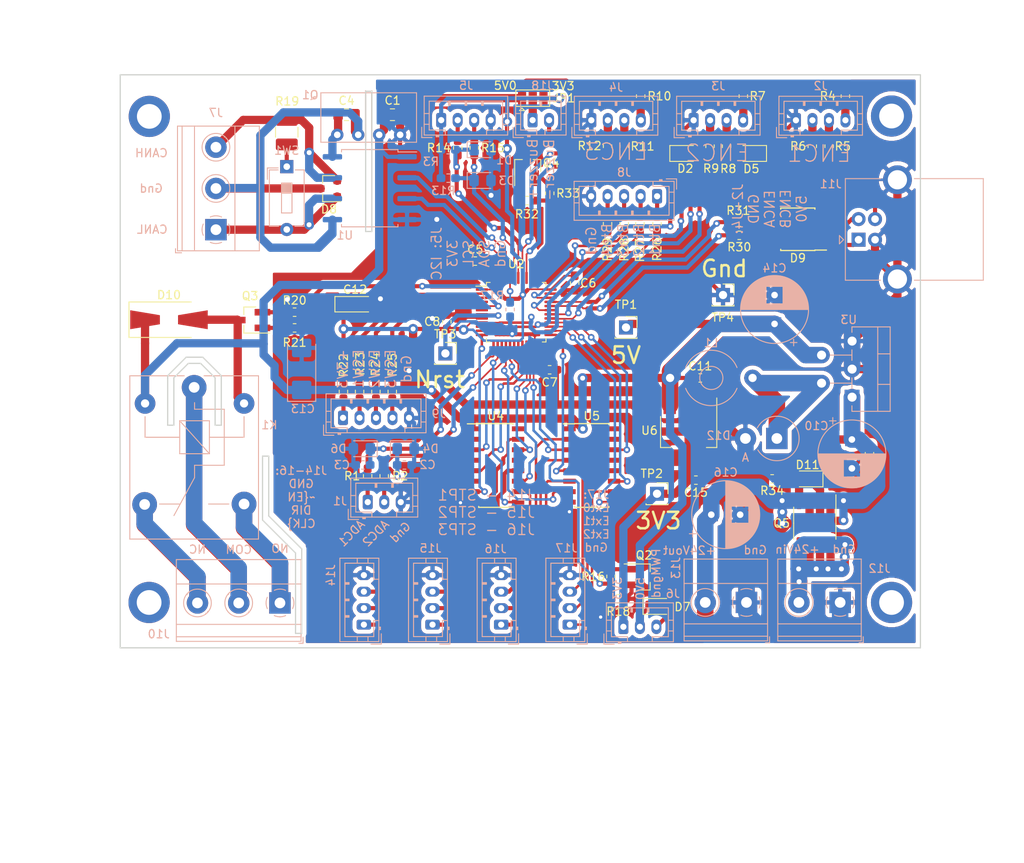
<source format=kicad_pcb>
(kicad_pcb (version 20171130) (host pcbnew 5.1.10)
  (layers (0 F.Cu signal) (31 B.Cu signal) (34 B.Paste user) (35 F.Paste user) (36 B.SilkS user) (37 F.SilkS user) (38 B.Mask user) (39 F.Mask user) (44 Edge.Cuts user))
  (net 0 "")
  (net 1 GND)
  (net 2 +5V)
  (net 3 +3V3)
  (net 4 Earth)
  (net 5 /ADC2)
  (net 6 /ADC1)
  (net 7 "Net-(C10-Pad1)")
  (net 8 /I2C1_SCL)
  (net 9 /I2C1_SDA)
  (net 10 /G1)
  (net 11 "Net-(J1-Pad2)")
  (net 12 "Net-(J2-Pad3)")
  (net 13 "Net-(J2-Pad2)")
  (net 14 "Net-(J3-Pad2)")
  (net 15 "Net-(J3-Pad3)")
  (net 16 "Net-(J4-Pad2)")
  (net 17 "Net-(J4-Pad3)")
  (net 18 "Net-(J5-Pad3)")
  (net 19 "Net-(J5-Pad2)")
  (net 20 /BTN1)
  (net 21 /BTN2)
  (net 22 /BTN3)
  (net 23 /BTN4)
  (net 24 "Net-(J10-Pad2)")
  (net 25 /CANL)
  (net 26 /CANH)
  (net 27 "Net-(J15-Pad1)")
  (net 28 "Net-(J15-Pad2)")
  (net 29 /Relay)
  (net 30 /PWM)
  (net 31 /CLK1)
  (net 32 /DIR1)
  (net 33 /~EN1)
  (net 34 /CLK2)
  (net 35 /DIR2)
  (net 36 /~EN2)
  (net 37 /CAN_Rx)
  (net 38 /CAN_Tx)
  (net 39 /Ext0)
  (net 40 /Ext1)
  (net 41 /Ext2)
  (net 42 /CLK3)
  (net 43 /DIR3)
  (net 44 /~EN3)
  (net 45 "Net-(C4-Pad1)")
  (net 46 /Enc2b)
  (net 47 /Enc2a)
  (net 48 "Net-(D9-Pad1)")
  (net 49 "Net-(D9-Pad2)")
  (net 50 "Net-(D9-Pad3)")
  (net 51 "Net-(D9-Pad6)")
  (net 52 "Net-(D9-Pad7)")
  (net 53 "Net-(D10-Pad2)")
  (net 54 "Net-(D11-Pad2)")
  (net 55 "Net-(D12-Pad1)")
  (net 56 "Net-(J1-Pad1)")
  (net 57 "Net-(J2-Pad4)")
  (net 58 "Net-(J3-Pad4)")
  (net 59 "Net-(J4-Pad4)")
  (net 60 "Net-(J8-Pad1)")
  (net 61 "Net-(J8-Pad2)")
  (net 62 "Net-(J8-Pad3)")
  (net 63 "Net-(J8-Pad4)")
  (net 64 "Net-(J9-Pad4)")
  (net 65 "Net-(J9-Pad3)")
  (net 66 "Net-(J9-Pad2)")
  (net 67 "Net-(J9-Pad1)")
  (net 68 "Net-(J10-Pad1)")
  (net 69 "Net-(J10-Pad3)")
  (net 70 "Net-(J12-Pad2)")
  (net 71 "Net-(J14-Pad1)")
  (net 72 "Net-(J14-Pad2)")
  (net 73 "Net-(J14-Pad3)")
  (net 74 "Net-(J15-Pad3)")
  (net 75 "Net-(J16-Pad3)")
  (net 76 "Net-(J16-Pad2)")
  (net 77 "Net-(J16-Pad1)")
  (net 78 "Net-(J17-Pad3)")
  (net 79 "Net-(J17-Pad2)")
  (net 80 "Net-(J17-Pad1)")
  (net 81 /Enc1a)
  (net 82 /Enc1b)
  (net 83 /Enc3a)
  (net 84 /Enc3b)
  (net 85 "Net-(Q2-Pad1)")
  (net 86 "Net-(R17-Pad1)")
  (net 87 "Net-(R19-Pad1)")
  (net 88 "Net-(Q3-Pad1)")
  (net 89 /ESW1)
  (net 90 /ESW2)
  (net 91 /ESW3)
  (net 92 "Net-(R30-Pad2)")
  (net 93 "Net-(R31-Pad2)")
  (net 94 "Net-(Q4-Pad1)")
  (net 95 /Buzzer)
  (net 96 "Net-(Q4-Pad2)")
  (net 97 "Net-(TP3-Pad1)")
  (net 98 "Net-(J18-Pad2)")
  (net 99 "Net-(J18-Pad1)")
  (module Package_SO:SOIC-16_3.9x9.9mm_P1.27mm (layer F.Cu) (at 118.6612 116.3828)
    (fp_text reference U5 (at 0 -6) (layer F.SilkS))
    (fp_text value CD4050)
    (pad 16 smd rect (at 2.7 -4.445) (size 1.5 0.6) (layers F.Cu F.Paste F.Mask))
    (pad 15 smd rect (at 2.7 -3.175) (size 1.5 0.6) (layers F.Cu F.Paste F.Mask) (net 78 "Net-(J17-Pad3)"))
    (pad 14 smd rect (at 2.7 -1.905) (size 1.5 0.6) (layers F.Cu F.Paste F.Mask) (net 41 /Ext2))
    (pad 13 smd rect (at 2.7 -0.635) (size 1.5 0.6) (layers F.Cu F.Paste F.Mask))
    (pad 12 smd rect (at 2.7 0.635) (size 1.5 0.6) (layers F.Cu F.Paste F.Mask) (net 79 "Net-(J17-Pad2)"))
    (pad 11 smd rect (at 2.7 1.905) (size 1.5 0.6) (layers F.Cu F.Paste F.Mask) (net 40 /Ext1))
    (pad 10 smd rect (at 2.7 3.175) (size 1.5 0.6) (layers F.Cu F.Paste F.Mask) (net 80 "Net-(J17-Pad1)"))
    (pad 9 smd rect (at 2.7 4.445) (size 1.5 0.6) (layers F.Cu F.Paste F.Mask) (net 39 /Ext0))
    (pad 8 smd rect (at -2.7 4.445) (size 1.5 0.6) (layers F.Cu F.Paste F.Mask) (net 1 GND))
    (pad 7 smd rect (at -2.7 3.175) (size 1.5 0.6) (layers F.Cu F.Paste F.Mask) (net 42 /CLK3))
    (pad 6 smd rect (at -2.7 1.905) (size 1.5 0.6) (layers F.Cu F.Paste F.Mask) (net 77 "Net-(J16-Pad1)"))
    (pad 5 smd rect (at -2.7 0.635) (size 1.5 0.6) (layers F.Cu F.Paste F.Mask) (net 43 /DIR3))
    (pad 4 smd rect (at -2.7 -0.635) (size 1.5 0.6) (layers F.Cu F.Paste F.Mask) (net 76 "Net-(J16-Pad2)"))
    (pad 3 smd rect (at -2.7 -1.905) (size 1.5 0.6) (layers F.Cu F.Paste F.Mask) (net 44 /~EN3))
    (pad 2 smd rect (at -2.7 -3.175) (size 1.5 0.6) (layers F.Cu F.Paste F.Mask) (net 75 "Net-(J16-Pad3)"))
    (pad 1 smd rect (at -2.7 -4.445) (size 1.5 0.6) (layers F.Cu F.Paste F.Mask) (net 2 +5V))
  )
  (module Capacitor_SMD:C_0805_2012Metric_Pad1.15x1.40mm_HandSolder (layer F.Cu) (at 94.497 73.8378)
    (fp_text reference C1 (at 0.0164 -1.7272) (layer F.SilkS))
    (fp_text value 1)
    (pad 2 smd roundrect (at 1.025 0) (size 1.15 1.4) (layers F.Cu F.Paste F.Mask) (roundrect_rratio 0.217391) (net 1 GND))
    (pad 1 smd roundrect (at -1.025 0) (size 1.15 1.4) (layers F.Cu F.Paste F.Mask) (roundrect_rratio 0.217391) (net 2 +5V))
  )
  (module Capacitor_SMD:C_0603_1608Metric_Pad1.05x0.95mm_HandSolder (layer F.Cu) (at 104.535 91.5924 180)
    (fp_text reference C5 (at 0 1.397) (layer F.SilkS))
    (fp_text value 0.1)
    (pad 1 smd roundrect (at -0.875 0 180) (size 1.05 0.95) (layers F.Cu F.Paste F.Mask) (net 1 GND))
    (pad 2 smd roundrect (at 0.875 0 180) (size 1.05 0.95) (layers F.Cu F.Paste F.Mask) (net 3 +3V3))
  )
  (module Capacitor_SMD:C_0603_1608Metric_Pad1.05x0.95mm_HandSolder (layer F.Cu) (at 116.586 94.248 90)
    (fp_text reference C6 (at -0.014 1.651 180) (layer F.SilkS))
    (fp_text value 0.1)
    (pad 2 smd roundrect (at 0.875 0 90) (size 1.05 0.95) (layers F.Cu F.Paste F.Mask) (net 3 +3V3))
    (pad 1 smd roundrect (at -0.875 0 90) (size 1.05 0.95) (layers F.Cu F.Paste F.Mask) (net 1 GND))
  )
  (module Capacitor_SMD:C_0603_1608Metric_Pad1.05x0.95mm_HandSolder (layer F.Cu) (at 113.552 104.775)
    (fp_text reference C7 (at 0 1.524) (layer F.SilkS))
    (fp_text value 0.1)
    (pad 1 smd roundrect (at -0.875 0) (size 1.05 0.95) (layers F.Cu F.Paste F.Mask) (net 1 GND))
    (pad 2 smd roundrect (at 0.875 0) (size 1.05 0.95) (layers F.Cu F.Paste F.Mask) (net 3 +3V3))
  )
  (module Capacitor_SMD:C_0805_2012Metric_Pad1.15x1.40mm_HandSolder (layer F.Cu) (at 88.9344 73.8378)
    (fp_text reference C4 (at 0 -1.7018) (layer F.SilkS))
    (fp_text value 1)
    (pad 1 smd roundrect (at -1.025 0) (size 1.15 1.4) (layers F.Cu F.Paste F.Mask) (roundrect_rratio 0.217391) (net 45 "Net-(C4-Pad1)"))
    (pad 2 smd roundrect (at 1.025 0) (size 1.15 1.4) (layers F.Cu F.Paste F.Mask) (roundrect_rratio 0.217391) (net 4 Earth))
  )
  (module Capacitor_SMD:C_0603_1608Metric_Pad1.05x0.95mm_HandSolder (layer F.Cu) (at 101.092 98.947 270)
    (fp_text reference C8 (at -0.014 1.778 180) (layer F.SilkS))
    (fp_text value 0.1)
    (pad 2 smd roundrect (at 0.875 0 270) (size 1.05 0.95) (layers F.Cu F.Paste F.Mask) (net 3 +3V3))
    (pad 1 smd roundrect (at -0.875 0 270) (size 1.05 0.95) (layers F.Cu F.Paste F.Mask) (net 1 GND))
  )
  (module Capacitor_SMD:C_0603_1608Metric_Pad1.05x0.95mm_HandSolder (layer B.Cu) (at 95.9498 116.3193)
    (fp_text reference C2 (at 2.808 -0.0254) (layer B.SilkS) (effects (justify mirror)))
    (fp_text value 0.1)
    (pad 1 smd roundrect (at -0.875 0) (size 1.05 0.95) (layers B.Cu B.Paste B.Mask) (net 5 /ADC2))
    (pad 2 smd roundrect (at 0.875 0) (size 1.05 0.95) (layers B.Cu B.Paste B.Mask) (net 1 GND))
  )
  (module Capacitor_SMD:C_0603_1608Metric_Pad1.05x0.95mm_HandSolder (layer B.Cu) (at 90.9206 116.3193 180)
    (fp_text reference C3 (at 2.5514 0) (layer B.SilkS) (effects (justify mirror)))
    (fp_text value 0.1)
    (pad 2 smd roundrect (at 0.875 0 180) (size 1.05 0.95) (layers B.Cu B.Paste B.Mask) (net 1 GND))
    (pad 1 smd roundrect (at -0.875 0 180) (size 1.05 0.95) (layers B.Cu B.Paste B.Mask) (net 6 /ADC1))
  )
  (module Capacitor_SMD:C_0603_1608Metric_Pad1.05x0.95mm_HandSolder (layer F.Cu) (at 152.3238 114.9718 270)
    (fp_text reference C9 (at 2.4778 0 180) (layer F.SilkS))
    (fp_text value 0.1)
    (pad 2 smd roundrect (at 0.875 0 270) (size 1.05 0.95) (layers F.Cu F.Paste F.Mask) (net 1 GND))
    (pad 1 smd roundrect (at -0.875 0 270) (size 1.05 0.95) (layers F.Cu F.Paste F.Mask) (net 7 "Net-(C10-Pad1)"))
  )
  (module Capacitor_THT:CP_Radial_D8.0mm_P3.50mm (layer B.Cu) (at 150.1902 113.2332 270)
    (fp_text reference C10 (at -1.651 4.2926 180) (layer B.SilkS) (effects (justify mirror)))
    (fp_text value "100u 16V")
    (pad 2 thru_hole circle (at 3.5 0 270) (size 1.6 1.6) (drill 0.8) (layers *.Cu *.Mask) (net 1 GND))
    (pad 1 thru_hole rect (at 0 0 270) (size 1.6 1.6) (drill 0.8) (layers *.Cu *.Mask) (net 7 "Net-(C10-Pad1)"))
  )
  (module Capacitor_SMD:C_0603_1608Metric_Pad1.05x0.95mm_HandSolder (layer F.Cu) (at 131.8146 105.7656)
    (fp_text reference C11 (at 0 -1.43) (layer F.SilkS))
    (fp_text value 0.1)
    (pad 1 smd roundrect (at -0.875 0) (size 1.05 0.95) (layers F.Cu F.Paste F.Mask) (net 2 +5V))
    (pad 2 smd roundrect (at 0.875 0) (size 1.05 0.95) (layers F.Cu F.Paste F.Mask) (net 1 GND))
  )
  (module Capacitor_Tantalum_SMD:CP_EIA-3216-18_Kemet-A_Pad1.58x1.35mm_HandSolder (layer F.Cu) (at 90.0073 96.8248)
    (fp_text reference C12 (at -0.0405 -1.778) (layer F.SilkS))
    (fp_text value "47u 6V")
    (pad 1 smd roundrect (at -1.4375 0) (size 1.575 1.35) (layers F.Cu F.Paste F.Mask) (roundrect_rratio 0.185185) (net 3 +3V3))
    (pad 2 smd roundrect (at 1.4375 0) (size 1.575 1.35) (layers F.Cu F.Paste F.Mask) (roundrect_rratio 0.185185) (net 1 GND))
  )
  (module Capacitor_Tantalum_SMD:CP_EIA-6032-28_Kemet-C_Pad2.25x2.35mm_HandSolder (layer B.Cu) (at 83.4898 104.6734 90)
    (fp_text reference C13 (at -4.8414 0.1524 180) (layer B.SilkS) (effects (justify mirror)))
    (fp_text value "47u 10V")
    (pad 1 smd roundrect (at -2.55 0 90) (size 2.25 2.35) (layers B.Cu B.Paste B.Mask) (roundrect_rratio 0.111111) (net 2 +5V))
    (pad 2 smd roundrect (at 2.55 0 90) (size 2.25 2.35) (layers B.Cu B.Paste B.Mask) (roundrect_rratio 0.111111) (net 1 GND))
  )
  (module Capacitor_THT:CP_Radial_D8.0mm_P3.50mm (layer B.Cu) (at 140.8176 99.2124 90)
    (fp_text reference C14 (at 6.7564 0 180) (layer B.SilkS) (effects (justify mirror)))
    (fp_text value "100u 16V")
    (pad 1 thru_hole rect (at 0 0 90) (size 1.6 1.6) (drill 0.8) (layers *.Cu *.Mask) (net 2 +5V))
    (pad 2 thru_hole circle (at 3.5 0 90) (size 1.6 1.6) (drill 0.8) (layers *.Cu *.Mask) (net 1 GND))
  )
  (module Capacitor_SMD:C_0603_1608Metric_Pad1.05x0.95mm_HandSolder (layer F.Cu) (at 131.2812 118.1608)
    (fp_text reference C15 (at 0 1.4986) (layer F.SilkS))
    (fp_text value 0.1)
    (pad 1 smd roundrect (at -0.875 0) (size 1.05 0.95) (layers F.Cu F.Paste F.Mask) (net 3 +3V3))
    (pad 2 smd roundrect (at 0.875 0) (size 1.05 0.95) (layers F.Cu F.Paste F.Mask) (net 1 GND))
  )
  (module Diode_SMD:D_SMA-SMB_Universal_Handsoldering (layer F.Cu) (at 67.4072 98.7044)
    (fp_text reference D10 (at 0 -3) (layer F.SilkS))
    (fp_text value SS14)
    (pad 1 smd trapezoid (at -2.9 0) (size 3.6 1.7) (rect_delta 0.6 0) (layers F.Cu F.Paste F.Mask) (net 2 +5V))
    (pad 2 smd trapezoid (at 2.9 0 180) (size 3.6 1.7) (rect_delta 0.6 0) (layers F.Cu F.Paste F.Mask) (net 53 "Net-(D10-Pad2)"))
  )
  (module Package_SO:SOIC-8_3.9x4.9mm_P1.27mm (layer F.Cu) (at 143.637 87.7316 180)
    (fp_text reference D9 (at 0 -3.5) (layer F.SilkS))
    (fp_text value USB6B1)
    (pad 1 smd rect (at -2.7 -1.905 180) (size 1.55 0.6) (layers F.Cu F.Paste F.Mask) (net 48 "Net-(D9-Pad1)"))
    (pad 2 smd rect (at -2.7 -0.635 180) (size 1.55 0.6) (layers F.Cu F.Paste F.Mask) (net 49 "Net-(D9-Pad2)"))
    (pad 3 smd rect (at -2.7 0.635 180) (size 1.55 0.6) (layers F.Cu F.Paste F.Mask) (net 50 "Net-(D9-Pad3)"))
    (pad 4 smd rect (at -2.7 1.905 180) (size 1.55 0.6) (layers F.Cu F.Paste F.Mask) (net 1 GND))
    (pad 5 smd rect (at 2.7 1.905 180) (size 1.55 0.6) (layers F.Cu F.Paste F.Mask) (net 1 GND))
    (pad 6 smd rect (at 2.7 0.635 180) (size 1.55 0.6) (layers F.Cu F.Paste F.Mask) (net 51 "Net-(D9-Pad6)"))
    (pad 7 smd rect (at 2.7 -0.635 180) (size 1.55 0.6) (layers F.Cu F.Paste F.Mask) (net 52 "Net-(D9-Pad7)"))
    (pad 8 smd rect (at 2.7 -1.905 180) (size 1.55 0.6) (layers F.Cu F.Paste F.Mask))
  )
  (module Diode_SMD:D_0805_2012Metric_Pad1.15x1.40mm_HandSolder (layer B.Cu) (at 105.419 78.0796)
    (fp_text reference D1 (at 2.6326 1.27) (layer B.SilkS) (effects (justify mirror)))
    (fp_text value CESD3V3)
    (pad 1 smd roundrect (at -1.025 0) (size 1.15 1.4) (layers B.Cu B.Paste B.Mask) (roundrect_rratio 0.217391) (net 8 /I2C1_SCL))
    (pad 2 smd roundrect (at 1.025 0) (size 1.15 1.4) (layers B.Cu B.Paste B.Mask) (roundrect_rratio 0.217391) (net 1 GND))
  )
  (module Diode_SMD:D_0805_2012Metric_Pad1.15x1.40mm_HandSolder (layer F.Cu) (at 144.8218 118.0084 180)
    (fp_text reference D11 (at 0 1.7018) (layer F.SilkS))
    (fp_text value MM3Z7V5)
    (pad 1 smd roundrect (at -1.025 0 180) (size 1.15 1.4) (layers F.Cu F.Paste F.Mask) (roundrect_rratio 0.217391) (net 7 "Net-(C10-Pad1)"))
    (pad 2 smd roundrect (at 1.025 0 180) (size 1.15 1.4) (layers F.Cu F.Paste F.Mask) (roundrect_rratio 0.217391) (net 54 "Net-(D11-Pad2)"))
  )
  (module Diode_SMD:D_0805_2012Metric_Pad1.15x1.40mm_HandSolder (layer B.Cu) (at 105.419 81.8134)
    (fp_text reference D3 (at 2.93 0.0254) (layer B.SilkS) (effects (justify mirror)))
    (fp_text value CESD3V3)
    (pad 1 smd roundrect (at -1.025 0) (size 1.15 1.4) (layers B.Cu B.Paste B.Mask) (roundrect_rratio 0.217391) (net 9 /I2C1_SDA))
    (pad 2 smd roundrect (at 1.025 0) (size 1.15 1.4) (layers B.Cu B.Paste B.Mask) (roundrect_rratio 0.217391) (net 1 GND))
  )
  (module Diode_SMD:D_0805_2012Metric_Pad1.15x1.40mm_HandSolder (layer B.Cu) (at 96.1046 114.3508)
    (fp_text reference D4 (at 3.0226 0) (layer B.SilkS) (effects (justify mirror)))
    (fp_text value CESD3V3)
    (pad 2 smd roundrect (at 1.025 0) (size 1.15 1.4) (layers B.Cu B.Paste B.Mask) (roundrect_rratio 0.217391) (net 1 GND))
    (pad 1 smd roundrect (at -1.025 0) (size 1.15 1.4) (layers B.Cu B.Paste B.Mask) (roundrect_rratio 0.217391) (net 5 /ADC2))
  )
  (module Diode_SMD:D_0805_2012Metric_Pad1.15x1.40mm_HandSolder (layer B.Cu) (at 90.7886 114.3508 180)
    (fp_text reference D6 (at 2.8358 0) (layer B.SilkS) (effects (justify mirror)))
    (fp_text value CESD3V3)
    (pad 2 smd roundrect (at 1.025 0 180) (size 1.15 1.4) (layers B.Cu B.Paste B.Mask) (roundrect_rratio 0.217391) (net 1 GND))
    (pad 1 smd roundrect (at -1.025 0 180) (size 1.15 1.4) (layers B.Cu B.Paste B.Mask) (roundrect_rratio 0.217391) (net 6 /ADC1))
  )
  (module Diode_THT:D_DO-201_P3.81mm_Vertical_AnodeUp (layer B.Cu) (at 141.097 113.1062 180)
    (fp_text reference D12 (at 7.0612 0.3556) (layer B.SilkS) (effects (justify mirror)))
    (fp_text value 1N5822)
    (fp_text user A (at 3.81 -2.3) (layer B.SilkS) (effects (justify mirror)))
    (pad 1 thru_hole rect (at 0 0 180) (size 2.6 2.6) (drill 1.3) (layers *.Cu *.Mask) (net 55 "Net-(D12-Pad1)"))
    (pad 2 thru_hole oval (at 3.81 0 180) (size 2.6 2.6) (drill 1.3) (layers *.Cu *.Mask) (net 1 GND))
  )
  (module TerminalBlock_Phoenix:TerminalBlock_Phoenix_MKDS-1,5-2_1x02_P5.00mm_Horizontal (layer B.Cu) (at 148.7678 132.9944 180)
    (fp_text reference J12 (at -4.7752 4.1148) (layer B.SilkS) (effects (justify mirror)))
    (fp_text value Screw_Terminal_01x02)
    (pad 1 thru_hole rect (at 0 0 180) (size 2.6 2.6) (drill 1.3) (layers *.Cu *.Mask) (net 1 GND))
    (pad 2 thru_hole circle (at 5 0 180) (size 2.6 2.6) (drill 1.3) (layers *.Cu *.Mask) (net 70 "Net-(J12-Pad2)"))
  )
  (module TerminalBlock_Phoenix:TerminalBlock_Phoenix_MKDS-1,5-3_1x03_P5.00mm_Horizontal (layer B.Cu) (at 80.8619 133.0577 180)
    (fp_text reference J10 (at 14.6949 -3.7721) (layer B.SilkS) (effects (justify mirror)))
    (fp_text value Screw_Terminal_01x03)
    (pad 1 thru_hole rect (at 0 0 180) (size 2.6 2.6) (drill 1.3) (layers *.Cu *.Mask) (net 68 "Net-(J10-Pad1)"))
    (pad 2 thru_hole circle (at 5 0 180) (size 2.6 2.6) (drill 1.3) (layers *.Cu *.Mask) (net 24 "Net-(J10-Pad2)"))
    (pad 3 thru_hole circle (at 10 0 180) (size 2.6 2.6) (drill 1.3) (layers *.Cu *.Mask) (net 69 "Net-(J10-Pad3)"))
  )
  (module TerminalBlock_Phoenix:TerminalBlock_Phoenix_MKDS-1,5-3_1x03_P5.00mm_Horizontal (layer B.Cu) (at 73.1012 87.7824 90)
    (fp_text reference J7 (at 14.1732 0 180) (layer B.SilkS) (effects (justify mirror)))
    (fp_text value Screw_Terminal_01x03)
    (pad 3 thru_hole circle (at 10 0 90) (size 2.6 2.6) (drill 1.3) (layers *.Cu *.Mask) (net 26 /CANH))
    (pad 2 thru_hole circle (at 5 0 90) (size 2.6 2.6) (drill 1.3) (layers *.Cu *.Mask) (net 4 Earth))
    (pad 1 thru_hole rect (at 0 0 90) (size 2.6 2.6) (drill 1.3) (layers *.Cu *.Mask) (net 25 /CANL))
  )
  (module Relay_THT:Relay_SPDT_SANYOU_SRD_Series_Form_C (layer B.Cu) (at 70.4596 106.9086 270)
    (fp_text reference K1 (at 4.572 -9.1186 180) (layer B.SilkS) (effects (justify mirror)))
    (fp_text value G5LE-1)
    (pad 2 thru_hole circle (at 1.95 -6.05 180) (size 2.5 2.5) (drill 1) (layers *.Cu *.Mask) (net 53 "Net-(D10-Pad2)"))
    (pad 3 thru_hole circle (at 14.15 -6.05 180) (size 3 3) (drill 1.3) (layers *.Cu *.Mask) (net 68 "Net-(J10-Pad1)"))
    (pad 4 thru_hole circle (at 14.2 6 180) (size 3 3) (drill 1.3) (layers *.Cu *.Mask) (net 69 "Net-(J10-Pad3)"))
    (pad 5 thru_hole circle (at 1.95 5.95 180) (size 2.5 2.5) (drill 1) (layers *.Cu *.Mask) (net 2 +5V))
    (pad 1 thru_hole circle (at 0 0 180) (size 3 3) (drill 1.3) (layers *.Cu *.Mask) (net 24 "Net-(J10-Pad2)"))
  )
  (module Package_SO:SO-8_3.9x4.9mm_P1.27mm (layer F.Cu) (at 145.6944 123.3836 270)
    (fp_text reference Q5 (at 0.0096 4.0132 180) (layer F.SilkS))
    (fp_text value IRF9310)
    (pad 1 smd roundrect (at -2.575 -1.905 270) (size 1.75 0.6) (layers F.Cu F.Paste F.Mask) (net 7 "Net-(C10-Pad1)"))
    (pad 2 smd roundrect (at -2.575 -0.635 270) (size 1.75 0.6) (layers F.Cu F.Paste F.Mask) (net 7 "Net-(C10-Pad1)"))
    (pad 3 smd roundrect (at -2.575 0.635 270) (size 1.75 0.6) (layers F.Cu F.Paste F.Mask) (net 7 "Net-(C10-Pad1)"))
    (pad 4 smd roundrect (at -2.575 1.905 270) (size 1.75 0.6) (layers F.Cu F.Paste F.Mask) (net 54 "Net-(D11-Pad2)"))
    (pad 5 smd roundrect (at 2.575 1.905 270) (size 1.75 0.6) (layers F.Cu F.Paste F.Mask) (net 70 "Net-(J12-Pad2)"))
    (pad 6 smd roundrect (at 2.575 0.635 270) (size 1.75 0.6) (layers F.Cu F.Paste F.Mask) (net 70 "Net-(J12-Pad2)"))
    (pad 7 smd roundrect (at 2.575 -0.635 270) (size 1.75 0.6) (layers F.Cu F.Paste F.Mask) (net 70 "Net-(J12-Pad2)"))
    (pad 8 smd roundrect (at 2.575 -1.905 270) (size 1.75 0.6) (layers F.Cu F.Paste F.Mask) (net 70 "Net-(J12-Pad2)"))
  )
  (module Resistor_SMD:R_0603_1608Metric_Pad1.05x0.95mm_HandSolder (layer B.Cu) (at 108.7628 97.4712 270)
    (fp_text reference R17 (at -1.6878 2.159 180) (layer B.SilkS) (effects (justify mirror)))
    (fp_text value 10k)
    (pad 1 smd roundrect (at -0.875 0 270) (size 1.05 0.95) (layers B.Cu B.Paste B.Mask) (net 86 "Net-(R17-Pad1)"))
    (pad 2 smd roundrect (at 0.875 0 270) (size 1.05 0.95) (layers B.Cu B.Paste B.Mask) (net 1 GND))
  )
  (module Resistor_SMD:R_0603_1608Metric_Pad1.05x0.95mm_HandSolder (layer F.Cu) (at 93.4974 117.6515 90)
    (fp_text reference R2 (at -0.014 1.9304 180) (layer F.SilkS))
    (fp_text value 10k)
    (pad 1 smd roundrect (at -0.875 0 90) (size 1.05 0.95) (layers F.Cu F.Paste F.Mask) (net 11 "Net-(J1-Pad2)"))
    (pad 2 smd roundrect (at 0.875 0 90) (size 1.05 0.95) (layers F.Cu F.Paste F.Mask) (net 5 /ADC2))
  )
  (module Resistor_SMD:R_0603_1608Metric_Pad1.05x0.95mm_HandSolder (layer B.Cu) (at 101.2584 78.0796 180)
    (fp_text reference R3 (at 2.0968 -1.4478) (layer B.SilkS) (effects (justify mirror)))
    (fp_text value 4k7)
    (pad 2 smd roundrect (at 0.875 0 180) (size 1.05 0.95) (layers B.Cu B.Paste B.Mask) (net 3 +3V3))
    (pad 1 smd roundrect (at -0.875 0 180) (size 1.05 0.95) (layers B.Cu B.Paste B.Mask) (net 8 /I2C1_SCL))
  )
  (module Resistor_SMD:R_0603_1608Metric_Pad1.05x0.95mm_HandSolder (layer B.Cu) (at 101.2584 81.534 180)
    (fp_text reference R13 (at 0.5982 -1.524) (layer B.SilkS) (effects (justify mirror)))
    (fp_text value 4k7)
    (pad 1 smd roundrect (at -0.875 0 180) (size 1.05 0.95) (layers B.Cu B.Paste B.Mask) (net 9 /I2C1_SDA))
    (pad 2 smd roundrect (at 0.875 0 180) (size 1.05 0.95) (layers B.Cu B.Paste B.Mask) (net 3 +3V3))
  )
  (module Resistor_SMD:R_0603_1608Metric_Pad1.05x0.95mm_HandSolder (layer F.Cu) (at 102.4128 77.8624 270)
    (fp_text reference R14 (at 0 2.286 180) (layer F.SilkS))
    (fp_text value 100)
    (pad 2 smd roundrect (at 0.875 0 270) (size 1.05 0.95) (layers F.Cu F.Paste F.Mask) (net 8 /I2C1_SCL))
    (pad 1 smd roundrect (at -0.875 0 270) (size 1.05 0.95) (layers F.Cu F.Paste F.Mask) (net 19 "Net-(J5-Pad2)"))
  )
  (module Resistor_SMD:R_0603_1608Metric_Pad1.05x0.95mm_HandSolder (layer F.Cu) (at 104.4194 77.8624 270)
    (fp_text reference R15 (at 0 -2.2606 180) (layer F.SilkS))
    (fp_text value 100)
    (pad 1 smd roundrect (at -0.875 0 270) (size 1.05 0.95) (layers F.Cu F.Paste F.Mask) (net 18 "Net-(J5-Pad3)"))
    (pad 2 smd roundrect (at 0.875 0 270) (size 1.05 0.95) (layers F.Cu F.Paste F.Mask) (net 9 /I2C1_SDA))
  )
  (module Resistor_SMD:R_0603_1608Metric_Pad1.05x0.95mm_HandSolder (layer F.Cu) (at 82.6376 97.79)
    (fp_text reference R20 (at 0 -1.43) (layer F.SilkS))
    (fp_text value 10k)
    (pad 2 smd roundrect (at 0.875 0) (size 1.05 0.95) (layers F.Cu F.Paste F.Mask) (net 29 /Relay))
    (pad 1 smd roundrect (at -0.875 0) (size 1.05 0.95) (layers F.Cu F.Paste F.Mask) (net 1 GND))
  )
  (module Resistor_SMD:R_0603_1608Metric_Pad1.05x0.95mm_HandSolder (layer F.Cu) (at 82.6376 99.695)
    (fp_text reference R21 (at 0 1.778) (layer F.SilkS))
    (fp_text value 330)
    (pad 1 smd roundrect (at -0.875 0) (size 1.05 0.95) (layers F.Cu F.Paste F.Mask) (net 88 "Net-(Q3-Pad1)"))
    (pad 2 smd roundrect (at 0.875 0) (size 1.05 0.95) (layers F.Cu F.Paste F.Mask) (net 29 /Relay))
  )
  (module Resistor_SMD:R_0603_1608Metric_Pad1.05x0.95mm_HandSolder (layer F.Cu) (at 136.539 88.4682 180)
    (fp_text reference R30 (at 0 -1.43) (layer F.SilkS))
    (fp_text value 22)
    (pad 1 smd roundrect (at -0.875 0 180) (size 1.05 0.95) (layers F.Cu F.Paste F.Mask) (net 52 "Net-(D9-Pad7)"))
    (pad 2 smd roundrect (at 0.875 0 180) (size 1.05 0.95) (layers F.Cu F.Paste F.Mask) (net 92 "Net-(R30-Pad2)"))
  )
  (module Resistor_SMD:R_0603_1608Metric_Pad1.05x0.95mm_HandSolder (layer F.Cu) (at 136.539 86.868 180)
    (fp_text reference R31 (at 0.113 1.397) (layer F.SilkS))
    (fp_text value 22)
    (pad 1 smd roundrect (at -0.875 0 180) (size 1.05 0.95) (layers F.Cu F.Paste F.Mask) (net 51 "Net-(D9-Pad6)"))
    (pad 2 smd roundrect (at 0.875 0 180) (size 1.05 0.95) (layers F.Cu F.Paste F.Mask) (net 93 "Net-(R31-Pad2)"))
  )
  (module Resistor_SMD:R_1210_3225Metric_Pad1.42x2.65mm_HandSolder (layer F.Cu) (at 81.6864 75.9571 90)
    (fp_text reference R19 (at 3.7449 0.0508 180) (layer F.SilkS))
    (fp_text value 120)
    (pad 1 smd roundrect (at -1.4875 0 90) (size 1.425 2.65) (layers F.Cu F.Paste F.Mask) (roundrect_rratio 0.175439) (net 87 "Net-(R19-Pad1)"))
    (pad 2 smd roundrect (at 1.4875 0 90) (size 1.425 2.65) (layers F.Cu F.Paste F.Mask) (roundrect_rratio 0.175439) (net 26 /CANH))
  )
  (module Resistor_SMD:R_0603_1608Metric_Pad1.05x0.95mm_HandSolder (layer F.Cu) (at 91.4908 117.6515 90)
    (fp_text reference R1 (at -0.014 -1.8796 180) (layer F.SilkS))
    (fp_text value 10k)
    (pad 2 smd roundrect (at 0.875 0 90) (size 1.05 0.95) (layers F.Cu F.Paste F.Mask) (net 6 /ADC1))
    (pad 1 smd roundrect (at -0.875 0 90) (size 1.05 0.95) (layers F.Cu F.Paste F.Mask) (net 56 "Net-(J1-Pad1)"))
  )
  (module Resistor_SMD:R_0603_1608Metric_Pad1.05x0.95mm_HandSolder (layer F.Cu) (at 140.5242 118.0084 180)
    (fp_text reference R34 (at 0 -1.43) (layer F.SilkS))
    (fp_text value 4k7)
    (pad 2 smd roundrect (at 0.875 0 180) (size 1.05 0.95) (layers F.Cu F.Paste F.Mask) (net 1 GND))
    (pad 1 smd roundrect (at -0.875 0 180) (size 1.05 0.95) (layers F.Cu F.Paste F.Mask) (net 54 "Net-(D11-Pad2)"))
  )
  (module Resistor_SMD:R_0603_1608Metric_Pad1.05x0.95mm_HandSolder (layer F.Cu) (at 120.9929 129.8435 270)
    (fp_text reference R16 (at 0.0254 2.159 180) (layer F.SilkS))
    (fp_text value 330)
    (pad 2 smd roundrect (at 0.875 0 270) (size 1.05 0.95) (layers F.Cu F.Paste F.Mask) (net 30 /PWM))
    (pad 1 smd roundrect (at -0.875 0 270) (size 1.05 0.95) (layers F.Cu F.Paste F.Mask) (net 85 "Net-(Q2-Pad1)"))
  )
  (module Resistor_SMD:R_0603_1608Metric_Pad1.05x0.95mm_HandSolder (layer F.Cu) (at 121.8705 132.5499)
    (fp_text reference R18 (at 0.0114 1.5494) (layer F.SilkS))
    (fp_text value 10k)
    (pad 2 smd roundrect (at 0.875 0) (size 1.05 0.95) (layers F.Cu F.Paste F.Mask) (net 1 GND))
    (pad 1 smd roundrect (at -0.875 0) (size 1.05 0.95) (layers F.Cu F.Paste F.Mask) (net 30 /PWM))
  )
  (module Button_Switch_THT:SW_DIP_SPSTx01_Slide_6.7x4.1mm_W7.62mm_P2.54mm_LowProfile (layer B.Cu) (at 81.6864 80.137 270)
    (fp_text reference SW1 (at -1.9558 0 180) (layer B.SilkS) (effects (justify mirror)))
    (fp_text value SW_DIP_x01)
    (pad 1 thru_hole rect (at 0 0 270) (size 1.6 1.6) (drill 0.8) (layers *.Cu *.Mask) (net 87 "Net-(R19-Pad1)"))
    (pad 2 thru_hole oval (at 7.62 0 270) (size 1.6 1.6) (drill 0.8) (layers *.Cu *.Mask) (net 25 /CANL))
  )
  (module Connector_PinSocket_2.54mm:PinSocket_1x01_P2.54mm_Vertical (layer F.Cu) (at 122.809 99.6442)
    (fp_text reference TP1 (at 0 -2.77) (layer F.SilkS))
    (fp_text value 5V)
    (pad 1 thru_hole rect (at 0 0) (size 1.7 1.7) (drill 1) (layers *.Cu *.Mask) (net 2 +5V))
  )
  (module Connector_PinSocket_2.54mm:PinSocket_1x01_P2.54mm_Vertical (layer F.Cu) (at 126.5682 119.8118)
    (fp_text reference TP2 (at -0.635 -2.4384) (layer F.SilkS))
    (fp_text value 3.3V)
    (pad 1 thru_hole rect (at 0 0) (size 1.7 1.7) (drill 1) (layers *.Cu *.Mask) (net 3 +3V3))
  )
  (module Package_SO:SOIC-16_3.9x9.9mm_P1.27mm (layer F.Cu) (at 107.028 116.3828)
    (fp_text reference U4 (at 0 -6) (layer F.SilkS))
    (fp_text value CD4050)
    (pad 1 smd rect (at -2.7 -4.445) (size 1.5 0.6) (layers F.Cu F.Paste F.Mask) (net 2 +5V))
    (pad 2 smd rect (at -2.7 -3.175) (size 1.5 0.6) (layers F.Cu F.Paste F.Mask) (net 73 "Net-(J14-Pad3)"))
    (pad 3 smd rect (at -2.7 -1.905) (size 1.5 0.6) (layers F.Cu F.Paste F.Mask) (net 33 /~EN1))
    (pad 4 smd rect (at -2.7 -0.635) (size 1.5 0.6) (layers F.Cu F.Paste F.Mask) (net 72 "Net-(J14-Pad2)"))
    (pad 5 smd rect (at -2.7 0.635) (size 1.5 0.6) (layers F.Cu F.Paste F.Mask) (net 32 /DIR1))
    (pad 6 smd rect (at -2.7 1.905) (size 1.5 0.6) (layers F.Cu F.Paste F.Mask) (net 71 "Net-(J14-Pad1)"))
    (pad 7 smd rect (at -2.7 3.175) (size 1.5 0.6) (layers F.Cu F.Paste F.Mask) (net 31 /CLK1))
    (pad 8 smd rect (at -2.7 4.445) (size 1.5 0.6) (layers F.Cu F.Paste F.Mask) (net 1 GND))
    (pad 9 smd rect (at 2.7 4.445) (size 1.5 0.6) (layers F.Cu F.Paste F.Mask) (net 34 /CLK2))
    (pad 10 smd rect (at 2.7 3.175) (size 1.5 0.6) (layers F.Cu F.Paste F.Mask) (net 27 "Net-(J15-Pad1)"))
    (pad 11 smd rect (at 2.7 1.905) (size 1.5 0.6) (layers F.Cu F.Paste F.Mask) (net 35 /DIR2))
    (pad 12 smd rect (at 2.7 0.635) (size 1.5 0.6) (layers F.Cu F.Paste F.Mask) (net 28 "Net-(J15-Pad2)"))
    (pad 13 smd rect (at 2.7 -0.635) (size 1.5 0.6) (layers F.Cu F.Paste F.Mask))
    (pad 14 smd rect (at 2.7 -1.905) (size 1.5 0.6) (layers F.Cu F.Paste F.Mask) (net 36 /~EN2))
    (pad 15 smd rect (at 2.7 -3.175) (size 1.5 0.6) (layers F.Cu F.Paste F.Mask) (net 74 "Net-(J15-Pad3)"))
    (pad 16 smd rect (at 2.7 -4.445) (size 1.5 0.6) (layers F.Cu F.Paste F.Mask))
  )
  (module Package_SO:SOP-8_6.62x9.15mm_P2.54mm (layer B.Cu) (at 91.7448 82.7532 180)
    (fp_text reference U1 (at 3.0226 -5.715 180) (layer B.SilkS) (effects (justify mirror)))
    (fp_text value ISO1050DUB)
    (pad 1 smd roundrect (at -4.525 3.81 180) (size 2.35 0.65) (layers B.Cu B.Paste B.Mask) (net 2 +5V))
    (pad 2 smd roundrect (at -4.525 1.27 180) (size 2.35 0.65) (layers B.Cu B.Paste B.Mask) (net 37 /CAN_Rx))
    (pad 3 smd roundrect (at -4.525 -1.27 180) (size 2.35 0.65) (layers B.Cu B.Paste B.Mask) (net 38 /CAN_Tx))
    (pad 4 smd roundrect (at -4.525 -3.81 180) (size 2.35 0.65) (layers B.Cu B.Paste B.Mask) (net 1 GND))
    (pad 5 smd roundrect (at 4.525 -3.81 180) (size 2.35 0.65) (layers B.Cu B.Paste B.Mask) (net 4 Earth))
    (pad 6 smd roundrect (at 4.525 -1.27 180) (size 2.35 0.65) (layers B.Cu B.Paste B.Mask) (net 25 /CANL))
    (pad 7 smd roundrect (at 4.525 1.27 180) (size 2.35 0.65) (layers B.Cu B.Paste B.Mask) (net 26 /CANH))
    (pad 8 smd roundrect (at 4.525 3.81 180) (size 2.35 0.65) (layers B.Cu B.Paste B.Mask) (net 45 "Net-(C4-Pad1)"))
  )
  (module Package_QFP:LQFP-48_7x7mm_P0.5mm (layer F.Cu) (at 109.5025 97.794)
    (fp_text reference U2 (at 0 -5.85) (layer F.SilkS))
    (fp_text value STM32F072C8Tx)
    (pad 1 smd roundrect (at -4.1625 -2.75) (size 1.475 0.3) (layers F.Cu F.Paste F.Mask) (net 3 +3V3))
    (pad 2 smd roundrect (at -4.1625 -2.25) (size 1.475 0.3) (layers F.Cu F.Paste F.Mask) (net 89 /ESW1))
    (pad 3 smd roundrect (at -4.1625 -1.75) (size 1.475 0.3) (layers F.Cu F.Paste F.Mask) (net 90 /ESW2))
    (pad 4 smd roundrect (at -4.1625 -1.25) (size 1.475 0.3) (layers F.Cu F.Paste F.Mask) (net 91 /ESW3))
    (pad 5 smd roundrect (at -4.1625 -0.75) (size 1.475 0.3) (layers F.Cu F.Paste F.Mask) (net 29 /Relay))
    (pad 6 smd roundrect (at -4.1625 -0.25) (size 1.475 0.3) (layers F.Cu F.Paste F.Mask))
    (pad 7 smd roundrect (at -4.1625 0.25) (size 1.475 0.3) (layers F.Cu F.Paste F.Mask) (net 97 "Net-(TP3-Pad1)"))
    (pad 8 smd roundrect (at -4.1625 0.75) (size 1.475 0.3) (layers F.Cu F.Paste F.Mask) (net 1 GND))
    (pad 9 smd roundrect (at -4.1625 1.25) (size 1.475 0.3) (layers F.Cu F.Paste F.Mask) (net 3 +3V3))
    (pad 10 smd roundrect (at -4.1625 1.75) (size 1.475 0.3) (layers F.Cu F.Paste F.Mask) (net 47 /Enc2a))
    (pad 11 smd roundrect (at -4.1625 2.25) (size 1.475 0.3) (layers F.Cu F.Paste F.Mask) (net 46 /Enc2b))
    (pad 12 smd roundrect (at -4.1625 2.75) (size 1.475 0.3) (layers F.Cu F.Paste F.Mask) (net 31 /CLK1))
    (pad 13 smd roundrect (at -2.75 4.1625) (size 0.3 1.475) (layers F.Cu F.Paste F.Mask) (net 6 /ADC1))
    (pad 14 smd roundrect (at -2.25 4.1625) (size 0.3 1.475) (layers F.Cu F.Paste F.Mask) (net 34 /CLK2))
    (pad 15 smd roundrect (at -1.75 4.1625) (size 0.3 1.475) (layers F.Cu F.Paste F.Mask) (net 5 /ADC2))
    (pad 16 smd roundrect (at -1.25 4.1625) (size 0.3 1.475) (layers F.Cu F.Paste F.Mask) (net 42 /CLK3))
    (pad 17 smd roundrect (at -0.75 4.1625) (size 0.3 1.475) (layers F.Cu F.Paste F.Mask) (net 30 /PWM))
    (pad 18 smd roundrect (at -0.25 4.1625) (size 0.3 1.475) (layers F.Cu F.Paste F.Mask) (net 33 /~EN1))
    (pad 19 smd roundrect (at 0.25 4.1625) (size 0.3 1.475) (layers F.Cu F.Paste F.Mask) (net 32 /DIR1))
    (pad 20 smd roundrect (at 0.75 4.1625) (size 0.3 1.475) (layers F.Cu F.Paste F.Mask) (net 36 /~EN2))
    (pad 21 smd roundrect (at 1.25 4.1625) (size 0.3 1.475) (layers F.Cu F.Paste F.Mask) (net 35 /DIR2))
    (pad 22 smd roundrect (at 1.75 4.1625) (size 0.3 1.475) (layers F.Cu F.Paste F.Mask) (net 44 /~EN3))
    (pad 23 smd roundrect (at 2.25 4.1625) (size 0.3 1.475) (layers F.Cu F.Paste F.Mask) (net 1 GND))
    (pad 24 smd roundrect (at 2.75 4.1625) (size 0.3 1.475) (layers F.Cu F.Paste F.Mask) (net 3 +3V3))
    (pad 25 smd roundrect (at 4.1625 2.75) (size 1.475 0.3) (layers F.Cu F.Paste F.Mask) (net 43 /DIR3))
    (pad 26 smd roundrect (at 4.1625 2.25) (size 1.475 0.3) (layers F.Cu F.Paste F.Mask) (net 39 /Ext0))
    (pad 27 smd roundrect (at 4.1625 1.75) (size 1.475 0.3) (layers F.Cu F.Paste F.Mask) (net 40 /Ext1))
    (pad 28 smd roundrect (at 4.1625 1.25) (size 1.475 0.3) (layers F.Cu F.Paste F.Mask) (net 41 /Ext2))
    (pad 29 smd roundrect (at 4.1625 0.75) (size 1.475 0.3) (layers F.Cu F.Paste F.Mask) (net 81 /Enc1a))
    (pad 30 smd roundrect (at 4.1625 0.25) (size 1.475 0.3) (layers F.Cu F.Paste F.Mask) (net 82 /Enc1b))
    (pad 31 smd roundrect (at 4.1625 -0.25) (size 1.475 0.3) (layers F.Cu F.Paste F.Mask) (net 20 /BTN1))
    (pad 32 smd roundrect (at 4.1625 -0.75) (size 1.475 0.3) (layers F.Cu F.Paste F.Mask) (net 92 "Net-(R30-Pad2)"))
    (pad 33 smd roundrect (at 4.1625 -1.25) (size 1.475 0.3) (layers F.Cu F.Paste F.Mask) (net 93 "Net-(R31-Pad2)"))
    (pad 34 smd roundrect (at 4.1625 -1.75) (size 1.475 0.3) (layers F.Cu F.Paste F.Mask) (net 21 /BTN2))
    (pad 35 smd roundrect (at 4.1625 -2.25) (size 1.475 0.3) (layers F.Cu F.Paste F.Mask) (net 1 GND))
    (pad 36 smd roundrect (at 4.1625 -2.75) (size 1.475 0.3) (layers F.Cu F.Paste F.Mask) (net 3 +3V3))
    (pad 37 smd roundrect (at 2.75 -4.1625) (size 0.3 1.475) (layers F.Cu F.Paste F.Mask) (net 22 /BTN3))
    (pad 38 smd roundrect (at 2.25 -4.1625) (size 0.3 1.475) (layers F.Cu F.Paste F.Mask) (net 23 /BTN4))
    (pad 39 smd roundrect (at 1.75 -4.1625) (size 0.3 1.475) (layers F.Cu F.Paste F.Mask) (net 95 /Buzzer))
    (pad 40 smd roundrect (at 1.25 -4.1625) (size 0.3 1.475) (layers F.Cu F.Paste F.Mask) (net 83 /Enc3a))
    (pad 41 smd roundrect (at 0.75 -4.1625) (size 0.3 1.475) (layers F.Cu F.Paste F.Mask) (net 84 /Enc3b))
    (pad 42 smd roundrect (at 0.25 -4.1625) (size 0.3 1.475) (layers F.Cu F.Paste F.Mask) (net 8 /I2C1_SCL))
    (pad 43 smd roundrect (at -0.25 -4.1625) (size 0.3 1.475) (layers F.Cu F.Paste F.Mask) (net 9 /I2C1_SDA))
    (pad 44 smd roundrect (at -0.75 -4.1625) (size 0.3 1.475) (layers F.Cu F.Paste F.Mask) (net 86 "Net-(R17-Pad1)"))
    (pad 45 smd roundrect (at -1.25 -4.1625) (size 0.3 1.475) (layers F.Cu F.Paste F.Mask) (net 37 /CAN_Rx))
    (pad 46 smd roundrect (at -1.75 -4.1625) (size 0.3 1.475) (layers F.Cu F.Paste F.Mask) (net 38 /CAN_Tx))
    (pad 47 smd roundrect (at -2.25 -4.1625) (size 0.3 1.475) (layers F.Cu F.Paste F.Mask) (net 1 GND))
    (pad 48 smd roundrect (at -2.75 -4.1625) (size 0.3 1.475) (layers F.Cu F.Paste F.Mask) (net 3 +3V3))
  )
  (module Diode_SMD:D_0805_2012Metric_Pad1.15x1.40mm_HandSolder (layer F.Cu) (at 129.9808 78.5368)
    (fp_text reference D2 (at 0.0164 1.8288) (layer F.SilkS))
    (fp_text value D)
    (pad 2 smd roundrect (at 1.025 0) (size 1.15 1.4) (layers F.Cu F.Paste F.Mask) (roundrect_rratio 0.217391) (net 46 /Enc2b))
    (pad 1 smd roundrect (at -1.025 0) (size 1.15 1.4) (layers F.Cu F.Paste F.Mask) (roundrect_rratio 0.217391) (net 1 GND))
  )
  (module Diode_SMD:D_0805_2012Metric_Pad1.15x1.40mm_HandSolder (layer F.Cu) (at 137.9818 78.5368 180)
    (fp_text reference D5 (at -0.0164 -1.8669) (layer F.SilkS))
    (fp_text value D)
    (pad 1 smd roundrect (at -1.025 0 180) (size 1.15 1.4) (layers F.Cu F.Paste F.Mask) (roundrect_rratio 0.217391) (net 1 GND))
    (pad 2 smd roundrect (at 1.025 0 180) (size 1.15 1.4) (layers F.Cu F.Paste F.Mask) (roundrect_rratio 0.217391) (net 47 /Enc2a))
  )
  (module Connector_JST:JST_PH_B3B-PH-K_1x03_P2.00mm_Vertical (layer B.Cu) (at 91.5035 120.8278)
    (fp_text reference J1 (at -3.3655 -0.127) (layer B.SilkS) (effects (justify mirror)))
    (fp_text value 01x03)
    (pad 3 thru_hole oval (at 4 0) (size 1.2 1.75) (drill 0.75) (layers *.Cu *.Mask) (net 1 GND))
    (pad 2 thru_hole oval (at 2 0) (size 1.2 1.75) (drill 0.75) (layers *.Cu *.Mask) (net 11 "Net-(J1-Pad2)"))
    (pad 1 thru_hole roundrect (at 0 0) (size 1.2 1.75) (drill 0.75) (layers *.Cu *.Mask) (roundrect_rratio 0.208333) (net 56 "Net-(J1-Pad1)"))
  )
  (module Connector_JST:JST_PH_B4B-PH-K_1x04_P2.00mm_Vertical (layer B.Cu) (at 143.4084 74.5109)
    (fp_text reference J2 (at 3 -4.1656) (layer B.SilkS) (effects (justify mirror)))
    (fp_text value Conn_01x04_Female)
    (pad 4 thru_hole oval (at 6 0) (size 1.2 1.75) (drill 0.75) (layers *.Cu *.Mask) (net 57 "Net-(J2-Pad4)"))
    (pad 3 thru_hole oval (at 4 0) (size 1.2 1.75) (drill 0.75) (layers *.Cu *.Mask) (net 12 "Net-(J2-Pad3)"))
    (pad 2 thru_hole oval (at 2 0) (size 1.2 1.75) (drill 0.75) (layers *.Cu *.Mask) (net 13 "Net-(J2-Pad2)"))
    (pad 1 thru_hole roundrect (at 0 0) (size 1.2 1.75) (drill 0.75) (layers *.Cu *.Mask) (roundrect_rratio 0.208333) (net 1 GND))
  )
  (module Connector_JST:JST_PH_B4B-PH-K_1x04_P2.00mm_Vertical (layer B.Cu) (at 131.00685 74.5109)
    (fp_text reference J3 (at 2.99085 -4.1402) (layer B.SilkS) (effects (justify mirror)))
    (fp_text value Conn_01x04_Female)
    (pad 1 thru_hole roundrect (at 0 0) (size 1.2 1.75) (drill 0.75) (layers *.Cu *.Mask) (roundrect_rratio 0.208333) (net 1 GND))
    (pad 2 thru_hole oval (at 2 0) (size 1.2 1.75) (drill 0.75) (layers *.Cu *.Mask) (net 14 "Net-(J3-Pad2)"))
    (pad 3 thru_hole oval (at 4 0) (size 1.2 1.75) (drill 0.75) (layers *.Cu *.Mask) (net 15 "Net-(J3-Pad3)"))
    (pad 4 thru_hole oval (at 6 0) (size 1.2 1.75) (drill 0.75) (layers *.Cu *.Mask) (net 58 "Net-(J3-Pad4)"))
  )
  (module Connector_JST:JST_PH_B4B-PH-K_1x04_P2.00mm_Vertical (layer B.Cu) (at 118.6053 74.5109)
    (fp_text reference J4 (at 2.9972 -3.9878) (layer B.SilkS) (effects (justify mirror)))
    (fp_text value Conn_01x04_Female)
    (pad 1 thru_hole roundrect (at 0 0) (size 1.2 1.75) (drill 0.75) (layers *.Cu *.Mask) (roundrect_rratio 0.208333) (net 1 GND))
    (pad 2 thru_hole oval (at 2 0) (size 1.2 1.75) (drill 0.75) (layers *.Cu *.Mask) (net 16 "Net-(J4-Pad2)"))
    (pad 3 thru_hole oval (at 4 0) (size 1.2 1.75) (drill 0.75) (layers *.Cu *.Mask) (net 17 "Net-(J4-Pad3)"))
    (pad 4 thru_hole oval (at 6 0) (size 1.2 1.75) (drill 0.75) (layers *.Cu *.Mask) (net 59 "Net-(J4-Pad4)"))
  )
  (module Connector_JST:JST_PH_B4B-PH-K_1x04_P2.00mm_Vertical (layer B.Cu) (at 100.4062 74.4982)
    (fp_text reference J5 (at 3.0226 -4.191) (layer B.SilkS) (effects (justify mirror)))
    (fp_text value Conn_01x04_Female)
    (pad 1 thru_hole roundrect (at 0 0) (size 1.2 1.75) (drill 0.75) (layers *.Cu *.Mask) (roundrect_rratio 0.208333) (net 3 +3V3))
    (pad 2 thru_hole oval (at 2 0) (size 1.2 1.75) (drill 0.75) (layers *.Cu *.Mask) (net 19 "Net-(J5-Pad2)"))
    (pad 3 thru_hole oval (at 4 0) (size 1.2 1.75) (drill 0.75) (layers *.Cu *.Mask) (net 18 "Net-(J5-Pad3)"))
    (pad 4 thru_hole oval (at 6 0) (size 1.2 1.75) (drill 0.75) (layers *.Cu *.Mask) (net 1 GND))
  )
  (module Connector_JST:JST_PH_B3B-PH-K_1x03_P2.00mm_Vertical (layer B.Cu) (at 122.4915 135.9535)
    (fp_text reference J6 (at 6.0071 -4.0259) (layer B.SilkS) (effects (justify mirror)))
    (fp_text value 01x03)
    (pad 1 thru_hole roundrect (at 0 0) (size 1.2 1.75) (drill 0.75) (layers *.Cu *.Mask) (roundrect_rratio 0.208333) (net 3 +3V3))
    (pad 2 thru_hole oval (at 2 0) (size 1.2 1.75) (drill 0.75) (layers *.Cu *.Mask) (net 2 +5V))
    (pad 3 thru_hole oval (at 4 0) (size 1.2 1.75) (drill 0.75) (layers *.Cu *.Mask) (net 10 /G1))
  )
  (module Connector_JST:JST_PH_B5B-PH-K_1x05_P2.00mm_Vertical (layer B.Cu) (at 126.5809 83.7311 180)
    (fp_text reference J8 (at 4 2.9) (layer B.SilkS) (effects (justify mirror)))
    (fp_text value 01x05)
    (pad 1 thru_hole roundrect (at 0 0 180) (size 1.2 1.75) (drill 0.75) (layers *.Cu *.Mask) (roundrect_rratio 0.208333) (net 60 "Net-(J8-Pad1)"))
    (pad 2 thru_hole oval (at 2 0 180) (size 1.2 1.75) (drill 0.75) (layers *.Cu *.Mask) (net 61 "Net-(J8-Pad2)"))
    (pad 3 thru_hole oval (at 4 0 180) (size 1.2 1.75) (drill 0.75) (layers *.Cu *.Mask) (net 62 "Net-(J8-Pad3)"))
    (pad 4 thru_hole oval (at 6 0 180) (size 1.2 1.75) (drill 0.75) (layers *.Cu *.Mask) (net 63 "Net-(J8-Pad4)"))
    (pad 5 thru_hole oval (at 8 0 180) (size 1.2 1.75) (drill 0.75) (layers *.Cu *.Mask) (net 1 GND))
  )
  (module Connector_JST:JST_PH_B5B-PH-K_1x05_P2.00mm_Vertical (layer B.Cu) (at 88.5077 110.6071)
    (fp_text reference J9 (at 11.5937 -0.4981) (layer B.SilkS) (effects (justify mirror)))
    (fp_text value 01x05)
    (pad 5 thru_hole oval (at 8 0) (size 1.2 1.75) (drill 0.75) (layers *.Cu *.Mask) (net 1 GND))
    (pad 4 thru_hole oval (at 6 0) (size 1.2 1.75) (drill 0.75) (layers *.Cu *.Mask) (net 64 "Net-(J9-Pad4)"))
    (pad 3 thru_hole oval (at 4 0) (size 1.2 1.75) (drill 0.75) (layers *.Cu *.Mask) (net 65 "Net-(J9-Pad3)"))
    (pad 2 thru_hole oval (at 2 0) (size 1.2 1.75) (drill 0.75) (layers *.Cu *.Mask) (net 66 "Net-(J9-Pad2)"))
    (pad 1 thru_hole roundrect (at 0 0) (size 1.2 1.75) (drill 0.75) (layers *.Cu *.Mask) (roundrect_rratio 0.208333) (net 67 "Net-(J9-Pad1)"))
  )
  (module TerminalBlock_Phoenix:TerminalBlock_Phoenix_MKDS-1,5-2_1x02_P5.00mm_Horizontal (layer B.Cu) (at 137.414 132.9944 180)
    (fp_text reference J13 (at 8.5598 4.191 90) (layer B.SilkS) (effects (justify mirror)))
    (fp_text value Screw_Terminal_01x02)
    (pad 1 thru_hole rect (at 0 0 180) (size 2.6 2.6) (drill 1.3) (layers *.Cu *.Mask) (net 1 GND))
    (pad 2 thru_hole circle (at 5 0 180) (size 2.6 2.6) (drill 1.3) (layers *.Cu *.Mask) (net 7 "Net-(C10-Pad1)"))
  )
  (module Connector_JST:JST_PH_B4B-PH-K_1x04_P2.00mm_Vertical (layer B.Cu) (at 91.0336 135.6868 90)
    (fp_text reference J14 (at 5.9944 -4.0132 270) (layer B.SilkS) (effects (justify mirror)))
    (fp_text value Conn_01x04_Female)
    (pad 1 thru_hole roundrect (at 0 0 90) (size 1.2 1.75) (drill 0.75) (layers *.Cu *.Mask) (roundrect_rratio 0.208333) (net 71 "Net-(J14-Pad1)"))
    (pad 2 thru_hole oval (at 2 0 90) (size 1.2 1.75) (drill 0.75) (layers *.Cu *.Mask) (net 72 "Net-(J14-Pad2)"))
    (pad 3 thru_hole oval (at 4 0 90) (size 1.2 1.75) (drill 0.75) (layers *.Cu *.Mask) (net 73 "Net-(J14-Pad3)"))
    (pad 4 thru_hole oval (at 6 0 90) (size 1.2 1.75) (drill 0.75) (layers *.Cu *.Mask) (net 1 GND))
  )
  (module Connector_JST:JST_PH_B4B-PH-K_1x04_P2.00mm_Vertical (layer B.Cu) (at 99.356333 135.6868 90)
    (fp_text reference J15 (at 9.2583 -0.2413 180) (layer B.SilkS) (effects (justify mirror)))
    (fp_text value Conn_01x04_Female)
    (pad 4 thru_hole oval (at 6 0 90) (size 1.2 1.75) (drill 0.75) (layers *.Cu *.Mask) (net 1 GND))
    (pad 3 thru_hole oval (at 4 0 90) (size 1.2 1.75) (drill 0.75) (layers *.Cu *.Mask) (net 74 "Net-(J15-Pad3)"))
    (pad 2 thru_hole oval (at 2 0 90) (size 1.2 1.75) (drill 0.75) (layers *.Cu *.Mask) (net 28 "Net-(J15-Pad2)"))
    (pad 1 thru_hole roundrect (at 0 0 90) (size 1.2 1.75) (drill 0.75) (layers *.Cu *.Mask) (roundrect_rratio 0.208333) (net 27 "Net-(J15-Pad1)"))
  )
  (module Connector_JST:JST_PH_B4B-PH-K_1x04_P2.00mm_Vertical (layer B.Cu) (at 107.679066 135.6868 90)
    (fp_text reference J16 (at 9.1868 -0.679066 180) (layer B.SilkS) (effects (justify mirror)))
    (fp_text value Conn_01x04_Female)
    (pad 4 thru_hole oval (at 6 0 90) (size 1.2 1.75) (drill 0.75) (layers *.Cu *.Mask) (net 1 GND))
    (pad 3 thru_hole oval (at 4 0 90) (size 1.2 1.75) (drill 0.75) (layers *.Cu *.Mask) (net 75 "Net-(J16-Pad3)"))
    (pad 2 thru_hole oval (at 2 0 90) (size 1.2 1.75) (drill 0.75) (layers *.Cu *.Mask) (net 76 "Net-(J16-Pad2)"))
    (pad 1 thru_hole roundrect (at 0 0 90) (size 1.2 1.75) (drill 0.75) (layers *.Cu *.Mask) (roundrect_rratio 0.208333) (net 77 "Net-(J16-Pad1)"))
  )
  (module Connector_JST:JST_PH_B4B-PH-K_1x04_P2.00mm_Vertical (layer B.Cu) (at 116.0018 135.6868 90)
    (fp_text reference J17 (at 9.271 -0.4064 180) (layer B.SilkS) (effects (justify mirror)))
    (fp_text value Conn_01x04_Female)
    (pad 4 thru_hole oval (at 6 0 90) (size 1.2 1.75) (drill 0.75) (layers *.Cu *.Mask) (net 1 GND))
    (pad 3 thru_hole oval (at 4 0 90) (size 1.2 1.75) (drill 0.75) (layers *.Cu *.Mask) (net 78 "Net-(J17-Pad3)"))
    (pad 2 thru_hole oval (at 2 0 90) (size 1.2 1.75) (drill 0.75) (layers *.Cu *.Mask) (net 79 "Net-(J17-Pad2)"))
    (pad 1 thru_hole roundrect (at 0 0 90) (size 1.2 1.75) (drill 0.75) (layers *.Cu *.Mask) (roundrect_rratio 0.208333) (net 80 "Net-(J17-Pad1)"))
  )
  (module Resistor_SMD:R_0603_1608Metric_Pad1.05x0.95mm_HandSolder (layer F.Cu) (at 149.4028 71.5912 270)
    (fp_text reference R4 (at -0.014 2.1336 180) (layer F.SilkS))
    (fp_text value 22)
    (pad 1 smd roundrect (at -0.875 0 270) (size 1.05 0.95) (layers F.Cu F.Paste F.Mask) (net 2 +5V))
    (pad 2 smd roundrect (at 0.875 0 270) (size 1.05 0.95) (layers F.Cu F.Paste F.Mask) (net 57 "Net-(J2-Pad4)"))
  )
  (module Resistor_SMD:R_0603_1608Metric_Pad1.05x0.95mm_HandSolder (layer F.Cu) (at 147.4343 77.6592 90)
    (fp_text reference R5 (at -0.014 1.651 180) (layer F.SilkS))
    (fp_text value 100)
    (pad 2 smd roundrect (at 0.875 0 90) (size 1.05 0.95) (layers F.Cu F.Paste F.Mask) (net 12 "Net-(J2-Pad3)"))
    (pad 1 smd roundrect (at -0.875 0 90) (size 1.05 0.95) (layers F.Cu F.Paste F.Mask) (net 81 /Enc1a))
  )
  (module Resistor_SMD:R_0603_1608Metric_Pad1.05x0.95mm_HandSolder (layer F.Cu) (at 145.3896 77.6592 90)
    (fp_text reference R6 (at -0.0013 -1.7145 180) (layer F.SilkS))
    (fp_text value 100)
    (pad 1 smd roundrect (at -0.875 0 90) (size 1.05 0.95) (layers F.Cu F.Paste F.Mask) (net 82 /Enc1b))
    (pad 2 smd roundrect (at 0.875 0 90) (size 1.05 0.95) (layers F.Cu F.Paste F.Mask) (net 13 "Net-(J2-Pad2)"))
  )
  (module Resistor_SMD:R_0603_1608Metric_Pad1.05x0.95mm_HandSolder (layer F.Cu) (at 137.033 71.5912 270)
    (fp_text reference R7 (at -0.014 -1.7272 180) (layer F.SilkS))
    (fp_text value 22)
    (pad 1 smd roundrect (at -0.875 0 270) (size 1.05 0.95) (layers F.Cu F.Paste F.Mask) (net 2 +5V))
    (pad 2 smd roundrect (at 0.875 0 270) (size 1.05 0.95) (layers F.Cu F.Paste F.Mask) (net 58 "Net-(J3-Pad4)"))
  )
  (module Resistor_SMD:R_0603_1608Metric_Pad1.05x0.95mm_HandSolder (layer F.Cu) (at 135.001 77.6592 90)
    (fp_text reference R8 (at -2.7318 0.2032 180) (layer F.SilkS))
    (fp_text value 100)
    (pad 2 smd roundrect (at 0.875 0 90) (size 1.05 0.95) (layers F.Cu F.Paste F.Mask) (net 15 "Net-(J3-Pad3)"))
    (pad 1 smd roundrect (at -0.875 0 90) (size 1.05 0.95) (layers F.Cu F.Paste F.Mask) (net 47 /Enc2a))
  )
  (module Resistor_SMD:R_0603_1608Metric_Pad1.05x0.95mm_HandSolder (layer F.Cu) (at 132.9944 77.6592 90)
    (fp_text reference R9 (at -2.7064 0.127 180) (layer F.SilkS))
    (fp_text value 100)
    (pad 1 smd roundrect (at -0.875 0 90) (size 1.05 0.95) (layers F.Cu F.Paste F.Mask) (net 46 /Enc2b))
    (pad 2 smd roundrect (at 0.875 0 90) (size 1.05 0.95) (layers F.Cu F.Paste F.Mask) (net 14 "Net-(J3-Pad2)"))
  )
  (module Resistor_SMD:R_0603_1608Metric_Pad1.05x0.95mm_HandSolder (layer F.Cu) (at 124.587 71.5912 270)
    (fp_text reference R10 (at 0 -2.2733 180) (layer F.SilkS))
    (fp_text value 22)
    (pad 2 smd roundrect (at 0.875 0 270) (size 1.05 0.95) (layers F.Cu F.Paste F.Mask) (net 59 "Net-(J4-Pad4)"))
    (pad 1 smd roundrect (at -0.875 0 270) (size 1.05 0.95) (layers F.Cu F.Paste F.Mask) (net 2 +5V))
  )
  (module Resistor_SMD:R_0603_1608Metric_Pad1.05x0.95mm_HandSolder (layer F.Cu) (at 122.6058 77.6592 90)
    (fp_text reference R11 (at -0.0127 2.2098 180) (layer F.SilkS))
    (fp_text value 100)
    (pad 1 smd roundrect (at -0.875 0 90) (size 1.05 0.95) (layers F.Cu F.Paste F.Mask) (net 83 /Enc3a))
    (pad 2 smd roundrect (at 0.875 0 90) (size 1.05 0.95) (layers F.Cu F.Paste F.Mask) (net 17 "Net-(J4-Pad3)"))
  )
  (module Resistor_SMD:R_0603_1608Metric_Pad1.05x0.95mm_HandSolder (layer F.Cu) (at 120.5738 77.6592 90)
    (fp_text reference R12 (at 0.0381 -2.1844 180) (layer F.SilkS))
    (fp_text value 100)
    (pad 2 smd roundrect (at 0.875 0 90) (size 1.05 0.95) (layers F.Cu F.Paste F.Mask) (net 16 "Net-(J4-Pad2)"))
    (pad 1 smd roundrect (at -0.875 0 90) (size 1.05 0.95) (layers F.Cu F.Paste F.Mask) (net 84 /Enc3b))
  )
  (module Resistor_SMD:R_0603_1608Metric_Pad1.05x0.95mm_HandSolder (layer F.Cu) (at 88.5585 107.4181 90)
    (fp_text reference R22 (at 3.1864 0.0254 90) (layer F.SilkS))
    (fp_text value 47)
    (pad 2 smd roundrect (at 0.875 0 90) (size 1.05 0.95) (layers F.Cu F.Paste F.Mask) (net 3 +3V3))
    (pad 1 smd roundrect (at -0.875 0 90) (size 1.05 0.95) (layers F.Cu F.Paste F.Mask) (net 67 "Net-(J9-Pad1)"))
  )
  (module Resistor_SMD:R_0603_1608Metric_Pad1.05x0.95mm_HandSolder (layer F.Cu) (at 90.5143 107.4181 90)
    (fp_text reference R23 (at 3.3642 0.0762 90) (layer F.SilkS))
    (fp_text value 100)
    (pad 2 smd roundrect (at 0.875 0 90) (size 1.05 0.95) (layers F.Cu F.Paste F.Mask) (net 89 /ESW1))
    (pad 1 smd roundrect (at -0.875 0 90) (size 1.05 0.95) (layers F.Cu F.Paste F.Mask) (net 66 "Net-(J9-Pad2)"))
  )
  (module Resistor_SMD:R_0603_1608Metric_Pad1.05x0.95mm_HandSolder (layer F.Cu) (at 92.4955 107.4181 90)
    (fp_text reference R24 (at 3.302 -0.0254 270) (layer F.SilkS))
    (fp_text value 100)
    (pad 2 smd roundrect (at 0.875 0 90) (size 1.05 0.95) (layers F.Cu F.Paste F.Mask) (net 90 /ESW2))
    (pad 1 smd roundrect (at -0.875 0 90) (size 1.05 0.95) (layers F.Cu F.Paste F.Mask) (net 65 "Net-(J9-Pad3)"))
  )
  (module Resistor_SMD:R_0603_1608Metric_Pad1.05x0.95mm_HandSolder (layer F.Cu) (at 94.4767 107.4181 90)
    (fp_text reference R25 (at 3.2372 0.0254 270) (layer F.SilkS))
    (fp_text value 100)
    (pad 1 smd roundrect (at -0.875 0 90) (size 1.05 0.95) (layers F.Cu F.Paste F.Mask) (net 64 "Net-(J9-Pad4)"))
    (pad 2 smd roundrect (at 0.875 0 90) (size 1.05 0.95) (layers F.Cu F.Paste F.Mask) (net 91 /ESW3))
  )
  (module Resistor_SMD:R_0603_1608Metric_Pad1.05x0.95mm_HandSolder (layer F.Cu) (at 126.5682 87.0699 90)
    (fp_text reference R26 (at -3.0975 0.0254 90) (layer F.SilkS))
    (fp_text value 100)
    (pad 2 smd roundrect (at 0.875 0 90) (size 1.05 0.95) (layers F.Cu F.Paste F.Mask) (net 60 "Net-(J8-Pad1)"))
    (pad 1 smd roundrect (at -0.875 0 90) (size 1.05 0.95) (layers F.Cu F.Paste F.Mask) (net 20 /BTN1))
  )
  (module Resistor_SMD:R_0603_1608Metric_Pad1.05x0.95mm_HandSolder (layer F.Cu) (at 124.4981 87.0699 90)
    (fp_text reference R27 (at -3.2144 0 270) (layer F.SilkS))
    (fp_text value 100)
    (pad 1 smd roundrect (at -0.875 0 90) (size 1.05 0.95) (layers F.Cu F.Paste F.Mask) (net 21 /BTN2))
    (pad 2 smd roundrect (at 0.875 0 90) (size 1.05 0.95) (layers F.Cu F.Paste F.Mask) (net 61 "Net-(J8-Pad2)"))
  )
  (module Resistor_SMD:R_0603_1608Metric_Pad1.05x0.95mm_HandSolder (layer F.Cu) (at 122.5931 87.0699 90)
    (fp_text reference R28 (at -3.1356 0 90) (layer F.SilkS))
    (fp_text value 100)
    (pad 2 smd roundrect (at 0.875 0 90) (size 1.05 0.95) (layers F.Cu F.Paste F.Mask) (net 62 "Net-(J8-Pad3)"))
    (pad 1 smd roundrect (at -0.875 0 90) (size 1.05 0.95) (layers F.Cu F.Paste F.Mask) (net 22 /BTN3))
  )
  (module Resistor_SMD:R_0603_1608Metric_Pad1.05x0.95mm_HandSolder (layer F.Cu) (at 120.5738 87.0699 90)
    (fp_text reference R29 (at -3.1229 -0.0127 90) (layer F.SilkS))
    (fp_text value 100)
    (pad 1 smd roundrect (at -0.875 0 90) (size 1.05 0.95) (layers F.Cu F.Paste F.Mask) (net 23 /BTN4))
    (pad 2 smd roundrect (at 0.875 0 90) (size 1.05 0.95) (layers F.Cu F.Paste F.Mask) (net 63 "Net-(J8-Pad4)"))
  )
  (module Resistor_SMD:R_0603_1608Metric_Pad1.05x0.95mm_HandSolder (layer F.Cu) (at 110.8316 84.2518)
    (fp_text reference R32 (at -0.0368 1.651) (layer F.SilkS))
    (fp_text value 330)
    (pad 1 smd roundrect (at -0.875 0) (size 1.05 0.95) (layers F.Cu F.Paste F.Mask) (net 94 "Net-(Q4-Pad1)"))
    (pad 2 smd roundrect (at 0.875 0) (size 1.05 0.95) (layers F.Cu F.Paste F.Mask) (net 95 /Buzzer))
  )
  (module Resistor_SMD:R_0603_1608Metric_Pad1.05x0.95mm_HandSolder (layer F.Cu) (at 113.5634 83.3742 90)
    (fp_text reference R33 (at 0 2.2352 180) (layer F.SilkS))
    (fp_text value 10k)
    (pad 1 smd roundrect (at -0.875 0 90) (size 1.05 0.95) (layers F.Cu F.Paste F.Mask) (net 95 /Buzzer))
    (pad 2 smd roundrect (at 0.875 0 90) (size 1.05 0.95) (layers F.Cu F.Paste F.Mask) (net 96 "Net-(Q4-Pad2)"))
  )
  (module Connector_PinSocket_2.54mm:PinSocket_1x01_P2.54mm_Vertical (layer F.Cu) (at 100.9142 102.7938)
    (fp_text reference TP3 (at -0.0254 -2.3368) (layer F.SilkS))
    (fp_text value NRST)
    (pad 1 thru_hole rect (at 0 0) (size 1.7 1.7) (drill 1) (layers *.Cu *.Mask) (net 97 "Net-(TP3-Pad1)"))
  )
  (module Connector_PinSocket_2.54mm:PinSocket_1x01_P2.54mm_Vertical (layer F.Cu) (at 134.5692 95.7072)
    (fp_text reference TP4 (at -0.0254 2.7178) (layer F.SilkS))
    (fp_text value Gnd)
    (pad 1 thru_hole rect (at 0 0) (size 1.7 1.7) (drill 1) (layers *.Cu *.Mask) (net 1 GND))
  )
  (module Package_TO_SOT_THT:TO-220-5_P3.4x3.7mm_StaggerEven_Lead3.8mm_Vertical (layer B.Cu) (at 150.2156 108.0952 90)
    (fp_text reference U3 (at 9.3908 -0.4064 180) (layer B.SilkS) (effects (justify mirror)))
    (fp_text value LM2576-5.0)
    (pad 1 thru_hole rect (at 0 0 90) (size 1.8 1.8) (drill 1.1) (layers *.Cu *.Mask) (net 7 "Net-(C10-Pad1)"))
    (pad 2 thru_hole oval (at 1.7 -3.7 90) (size 1.8 1.8) (drill 1.1) (layers *.Cu *.Mask) (net 55 "Net-(D12-Pad1)"))
    (pad 3 thru_hole oval (at 3.4 0 90) (size 1.8 1.8) (drill 1.1) (layers *.Cu *.Mask) (net 1 GND))
    (pad 4 thru_hole oval (at 5.1 -3.7 90) (size 1.8 1.8) (drill 1.1) (layers *.Cu *.Mask) (net 2 +5V))
    (pad 5 thru_hole oval (at 6.8 0 90) (size 1.8 1.8) (drill 1.1) (layers *.Cu *.Mask) (net 1 GND))
  )
  (module my_footprints:Hole_3mm (layer F.Cu) (at 65.024 74.041)
    (fp_text reference P1 hide)
    (fp_text value Hole hide)
    (pad 1 thru_hole circle (at 0 0) (size 5 5) (drill 3) (layers *.Cu *.Mask))
  )
  (module my_footprints:Hole_3mm (layer F.Cu) (at 155 133)
    (fp_text reference P2 hide)
    (fp_text value Hole hide)
    (pad 1 thru_hole circle (at 0 0) (size 5 5) (drill 3) (layers *.Cu *.Mask))
  )
  (module my_footprints:Hole_3mm (layer F.Cu) (at 65 133)
    (fp_text reference P6 hide)
    (fp_text value Hole hide)
    (pad 1 thru_hole circle (at 0 0) (size 5 5) (drill 3) (layers *.Cu *.Mask))
  )
  (module my_footprints:Hole_3mm (layer F.Cu) (at 155 74)
    (fp_text reference P7 hide)
    (fp_text value Hole hide)
    (pad 1 thru_hole circle (at 0 0) (size 5 5) (drill 3) (layers *.Cu *.Mask))
  )
  (module my_footprints:B0x0xS (layer B.Cu) (at 91.6178 76.2762 180)
    (fp_text reference Q1 (at 7.0866 4.826) (layer B.SilkS) (effects (justify mirror)))
    (fp_text value B0505S)
    (pad 1 thru_hole circle (at -3.81 0 180) (size 1.5 1.5) (drill 0.8) (layers *.Cu *.Mask) (net 1 GND))
    (pad 2 thru_hole circle (at -1.27 0 180) (size 1.5 1.5) (drill 0.8) (layers *.Cu *.Mask) (net 2 +5V))
    (pad 3 thru_hole circle (at 1.27 0 180) (size 1.5 1.5) (drill 0.8) (layers *.Cu *.Mask) (net 4 Earth))
    (pad 4 thru_hole circle (at 3.81 0 180) (size 1.5 1.5) (drill 0.8) (layers *.Cu *.Mask) (net 45 "Net-(C4-Pad1)"))
  )
  (module Package_TO_SOT_SMD:SOT-23 (layer F.Cu) (at 86.8012 82.804 180)
    (fp_text reference D8 (at 0 -2.5) (layer F.SilkS))
    (fp_text value PESD1CAN)
    (pad 1 smd rect (at -1 -0.95 180) (size 0.9 0.8) (layers F.Cu F.Paste F.Mask) (net 25 /CANL))
    (pad 2 smd rect (at -1 0.95 180) (size 0.9 0.8) (layers F.Cu F.Paste F.Mask) (net 26 /CANH))
    (pad 3 smd rect (at 1 0 180) (size 0.9 0.8) (layers F.Cu F.Paste F.Mask) (net 4 Earth))
  )
  (module Package_TO_SOT_SMD:SOT-23_Handsoldering (layer F.Cu) (at 124.9793 129.9083)
    (fp_text reference Q2 (at 0.0141 -2.6289) (layer F.SilkS))
    (fp_text value SI2300)
    (pad 1 smd rect (at -1.5 -0.95) (size 1.9 0.8) (layers F.Cu F.Paste F.Mask) (net 85 "Net-(Q2-Pad1)"))
    (pad 2 smd rect (at -1.5 0.95) (size 1.9 0.8) (layers F.Cu F.Paste F.Mask) (net 1 GND))
    (pad 3 smd rect (at 1.5 0) (size 1.9 0.8) (layers F.Cu F.Paste F.Mask) (net 10 /G1))
  )
  (module Package_TO_SOT_SMD:SOT-23_Handsoldering (layer F.Cu) (at 77.24 98.745 180)
    (fp_text reference Q3 (at 0 2.921) (layer F.SilkS))
    (fp_text value SI2300)
    (pad 1 smd rect (at -1.5 -0.95 180) (size 1.9 0.8) (layers F.Cu F.Paste F.Mask) (net 88 "Net-(Q3-Pad1)"))
    (pad 2 smd rect (at -1.5 0.95 180) (size 1.9 0.8) (layers F.Cu F.Paste F.Mask) (net 1 GND))
    (pad 3 smd rect (at 1.5 0 180) (size 1.9 0.8) (layers F.Cu F.Paste F.Mask) (net 53 "Net-(D10-Pad2)"))
  )
  (module Package_TO_SOT_SMD:SOT-23_Handsoldering (layer F.Cu) (at 110.8964 80.0368 90)
    (fp_text reference Q4 (at 0.3316 2.8448 180) (layer F.SilkS))
    (fp_text value SI2300)
    (pad 3 smd rect (at 1.5 0 90) (size 1.9 0.8) (layers F.Cu F.Paste F.Mask) (net 98 "Net-(J18-Pad2)"))
    (pad 2 smd rect (at -1.5 0.95 90) (size 1.9 0.8) (layers F.Cu F.Paste F.Mask) (net 96 "Net-(Q4-Pad2)"))
    (pad 1 smd rect (at -1.5 -0.95 90) (size 1.9 0.8) (layers F.Cu F.Paste F.Mask) (net 94 "Net-(Q4-Pad1)"))
  )
  (module Package_TO_SOT_SMD:SOT-223-3_TabPin2 (layer F.Cu) (at 130.4036 112.293 270)
    (fp_text reference U6 (at -0.152 4.7498 180) (layer F.SilkS))
    (fp_text value LM1117-3.3)
    (pad 2 smd rect (at 3.15 0 270) (size 2 3.8) (layers F.Cu F.Paste F.Mask) (net 3 +3V3))
    (pad 2 smd rect (at -3.15 0 270) (size 2 1.5) (layers F.Cu F.Paste F.Mask) (net 3 +3V3))
    (pad 3 smd rect (at -3.15 2.3 270) (size 2 1.5) (layers F.Cu F.Paste F.Mask) (net 2 +5V))
    (pad 1 smd rect (at -3.15 -2.3 270) (size 2 1.5) (layers F.Cu F.Paste F.Mask) (net 1 GND))
  )
  (module Connector_USB:USB_B_OST_USB-B1HSxx_Horizontal (layer B.Cu) (at 151 89)
    (fp_text reference J11 (at -3.3752 -6.7548) (layer B.SilkS) (effects (justify mirror)))
    (fp_text value USB_B)
    (pad 1 thru_hole rect (at 0 0) (size 1.7 1.7) (drill 0.92) (layers *.Cu *.Mask) (net 48 "Net-(D9-Pad1)"))
    (pad 2 thru_hole circle (at 0 -2.5) (size 1.7 1.7) (drill 0.92) (layers *.Cu *.Mask) (net 49 "Net-(D9-Pad2)"))
    (pad 3 thru_hole circle (at 2 -2.5) (size 1.7 1.7) (drill 0.92) (layers *.Cu *.Mask) (net 50 "Net-(D9-Pad3)"))
    (pad 4 thru_hole circle (at 2 0) (size 1.7 1.7) (drill 0.92) (layers *.Cu *.Mask) (net 1 GND))
    (pad 5 thru_hole circle (at 4.71 4.77) (size 3.5 3.5) (drill 2.33) (layers *.Cu *.Mask) (net 1 GND))
    (pad 5 thru_hole circle (at 4.71 -7.27) (size 3.5 3.5) (drill 2.33) (layers *.Cu *.Mask) (net 1 GND))
  )
  (module Diode_SMD:D_0805_2012Metric_Pad1.15x1.40mm_HandSolder (layer F.Cu) (at 126.737 133.477)
    (fp_text reference D7 (at 2.9173 0.0635) (layer F.SilkS))
    (fp_text value D)
    (pad 1 smd roundrect (at -1.025 0) (size 1.15 1.4) (layers F.Cu F.Paste F.Mask) (roundrect_rratio 0.217391) (net 2 +5V))
    (pad 2 smd roundrect (at 1.025 0) (size 1.15 1.4) (layers F.Cu F.Paste F.Mask) (roundrect_rratio 0.217391) (net 10 /G1))
  )
  (module Capacitor_THT:CP_Radial_D8.0mm_P3.50mm (layer B.Cu) (at 133.1468 122.3518)
    (fp_text reference C16 (at 1.7526 -5.1308) (layer B.SilkS) (effects (justify mirror)))
    (fp_text value "100u 35V")
    (pad 1 thru_hole rect (at 0 0) (size 1.6 1.6) (drill 0.8) (layers *.Cu *.Mask) (net 7 "Net-(C10-Pad1)"))
    (pad 2 thru_hole circle (at 3.5 0) (size 1.6 1.6) (drill 0.8) (layers *.Cu *.Mask) (net 1 GND))
  )
  (module Inductor_THT:L_Toroid_Horizontal_D6.5mm_P10.00mm_Diameter7-5mm_Amidon-T25 (layer B.Cu) (at 128.1506 105.7656)
    (fp_text reference L1 (at 4.9708 -4.2418) (layer B.SilkS) (effects (justify mirror)))
    (fp_text value 100u)
    (pad 1 thru_hole circle (at 0 0) (size 2 2) (drill 1) (layers *.Cu *.Mask) (net 2 +5V))
    (pad 2 thru_hole circle (at 10 0) (size 2 2) (drill 1) (layers *.Cu *.Mask) (net 55 "Net-(D12-Pad1)"))
  )
  (module Connector_JST:JST_PH_B2B-PH-K_1x02_P2.00mm_Vertical (layer B.Cu) (at 111.4872 74.4982)
    (fp_text reference J18 (at 1.1745 -4.191) (layer B.SilkS) (effects (justify mirror)))
    (fp_text value buzzer)
    (pad 1 thru_hole roundrect (at 0 0) (size 1.2 1.75) (drill 0.75) (layers *.Cu *.Mask) (roundrect_rratio 0.208333) (net 99 "Net-(J18-Pad1)"))
    (pad 2 thru_hole oval (at 2 0) (size 1.2 1.75) (drill 0.75) (layers *.Cu *.Mask) (net 98 "Net-(J18-Pad2)"))
  )
  (module Jumper:SolderJumper-3_P1.3mm_Open_Pad1.0x1.5mm (layer F.Cu) (at 111.506 71.8312)
    (fp_text reference JP1 (at 3.7846 0) (layer F.SilkS))
    (fp_text value SolderJumper_3_Open)
    (pad 3 smd rect (at 1.3 0) (size 1 1.5) (layers F.Cu F.Mask) (net 3 +3V3))
    (pad 2 smd rect (at 0 0) (size 1 1.5) (layers F.Cu F.Mask) (net 99 "Net-(J18-Pad1)"))
    (pad 1 smd rect (at -1.3 0) (size 1 1.5) (layers F.Cu F.Mask) (net 2 +5V))
  )
  (gr_text 3V3 (at 126.746 123.0884) (layer F.SilkS) (effects (font (size 2 2) (thickness 0.3))))
  (gr_text Nrst (at 100.2284 105.9688) (layer F.SilkS) (effects (font (size 2 2) (thickness 0.3))))
  (gr_text Gnd (at 134.7216 92.5068) (layer F.SilkS) (effects (font (size 2 2) (thickness 0.3))))
  (gr_text 5V (at 122.809 103.0224) (layer F.SilkS) (effects (font (size 2 2) (thickness 0.3))))
  (gr_text NO (at 80.8736 126.4666) (layer B.SilkS) (effects (font (size 1 1)) (justify mirror)))
  (gr_text COM (at 75.8698 126.5936) (layer B.SilkS) (effects (font (size 1 1)) (justify mirror)))
  (gr_text NC (at 70.866 126.5682) (layer B.SilkS) (effects (font (size 1 1)) (justify mirror)))
  (gr_text CANL (at 65.3796 87.757) (layer B.SilkS) (effects (font (size 1 1)) (justify mirror)))
  (gr_text Gnd (at 65.2526 82.7786) (layer B.SilkS) (effects (font (size 1 1)) (justify mirror)))
  (gr_text CANH (at 65.278 78.486) (layer B.SilkS) (effects (font (size 1 1)) (justify mirror)))
  (gr_text "J5: I2C\n3V3\nSCL\nSDA\nGnd" (at 103.7082 90.678 90) (layer B.SilkS) (effects (font (size 1.2 1.2)) (justify mirror)))
  (gr_text Buzzer- (at 113.4872 80.518 90) (layer B.SilkS) (effects (font (size 1.2 1.2)) (justify mirror)))
  (gr_text Buzzer+ (at 111.4806 80.4672 90) (layer B.SilkS) (effects (font (size 1.2 1.2)) (justify mirror)))
  (gr_text "J14 - STP1\nJ15 - STP2\nJ16 - STP3" (at 111.887 122.0724) (layer B.SilkS) (effects (font (size 1.3 1.3)) (justify left mirror)))
  (gr_text ENC3 (at 121.5898 78.3336) (layer B.SilkS) (effects (font (size 2 2)) (justify mirror)))
  (gr_text ENC2 (at 133.858 78.486) (layer B.SilkS) (effects (font (size 2 2)) (justify mirror)))
  (gr_text ENC1 (at 146.2278 78.5622) (layer B.SilkS) (effects (font (size 2 2)) (justify mirror)))
  (gr_text "J2-J4:\nGND\nENCA\nENCB\n5V0" (at 140.2334 85.2678 90) (layer B.SilkS) (effects (font (size 1.2 1.2)) (justify mirror)))
  (gr_text "Gnd\nBtn4\nBtn3\nBtn2\nBtn1" (at 122.4534 89.0778 90) (layer B.SilkS) (effects (font (size 1.2 1.2)) (justify mirror)))
  (gr_text "+3V3\nESW1\nESW2\nESW3\nGnd" (at 92.329 104.6734 90) (layer B.SilkS) (effects (font (size 1.2 1.2)) (justify mirror)))
  (gr_text Gnd (at 95.4532 124.4854 45) (layer B.SilkS) (effects (font (size 1 1)) (justify mirror)))
  (gr_text ADC2 (at 92.4814 124.6124 45) (layer B.SilkS) (effects (font (size 1 1)) (justify mirror)))
  (gr_text ADC1 (at 89.535 124.6124 45) (layer B.SilkS) (effects (font (size 1 1)) (justify mirror)))
  (gr_text "J17:\nExt0\nExt1\nExt2\nGnd" (at 119.2022 123.1138) (layer B.SilkS) (effects (font (size 1 1)) (justify mirror)))
  (gr_text "J14-16:\nGND\n~EN\nDIR\nCLK" (at 83.439 120.2182) (layer B.SilkS) (effects (font (size 1 1)) (justify mirror)))
  (gr_text PWMgnd (at 126.4666 129.4638 90) (layer B.SilkS) (effects (font (size 1 1)) (justify mirror)))
  (gr_text 5V0 (at 124.5362 131.318 90) (layer B.SilkS) (effects (font (size 1 1)) (justify mirror)))
  (gr_text 3V3 (at 121.7676 131.2926 90) (layer B.SilkS) (effects (font (size 1 1)) (justify mirror)))
  (gr_text +24Vout (at 130.5052 126.6952) (layer B.SilkS) (effects (font (size 1 1)) (justify mirror)))
  (gr_text +24Vin (at 143.5862 126.5682) (layer B.SilkS) (effects (font (size 1 1)) (justify mirror)))
  (gr_text Gnd (at 138.4808 126.6444) (layer B.SilkS) (effects (font (size 1 1)) (justify mirror)))
  (gr_text Gnd (at 149.2504 126.5682) (layer B.SilkS) (effects (font (size 1 1)) (justify mirror)))
  (gr_text 5V0 (at 108.1786 70.3072) (layer F.SilkS) (effects (font (size 1 1))))
  (gr_text 3V3 (at 115.189 70.358) (layer F.SilkS) (effects (font (size 1 1))))
  (gr_line (start 92 88) (end 92 71) (layer Edge.Cuts) (width 0.15))
  (gr_line (start 91.25 88) (end 92 88) (layer Edge.Cuts) (width 0.15))
  (gr_line (start 91.25 71) (end 91.25 88) (layer Edge.Cuts) (width 0.15))
  (gr_line (start 92 71) (end 91.25 71) (layer Edge.Cuts) (width 0.15))
  (gr_line (start 83.5 136.75) (end 82.75 136.75) (layer Edge.Cuts) (width 0.15))
  (gr_line (start 83.5 126.5) (end 83.5 136.75) (layer Edge.Cuts) (width 0.15))
  (gr_line (start 79.5 122.5) (end 83.5 126.5) (layer Edge.Cuts) (width 0.15))
  (gr_line (start 79.5 115.25) (end 79.5 122.5) (layer Edge.Cuts) (width 0.15))
  (gr_line (start 78.75 115.25) (end 79.5 115.25) (layer Edge.Cuts) (width 0.15))
  (gr_line (start 78.75 123) (end 78.75 115.25) (layer Edge.Cuts) (width 0.15))
  (gr_line (start 82.75 127) (end 78.75 123) (layer Edge.Cuts) (width 0.15))
  (gr_line (start 82.75 136.75) (end 82.75 127) (layer Edge.Cuts) (width 0.15))
  (gr_line (start 73.75 111.5) (end 73 111.5) (layer Edge.Cuts) (width 0.15))
  (gr_line (start 73.75 105.5) (end 73.75 111.5) (layer Edge.Cuts) (width 0.15))
  (gr_line (start 71.5 103.25) (end 73.75 105.5) (layer Edge.Cuts) (width 0.15))
  (gr_line (start 69.5 103.25) (end 71.5 103.25) (layer Edge.Cuts) (width 0.15))
  (gr_line (start 67.25 105.5) (end 69.5 103.25) (layer Edge.Cuts) (width 0.15))
  (gr_line (start 67.25 105.75) (end 67.25 105.5) (layer Edge.Cuts) (width 0.15))
  (gr_line (start 67.25 111.5) (end 67.25 105.75) (layer Edge.Cuts) (width 0.15))
  (gr_line (start 68 111.5) (end 67.25 111.5) (layer Edge.Cuts) (width 0.15))
  (gr_line (start 71.25 104) (end 69.75 104) (layer Edge.Cuts) (width 0.15))
  (gr_line (start 73 105.75) (end 71.25 104) (layer Edge.Cuts) (width 0.15))
  (gr_line (start 73 111.5) (end 73 105.75) (layer Edge.Cuts) (width 0.15))
  (gr_line (start 68 105.75) (end 69.75 104) (layer Edge.Cuts) (width 0.15))
  (gr_line (start 68 111.5) (end 68 105.75) (layer Edge.Cuts) (width 0.15))
  (gr_line (start 61.5 69) (end 61.5 138.5) (layer Edge.Cuts) (width 0.15))
  (gr_line (start 158.5 69) (end 61.5 69) (layer Edge.Cuts) (width 0.15))
  (gr_line (start 158.5 138.5) (end 158.5 69) (layer Edge.Cuts) (width 0.15))
  (gr_line (start 61.5 138.5) (end 158.5 138.5) (layer Edge.Cuts) (width 0.15))
  (segment (start 95.4278 73.932) (end 95.522 73.8378) (width 1) (layer F.Cu) (net 1))
  (segment (start 95.4278 76.2762) (end 95.4278 73.932) (width 1) (layer F.Cu) (net 1))
  (segment (start 81.7576 97.795) (end 81.7626 97.79) (width 0.5) (layer F.Cu) (net 1))
  (segment (start 78.74 97.795) (end 81.7576 97.795) (width 0.5) (layer F.Cu) (net 1))
  (segment (start 104.86941 98.49401) (end 102.91361 98.49401) (width 0.2) (layer F.Cu) (net 1))
  (segment (start 104.9194 98.544) (end 104.86941 98.49401) (width 0.2) (layer F.Cu) (net 1))
  (segment (start 105.34 98.544) (end 104.9194 98.544) (width 0.2) (layer F.Cu) (net 1))
  (segment (start 102.4916 98.072) (end 101.092 98.072) (width 0.5) (layer F.Cu) (net 1))
  (segment (start 102.91361 98.49401) (end 102.4916 98.072) (width 0.5) (layer F.Cu) (net 1))
  (segment (start 116.165 95.544) (end 116.586 95.123) (width 0.2) (layer F.Cu) (net 1))
  (segment (start 113.665 95.544) (end 116.165 95.544) (width 0.2) (layer F.Cu) (net 1))
  (segment (start 107.2525 93.6315) (end 107.2525 92.2665) (width 0.2) (layer F.Cu) (net 1))
  (segment (start 106.5784 91.5924) (end 105.41 91.5924) (width 0.2) (layer F.Cu) (net 1))
  (segment (start 107.2525 92.2665) (end 106.5784 91.5924) (width 0.2) (layer F.Cu) (net 1))
  (segment (start 89.7636 116.0373) (end 90.0456 116.3193) (width 0.5) (layer B.Cu) (net 1))
  (segment (start 89.7636 114.3508) (end 89.7636 116.0373) (width 0.5) (layer B.Cu) (net 1))
  (segment (start 97.1296 116.0145) (end 96.8248 116.3193) (width 0.5) (layer B.Cu) (net 1))
  (segment (start 97.1296 114.3508) (end 97.1296 116.0145) (width 0.5) (layer B.Cu) (net 1))
  (segment (start 96.8248 119.5065) (end 95.5035 120.8278) (width 0.5) (layer B.Cu) (net 1))
  (segment (start 137.414 123.119) (end 136.6468 122.3518) (width 2) (layer B.Cu) (net 1))
  (segment (start 137.414 132.9944) (end 137.414 123.119) (width 2) (layer B.Cu) (net 1))
  (segment (start 139.6492 119.3494) (end 136.6468 122.3518) (width 1) (layer F.Cu) (net 1))
  (segment (start 139.6492 118.0084) (end 139.6492 119.3494) (width 1) (layer F.Cu) (net 1))
  (segment (start 151.4374 116.7332) (end 152.3238 115.8468) (width 0.5) (layer F.Cu) (net 1))
  (segment (start 150.1902 116.7332) (end 151.4374 116.7332) (width 0.5) (layer F.Cu) (net 1))
  (segment (start 137.414 123.119) (end 136.6468 122.3518) (width 2) (layer F.Cu) (net 1))
  (segment (start 137.414 132.9944) (end 137.414 123.119) (width 2) (layer F.Cu) (net 1))
  (segment (start 137.414 132.9944) (end 137.414 134.3152) (width 2) (layer B.Cu) (net 1))
  (segment (start 137.414 134.3152) (end 139.7 136.6012) (width 2) (layer B.Cu) (net 1))
  (segment (start 139.7 136.6012) (end 147.6502 136.6012) (width 2) (layer B.Cu) (net 1))
  (segment (start 148.7678 135.4836) (end 148.7678 132.9944) (width 2) (layer B.Cu) (net 1))
  (segment (start 147.6502 136.6012) (end 148.7678 135.4836) (width 2) (layer B.Cu) (net 1))
  (segment (start 137.287 115.6462) (end 139.6492 118.0084) (width 1) (layer F.Cu) (net 1))
  (segment (start 137.287 113.1062) (end 137.287 115.6462) (width 1) (layer F.Cu) (net 1))
  (segment (start 132.6896 109.129) (end 132.7036 109.143) (width 0.5) (layer F.Cu) (net 1))
  (segment (start 132.6896 105.7656) (end 132.6896 109.129) (width 0.5) (layer F.Cu) (net 1))
  (segment (start 139.4968 118.1608) (end 139.6492 118.0084) (width 1) (layer F.Cu) (net 1))
  (segment (start 132.1562 118.1608) (end 139.4968 118.1608) (width 1) (layer F.Cu) (net 1))
  (segment (start 136.6668 113.1062) (end 132.7036 109.143) (width 1) (layer F.Cu) (net 1))
  (segment (start 137.287 113.1062) (end 136.6668 113.1062) (width 1) (layer F.Cu) (net 1))
  (segment (start 150.2156 104.6952) (end 150.2156 101.2952) (width 2) (layer F.Cu) (net 1))
  (segment (start 155.71 95.8008) (end 150.2156 101.2952) (width 1) (layer F.Cu) (net 1))
  (segment (start 155.71 93.77) (end 155.71 95.8008) (width 1) (layer F.Cu) (net 1))
  (segment (start 155.71 81.73) (end 155.71 93.77) (width 1) (layer F.Cu) (net 1))
  (segment (start 153 91.06) (end 155.71 93.77) (width 1) (layer F.Cu) (net 1))
  (segment (start 153 89) (end 153 91.06) (width 1) (layer F.Cu) (net 1))
  (segment (start 146.337 85.8266) (end 146.7358 85.8266) (width 0.3) (layer F.Cu) (net 1))
  (segment (start 150.8324 81.73) (end 155.71 81.73) (width 0.3) (layer F.Cu) (net 1))
  (segment (start 146.7358 85.8266) (end 150.8324 81.73) (width 0.3) (layer F.Cu) (net 1))
  (segment (start 106.4062 78.0418) (end 106.444 78.0796) (width 0.5) (layer B.Cu) (net 1))
  (segment (start 106.444 78.0796) (end 106.444 81.8134) (width 0.5) (layer B.Cu) (net 1))
  (segment (start 118.6053 83.7067) (end 118.5809 83.7311) (width 0.5) (layer B.Cu) (net 1))
  (segment (start 118.6053 74.5109) (end 118.6053 83.7067) (width 0.5) (layer B.Cu) (net 1))
  (segment (start 123.4793 131.8161) (end 122.7455 132.5499) (width 0.5) (layer F.Cu) (net 1))
  (segment (start 123.4793 130.8583) (end 123.4793 131.8161) (width 0.5) (layer F.Cu) (net 1))
  (segment (start 150.2156 104.6952) (end 150.2156 101.2952) (width 2) (layer B.Cu) (net 1))
  (segment (start 150.2156 101.2952) (end 150.2156 98.7044) (width 2) (layer B.Cu) (net 1))
  (segment (start 147.2236 95.7124) (end 140.8176 95.7124) (width 2) (layer B.Cu) (net 1))
  (segment (start 150.2156 98.7044) (end 147.2236 95.7124) (width 2) (layer B.Cu) (net 1))
  (segment (start 150.2156 101.2952) (end 150.2156 98.8314) (width 2) (layer F.Cu) (net 1))
  (segment (start 147.0966 95.7124) (end 140.8176 95.7124) (width 2) (layer F.Cu) (net 1))
  (segment (start 150.2156 98.8314) (end 147.0966 95.7124) (width 2) (layer F.Cu) (net 1))
  (segment (start 97.1296 111.229) (end 96.5077 110.6071) (width 0.5) (layer B.Cu) (net 1))
  (segment (start 97.1296 114.3508) (end 97.1296 111.229) (width 0.5) (layer B.Cu) (net 1))
  (segment (start 96.5077 103.3649) (end 96.5077 103.1617) (width 0.5) (layer B.Cu) (net 1))
  (via (at 99.3394 98.552) (size 1.2) (drill 0.6) (layers F.Cu B.Cu) (net 1))
  (segment (start 99.3394 100.33) (end 99.3394 98.552) (width 0.5) (layer B.Cu) (net 1))
  (segment (start 96.5077 103.1617) (end 99.3394 100.33) (width 0.5) (layer B.Cu) (net 1))
  (segment (start 100.612 98.552) (end 101.092 98.072) (width 0.5) (layer F.Cu) (net 1))
  (segment (start 99.3394 98.552) (end 100.612 98.552) (width 0.5) (layer F.Cu) (net 1))
  (segment (start 96.5077 104.8889) (end 96.5077 103.3649) (width 0.5) (layer B.Cu) (net 1))
  (segment (start 99.356333 129.6868) (end 107.679066 129.6868) (width 0.3) (layer B.Cu) (net 1))
  (segment (start 95.5035 129.4785) (end 95.2952 129.6868) (width 0.3) (layer B.Cu) (net 1))
  (segment (start 95.5035 120.8278) (end 95.5035 129.4785) (width 0.3) (layer B.Cu) (net 1))
  (segment (start 95.2952 129.6868) (end 99.356333 129.6868) (width 0.3) (layer B.Cu) (net 1))
  (segment (start 91.0336 129.6868) (end 95.2952 129.6868) (width 0.3) (layer B.Cu) (net 1))
  (via (at 102.743 120.904) (size 0.8) (drill 0.4) (layers F.Cu B.Cu) (net 1))
  (segment (start 102.8192 120.8278) (end 102.743 120.904) (width 0.3) (layer F.Cu) (net 1))
  (segment (start 104.328 120.8278) (end 102.8192 120.8278) (width 0.3) (layer F.Cu) (net 1))
  (segment (start 102.6668 120.8278) (end 102.743 120.904) (width 0.3) (layer B.Cu) (net 1))
  (segment (start 95.5035 120.8278) (end 102.6668 120.8278) (width 0.3) (layer B.Cu) (net 1))
  (segment (start 102.743 120.904) (end 103.8352 121.9962) (width 0.3) (layer B.Cu) (net 1))
  (via (at 115.951 121.9962) (size 0.8) (drill 0.4) (layers F.Cu B.Cu) (net 1))
  (segment (start 103.8352 121.9962) (end 115.951 121.9962) (width 0.3) (layer B.Cu) (net 1))
  (segment (start 115.9612 121.986) (end 115.951 121.9962) (width 0.3) (layer F.Cu) (net 1))
  (segment (start 115.9612 120.8278) (end 115.9612 121.986) (width 0.3) (layer F.Cu) (net 1))
  (segment (start 96.8248 116.3193) (end 96.8248 118.618) (width 0.5) (layer B.Cu) (net 1))
  (segment (start 96.8248 118.618) (end 96.8248 119.5065) (width 0.5) (layer B.Cu) (net 1))
  (segment (start 95.5035 122.0221) (end 95.5035 120.8278) (width 0.5) (layer B.Cu) (net 1))
  (segment (start 94.6912 122.8344) (end 95.5035 122.0221) (width 0.5) (layer B.Cu) (net 1))
  (segment (start 90.2462 122.8344) (end 94.6912 122.8344) (width 0.5) (layer B.Cu) (net 1))
  (segment (start 90.0456 122.6338) (end 90.2462 122.8344) (width 0.5) (layer B.Cu) (net 1))
  (segment (start 90.0456 116.3193) (end 90.0456 122.6338) (width 0.5) (layer B.Cu) (net 1))
  (segment (start 122.7455 132.5499) (end 122.7455 133.6675) (width 0.3) (layer F.Cu) (net 1))
  (segment (start 122.7455 133.6675) (end 122.301 134.112) (width 0.3) (layer F.Cu) (net 1))
  (via (at 119.7356 134.7724) (size 0.8) (drill 0.4) (layers F.Cu B.Cu) (net 1))
  (segment (start 120.396 134.112) (end 119.7356 134.7724) (width 0.3) (layer F.Cu) (net 1))
  (segment (start 122.301 134.112) (end 120.396 134.112) (width 0.3) (layer F.Cu) (net 1))
  (segment (start 119.7356 134.7724) (end 119.7356 135.9154) (width 0.3) (layer B.Cu) (net 1))
  (segment (start 119.7356 135.9154) (end 118.3894 137.2616) (width 0.3) (layer B.Cu) (net 1))
  (segment (start 118.3894 137.2616) (end 114.2238 137.2616) (width 0.3) (layer B.Cu) (net 1))
  (segment (start 113.2388 136.2766) (end 113.2388 129.6868) (width 0.3) (layer B.Cu) (net 1))
  (segment (start 114.2238 137.2616) (end 113.2388 136.2766) (width 0.3) (layer B.Cu) (net 1))
  (segment (start 113.2388 129.6868) (end 107.679066 129.6868) (width 0.3) (layer B.Cu) (net 1))
  (segment (start 116.0018 129.6868) (end 113.2388 129.6868) (width 0.3) (layer B.Cu) (net 1))
  (via (at 96.5077 104.8889) (size 1.2) (drill 0.6) (layers F.Cu B.Cu) (net 1))
  (segment (start 96.5077 110.6071) (end 96.5077 104.8889) (width 0.5) (layer F.Cu) (net 1))
  (segment (start 140.937 85.8266) (end 146.337 85.8266) (width 0.3) (layer F.Cu) (net 1))
  (segment (start 143.4084 74.5109) (end 143.4084 77.6732) (width 0.3) (layer B.Cu) (net 1))
  (segment (start 147.4652 81.73) (end 155.71 81.73) (width 0.3) (layer B.Cu) (net 1))
  (segment (start 143.4084 77.6732) (end 147.4652 81.73) (width 0.3) (layer B.Cu) (net 1))
  (segment (start 131.00685 74.5109) (end 131.00685 73.48855) (width 0.5) (layer B.Cu) (net 1))
  (segment (start 131.00685 73.48855) (end 132.0292 72.4662) (width 0.5) (layer B.Cu) (net 1))
  (segment (start 141.3637 72.4662) (end 143.4084 74.5109) (width 0.5) (layer B.Cu) (net 1))
  (segment (start 132.0292 72.4662) (end 141.3637 72.4662) (width 0.5) (layer B.Cu) (net 1))
  (segment (start 132.0292 72.4662) (end 119.2784 72.4662) (width 0.5) (layer B.Cu) (net 1))
  (segment (start 118.6053 73.1393) (end 118.6053 74.5109) (width 0.5) (layer B.Cu) (net 1))
  (segment (start 119.2784 72.4662) (end 118.6053 73.1393) (width 0.5) (layer B.Cu) (net 1))
  (segment (start 116.936 76.1802) (end 118.6053 74.5109) (width 0.5) (layer B.Cu) (net 1))
  (segment (start 106.4062 76.1802) (end 116.936 76.1802) (width 0.5) (layer B.Cu) (net 1))
  (segment (start 106.4062 74.4982) (end 106.4062 76.1802) (width 0.5) (layer B.Cu) (net 1))
  (segment (start 106.4062 76.1802) (end 106.4062 78.0418) (width 0.5) (layer B.Cu) (net 1))
  (segment (start 95.4278 76.2762) (end 95.4278 82.0928) (width 0.5) (layer F.Cu) (net 1))
  (segment (start 102.4382 89.1032) (end 104.2416 89.1032) (width 0.5) (layer F.Cu) (net 1))
  (segment (start 105.41 90.2716) (end 105.41 91.5924) (width 0.5) (layer F.Cu) (net 1))
  (segment (start 104.2416 89.1032) (end 105.41 90.2716) (width 0.5) (layer F.Cu) (net 1))
  (via (at 99.8728 86.5378) (size 1.2) (drill 0.6) (layers F.Cu B.Cu) (net 1))
  (segment (start 99.8474 86.5632) (end 99.8728 86.5378) (width 0.5) (layer B.Cu) (net 1))
  (segment (start 96.2698 86.5632) (end 99.8474 86.5632) (width 0.5) (layer B.Cu) (net 1))
  (segment (start 99.8728 86.5378) (end 102.4382 89.1032) (width 0.5) (layer F.Cu) (net 1))
  (segment (start 95.4278 82.0928) (end 99.8728 86.5378) (width 0.5) (layer F.Cu) (net 1))
  (via (at 106.4514 83.6168) (size 1.2) (drill 0.6) (layers F.Cu B.Cu) (net 1))
  (segment (start 106.444 83.6094) (end 106.4514 83.6168) (width 0.5) (layer B.Cu) (net 1))
  (segment (start 106.444 81.8134) (end 106.444 83.6094) (width 0.5) (layer B.Cu) (net 1))
  (segment (start 104.2416 85.8266) (end 104.2416 89.1032) (width 0.5) (layer F.Cu) (net 1))
  (segment (start 106.4514 83.6168) (end 104.2416 85.8266) (width 0.5) (layer F.Cu) (net 1))
  (segment (start 91.5285 104.8889) (end 96.5077 104.8889) (width 0.3) (layer B.Cu) (net 1))
  (segment (start 96.2698 91.7156) (end 96.2698 86.5632) (width 0.3) (layer B.Cu) (net 1))
  (segment (start 83.4898 102.1234) (end 83.4898 100.711) (width 0.3) (layer B.Cu) (net 1))
  (segment (start 85.4202 98.7806) (end 91.5285 104.8889) (width 0.3) (layer B.Cu) (net 1))
  (segment (start 83.4898 100.711) (end 85.4202 98.7806) (width 0.3) (layer B.Cu) (net 1))
  (segment (start 134.5744 95.7124) (end 134.5692 95.7072) (width 0.5) (layer B.Cu) (net 1))
  (segment (start 140.8176 95.7124) (end 134.5744 95.7124) (width 0.5) (layer B.Cu) (net 1))
  (segment (start 150.1902 116.7332) (end 140.152 116.7332) (width 2) (layer B.Cu) (net 1))
  (segment (start 140.152 116.7332) (end 139.7508 116.332) (width 2) (layer B.Cu) (net 1))
  (segment (start 139.7508 116.332) (end 137.6934 116.332) (width 2) (layer B.Cu) (net 1))
  (segment (start 137.287 115.9256) (end 137.287 113.1062) (width 2) (layer B.Cu) (net 1))
  (segment (start 137.6934 116.332) (end 137.287 115.9256) (width 2) (layer B.Cu) (net 1))
  (segment (start 150.1902 116.7332) (end 151.3078 117.8508) (width 1) (layer F.Cu) (net 1))
  (segment (start 151.3078 117.8508) (end 153.98 117.8508) (width 1) (layer F.Cu) (net 1))
  (segment (start 153.98 117.8508) (end 154.9654 116.8654) (width 1) (layer F.Cu) (net 1))
  (segment (start 154.9654 116.8654) (end 154.9654 105.9688) (width 1) (layer F.Cu) (net 1))
  (segment (start 153.6918 104.6952) (end 150.2156 104.6952) (width 1) (layer F.Cu) (net 1))
  (segment (start 154.9654 105.9688) (end 153.6918 104.6952) (width 1) (layer F.Cu) (net 1))
  (segment (start 116.586 95.123) (end 118.5672 93.1418) (width 0.5) (layer F.Cu) (net 1))
  (segment (start 132.0038 93.1418) (end 134.5692 95.7072) (width 0.5) (layer F.Cu) (net 1))
  (segment (start 118.5672 93.1418) (end 132.0038 93.1418) (width 0.5) (layer F.Cu) (net 1))
  (segment (start 112.677 104.775) (end 112.677 103.7616) (width 0.2) (layer F.Cu) (net 1))
  (segment (start 112.677 103.7616) (end 112.2247 103.3093) (width 0.2) (layer F.Cu) (net 1))
  (segment (start 111.7525 103.0045) (end 112.0573 103.3093) (width 0.2) (layer F.Cu) (net 1))
  (segment (start 111.7525 101.9565) (end 111.7525 103.0045) (width 0.2) (layer F.Cu) (net 1))
  (segment (start 112.2247 103.3093) (end 112.0573 103.3093) (width 0.2) (layer F.Cu) (net 1))
  (via (at 109.0168 100.4062) (size 0.8) (drill 0.4) (layers F.Cu B.Cu) (net 1))
  (segment (start 108.7628 100.1522) (end 109.0168 100.4062) (width 0.3) (layer B.Cu) (net 1))
  (segment (start 108.7628 98.3462) (end 108.7628 100.1522) (width 0.3) (layer B.Cu) (net 1))
  (segment (start 111.7525 101.9565) (end 111.7525 100.6781) (width 0.2) (layer F.Cu) (net 1))
  (segment (start 111.4806 100.4062) (end 109.0168 100.4062) (width 0.2) (layer F.Cu) (net 1))
  (segment (start 111.7525 100.6781) (end 111.4806 100.4062) (width 0.2) (layer F.Cu) (net 1))
  (via (at 93.0402 96.1644) (size 1.2) (drill 0.6) (layers F.Cu B.Cu) (net 1))
  (segment (start 92.3798 96.8248) (end 93.0402 96.1644) (width 0.5) (layer F.Cu) (net 1))
  (segment (start 91.4448 96.8248) (end 92.3798 96.8248) (width 0.3) (layer F.Cu) (net 1))
  (segment (start 93.0402 94.9452) (end 93.1545 94.8309) (width 0.3) (layer B.Cu) (net 1))
  (segment (start 93.0402 96.1644) (end 93.0402 94.9452) (width 0.5) (layer B.Cu) (net 1))
  (segment (start 93.1545 94.8309) (end 96.2698 91.7156) (width 0.3) (layer B.Cu) (net 1))
  (segment (start 128.9558 76.56195) (end 131.00685 74.5109) (width 0.5) (layer F.Cu) (net 1))
  (segment (start 128.9558 78.5368) (end 128.9558 76.56195) (width 0.5) (layer F.Cu) (net 1))
  (segment (start 139.3825 78.5368) (end 143.4084 74.5109) (width 0.5) (layer F.Cu) (net 1))
  (segment (start 139.0068 78.5368) (end 139.3825 78.5368) (width 0.5) (layer F.Cu) (net 1))
  (segment (start 102.7053 104.8889) (end 96.5077 104.8889) (width 0.3) (layer B.Cu) (net 1))
  (segment (start 103.0478 102.0572) (end 103.0478 104.5464) (width 0.3) (layer B.Cu) (net 1))
  (segment (start 102.0572 101.0666) (end 103.0478 102.0572) (width 0.3) (layer B.Cu) (net 1))
  (segment (start 103.0478 104.5464) (end 102.7053 104.8889) (width 0.3) (layer B.Cu) (net 1))
  (segment (start 102.733998 98.9076) (end 102.0572 99.584398) (width 0.3) (layer B.Cu) (net 1))
  (segment (start 104.6734 98.9076) (end 102.733998 98.9076) (width 0.3) (layer B.Cu) (net 1))
  (segment (start 106.172 100.4062) (end 104.6734 98.9076) (width 0.3) (layer B.Cu) (net 1))
  (segment (start 102.0572 99.584398) (end 102.0572 101.0666) (width 0.3) (layer B.Cu) (net 1))
  (segment (start 109.0168 100.4062) (end 106.172 100.4062) (width 0.3) (layer B.Cu) (net 1))
  (via (at 81.7626 96.2406) (size 1.2) (drill 0.6) (layers F.Cu B.Cu) (net 1))
  (segment (start 81.7626 96.2406) (end 81.7626 97.79) (width 0.2) (layer F.Cu) (net 1))
  (segment (start 92.964 96.2406) (end 93.0402 96.1644) (width 0.2) (layer B.Cu) (net 1))
  (segment (start 81.7626 96.2406) (end 92.964 96.2406) (width 0.2) (layer B.Cu) (net 1))
  (segment (start 82.8802 96.2406) (end 85.4202 98.7806) (width 0.2) (layer B.Cu) (net 1))
  (segment (start 81.7626 96.2406) (end 82.8802 96.2406) (width 0.2) (layer B.Cu) (net 1))
  (segment (start 93.472 75.692) (end 92.8878 76.2762) (width 1) (layer F.Cu) (net 2))
  (segment (start 93.472 73.8378) (end 93.472 75.692) (width 1) (layer F.Cu) (net 2))
  (segment (start 92.8878 76.2762) (end 92.8878 77.9018) (width 0.5) (layer B.Cu) (net 2))
  (segment (start 93.9292 78.9432) (end 96.2698 78.9432) (width 0.5) (layer B.Cu) (net 2))
  (segment (start 92.8878 77.9018) (end 93.9292 78.9432) (width 0.5) (layer B.Cu) (net 2))
  (segment (start 64.5072 108.8562) (end 64.5096 108.8586) (width 0.5) (layer F.Cu) (net 2))
  (segment (start 144.6004 102.9952) (end 140.8176 99.2124) (width 2) (layer B.Cu) (net 2))
  (segment (start 146.5156 102.9952) (end 144.6004 102.9952) (width 2) (layer B.Cu) (net 2))
  (segment (start 144.6004 102.9952) (end 140.8176 99.2124) (width 2) (layer F.Cu) (net 2))
  (segment (start 146.5156 102.9952) (end 144.6004 102.9952) (width 2) (layer F.Cu) (net 2))
  (segment (start 140.8176 99.2124) (end 133.8834 99.2124) (width 2) (layer F.Cu) (net 2))
  (segment (start 128.1506 104.9452) (end 128.1506 105.7656) (width 2) (layer F.Cu) (net 2))
  (segment (start 133.8834 99.2124) (end 128.1506 104.9452) (width 2) (layer F.Cu) (net 2))
  (segment (start 140.8176 99.2124) (end 133.9596 99.2124) (width 2) (layer B.Cu) (net 2))
  (segment (start 133.9596 99.2124) (end 128.4478 104.7242) (width 2) (layer B.Cu) (net 2))
  (segment (start 128.4478 105.4684) (end 128.1506 105.7656) (width 2) (layer B.Cu) (net 2))
  (segment (start 128.4478 104.7242) (end 128.4478 105.4684) (width 2) (layer B.Cu) (net 2))
  (segment (start 130.9396 105.7656) (end 128.1506 105.7656) (width 0.5) (layer F.Cu) (net 2))
  (segment (start 128.1506 109.096) (end 128.1036 109.143) (width 1) (layer F.Cu) (net 2))
  (segment (start 128.1506 105.7656) (end 128.1506 109.096) (width 2) (layer F.Cu) (net 2))
  (segment (start 123.2408 99.2124) (end 122.809 99.6442) (width 1) (layer F.Cu) (net 2))
  (segment (start 140.8176 99.2124) (end 123.2408 99.2124) (width 1) (layer F.Cu) (net 2))
  (segment (start 149.4028 70.7162) (end 137.033 70.7162) (width 1) (layer F.Cu) (net 2))
  (segment (start 137.033 70.7162) (end 124.587 70.7162) (width 1) (layer F.Cu) (net 2))
  (segment (start 124.587 70.7162) (end 116.2584 70.7162) (width 1) (layer F.Cu) (net 2))
  (segment (start 110.206 71.8312) (end 110.206 70.515) (width 0.5) (layer F.Cu) (net 2))
  (segment (start 110.206 70.515) (end 110.7694 69.9516) (width 0.5) (layer F.Cu) (net 2))
  (segment (start 115.4938 69.9516) (end 116.2584 70.7162) (width 1) (layer F.Cu) (net 2))
  (segment (start 110.7694 69.9516) (end 115.4938 69.9516) (width 1) (layer F.Cu) (net 2))
  (segment (start 124.4915 134.6975) (end 125.712 133.477) (width 0.5) (layer F.Cu) (net 2))
  (segment (start 124.4915 135.9535) (end 124.4915 134.6975) (width 0.5) (layer F.Cu) (net 2))
  (via (at 117.5766 111.9378) (size 1.2) (drill 0.6) (layers F.Cu B.Cu) (net 2))
  (segment (start 124.4915 135.9535) (end 124.4915 126.0541) (width 1) (layer B.Cu) (net 2))
  (segment (start 124.4915 126.0541) (end 129.6416 120.904) (width 1) (layer B.Cu) (net 2))
  (segment (start 129.6416 120.904) (end 129.6416 114.0714) (width 1) (layer B.Cu) (net 2))
  (segment (start 128.1506 112.5804) (end 128.1506 105.7656) (width 1) (layer B.Cu) (net 2))
  (segment (start 129.6416 114.0714) (end 128.1506 112.5804) (width 1) (layer B.Cu) (net 2))
  (segment (start 64.5072 101.558) (end 64.5072 108.8562) (width 1) (layer F.Cu) (net 2))
  (segment (start 64.5072 98.7044) (end 64.5072 101.558) (width 1) (layer F.Cu) (net 2))
  (segment (start 110.206 71.8312) (end 93.8022 71.8312) (width 1) (layer F.Cu) (net 2))
  (segment (start 93.472 72.1614) (end 93.472 73.8378) (width 1) (layer F.Cu) (net 2))
  (segment (start 93.8022 71.8312) (end 93.472 72.1614) (width 1) (layer F.Cu) (net 2))
  (segment (start 128.1506 105.7656) (end 117.5258 105.7656) (width 1) (layer F.Cu) (net 2))
  (via (at 117.5512 105.791) (size 1.2) (drill 0.6) (layers F.Cu B.Cu) (net 2))
  (segment (start 117.5258 105.7656) (end 117.5512 105.791) (width 1) (layer F.Cu) (net 2))
  (segment (start 117.5512 111.9124) (end 117.5766 111.9378) (width 1) (layer B.Cu) (net 2))
  (segment (start 117.5512 105.791) (end 117.5512 111.9124) (width 1) (layer B.Cu) (net 2))
  (segment (start 104.328 110.7846) (end 104.4194 110.6932) (width 0.5) (layer F.Cu) (net 2))
  (segment (start 104.328 111.9378) (end 104.328 110.7846) (width 0.5) (layer F.Cu) (net 2))
  (segment (start 104.4194 110.6932) (end 108.5342 110.6932) (width 1) (layer F.Cu) (net 2))
  (segment (start 116.332 110.6932) (end 117.5766 111.9378) (width 1) (layer F.Cu) (net 2))
  (segment (start 108.5342 110.6932) (end 113.3602 110.6932) (width 1) (layer F.Cu) (net 2))
  (segment (start 115.9612 110.8304) (end 115.824 110.6932) (width 0.5) (layer F.Cu) (net 2))
  (segment (start 115.9612 111.9378) (end 115.9612 110.8304) (width 0.5) (layer F.Cu) (net 2))
  (segment (start 115.824 110.6932) (end 116.332 110.6932) (width 1) (layer F.Cu) (net 2))
  (segment (start 113.3602 110.6932) (end 115.824 110.6932) (width 1) (layer F.Cu) (net 2))
  (via (at 99.2124 107.2388) (size 1.2) (drill 0.6) (layers F.Cu B.Cu) (net 2))
  (segment (start 99.197 107.2234) (end 99.2124 107.2388) (width 1) (layer B.Cu) (net 2))
  (segment (start 83.4898 107.2234) (end 99.197 107.2234) (width 1) (layer B.Cu) (net 2))
  (segment (start 102.6668 110.6932) (end 104.4194 110.6932) (width 1) (layer F.Cu) (net 2))
  (segment (start 99.2124 107.2388) (end 102.6668 110.6932) (width 1) (layer F.Cu) (net 2))
  (segment (start 80.2132 104.2924) (end 80.2132 105.7148) (width 1) (layer B.Cu) (net 2))
  (segment (start 81.7218 107.2234) (end 83.4898 107.2234) (width 1) (layer B.Cu) (net 2))
  (segment (start 80.2132 105.7148) (end 81.7218 107.2234) (width 1) (layer B.Cu) (net 2))
  (segment (start 78.8797 102.9589) (end 78.9813 103.0605) (width 1) (layer B.Cu) (net 2))
  (segment (start 78.9813 103.0605) (end 80.2132 104.2924) (width 1) (layer B.Cu) (net 2))
  (segment (start 78.8797 101.6381) (end 78.8797 102.9589) (width 1) (layer B.Cu) (net 2))
  (segment (start 92.8878 92.6084) (end 92.8878 87.1982) (width 1) (layer B.Cu) (net 2))
  (segment (start 91.0082 94.488) (end 92.8878 92.6084) (width 1) (layer B.Cu) (net 2))
  (segment (start 78.8797 96.4819) (end 80.8736 94.488) (width 1) (layer B.Cu) (net 2))
  (segment (start 92.8878 87.1982) (end 92.8878 76.2762) (width 1) (layer B.Cu) (net 2))
  (segment (start 80.8736 94.488) (end 91.0082 94.488) (width 1) (layer B.Cu) (net 2))
  (segment (start 78.8797 101.6381) (end 78.8797 96.4819) (width 1) (layer B.Cu) (net 2))
  (segment (start 78.8162 101.5746) (end 78.8797 101.6381) (width 1) (layer B.Cu) (net 2))
  (segment (start 76.1238 101.5746) (end 78.8162 101.5746) (width 1) (layer B.Cu) (net 2))
  (segment (start 76.1072 101.558) (end 76.1238 101.5746) (width 1) (layer B.Cu) (net 2))
  (segment (start 64.5072 105.4266) (end 68.3758 101.558) (width 1) (layer B.Cu) (net 2))
  (segment (start 64.5072 108.8562) (end 64.5072 105.4266) (width 1) (layer B.Cu) (net 2))
  (segment (start 68.3758 101.558) (end 76.1072 101.558) (width 1) (layer B.Cu) (net 2))
  (segment (start 64.5096 108.8586) (end 64.5072 108.8562) (width 1) (layer B.Cu) (net 2))
  (segment (start 105.172 99.044) (end 105.1626 99.0346) (width 0.2) (layer F.Cu) (net 3))
  (segment (start 105.34 99.044) (end 105.172 99.044) (width 0.2) (layer F.Cu) (net 3))
  (segment (start 115.336 93.373) (end 113.665 95.044) (width 0.2) (layer F.Cu) (net 3))
  (segment (start 116.586 93.373) (end 115.336 93.373) (width 0.2) (layer F.Cu) (net 3))
  (segment (start 114.427 104.131) (end 112.2525 101.9565) (width 0.2) (layer F.Cu) (net 3))
  (segment (start 114.427 104.775) (end 114.427 104.131) (width 0.2) (layer F.Cu) (net 3))
  (segment (start 103.66 91.5924) (end 103.66 91.849) (width 0.2) (layer F.Cu) (net 3))
  (segment (start 105.4425 93.6315) (end 106.7525 93.6315) (width 0.2) (layer F.Cu) (net 3))
  (segment (start 103.66 91.849) (end 105.4425 93.6315) (width 0.2) (layer F.Cu) (net 3))
  (via (at 97.0026 99.822) (size 1.2) (drill 0.6) (layers F.Cu B.Cu) (net 3))
  (segment (start 101.092 99.822) (end 97.0026 99.822) (width 0.5) (layer F.Cu) (net 3))
  (via (at 88.5698 99.822) (size 1.2) (drill 0.6) (layers F.Cu B.Cu) (net 3))
  (segment (start 97.0026 99.822) (end 88.5698 99.822) (width 0.5) (layer B.Cu) (net 3))
  (segment (start 88.5698 106.5318) (end 88.5585 106.5431) (width 0.5) (layer F.Cu) (net 3))
  (segment (start 88.5698 99.822) (end 88.5698 106.5318) (width 0.5) (layer F.Cu) (net 3))
  (segment (start 130.4036 118.1582) (end 130.4062 118.1608) (width 1) (layer F.Cu) (net 3))
  (segment (start 130.4036 115.443) (end 130.4036 118.1582) (width 1) (layer F.Cu) (net 3))
  (segment (start 128.7552 119.8118) (end 130.4062 118.1608) (width 1) (layer F.Cu) (net 3))
  (segment (start 126.5682 119.8118) (end 128.7552 119.8118) (width 1) (layer F.Cu) (net 3))
  (via (at 114.7318 71.8312) (size 1.2) (drill 0.6) (layers F.Cu B.Cu) (net 3))
  (segment (start 112.806 71.8312) (end 114.7318 71.8312) (width 0.5) (layer F.Cu) (net 3))
  (segment (start 100.4062 72.644) (end 100.4062 74.4982) (width 0.5) (layer B.Cu) (net 3))
  (segment (start 101.219 71.8312) (end 100.4062 72.644) (width 0.5) (layer B.Cu) (net 3))
  (segment (start 100.4062 78.0568) (end 100.3834 78.0796) (width 0.5) (layer B.Cu) (net 3))
  (segment (start 100.4062 74.4982) (end 100.4062 78.0568) (width 0.5) (layer B.Cu) (net 3))
  (segment (start 100.3834 81.534) (end 100.3834 78.0796) (width 0.5) (layer B.Cu) (net 3))
  (segment (start 130.4036 112.268) (end 130.4036 115.443) (width 1) (layer F.Cu) (net 3))
  (segment (start 130.4036 109.143) (end 130.4036 112.268) (width 1) (layer F.Cu) (net 3))
  (segment (start 105.34 95.044) (end 106.3526 95.044) (width 0.2) (layer F.Cu) (net 3))
  (segment (start 106.7525 94.6441) (end 106.7525 93.6315) (width 0.2) (layer F.Cu) (net 3))
  (segment (start 106.3526 95.044) (end 106.7525 94.6441) (width 0.2) (layer F.Cu) (net 3))
  (segment (start 106.3526 95.044) (end 106.8804 95.044) (width 0.2) (layer F.Cu) (net 3))
  (segment (start 106.8804 95.044) (end 107.0582 95.044) (width 0.5) (layer F.Cu) (net 3))
  (segment (start 107.0582 95.044) (end 108.1786 96.1644) (width 0.5) (layer F.Cu) (net 3))
  (segment (start 108.1786 96.1644) (end 109.8042 96.1644) (width 0.5) (layer F.Cu) (net 3))
  (segment (start 110.961401 95.007199) (end 110.871 95.0976) (width 0.2) (layer F.Cu) (net 3))
  (segment (start 113.628199 95.007199) (end 110.961401 95.007199) (width 0.2) (layer F.Cu) (net 3))
  (segment (start 113.665 95.044) (end 113.628199 95.007199) (width 0.2) (layer F.Cu) (net 3))
  (via (at 103.124 99.9236) (size 1.2) (drill 0.6) (layers F.Cu B.Cu) (net 3))
  (segment (start 103.0224 99.822) (end 103.124 99.9236) (width 0.5) (layer F.Cu) (net 3))
  (segment (start 101.092 99.822) (end 103.0224 99.822) (width 0.5) (layer F.Cu) (net 3))
  (segment (start 104.013 99.0346) (end 104.0384 99.0346) (width 0.2) (layer F.Cu) (net 3))
  (segment (start 103.124 99.9236) (end 104.013 99.0346) (width 0.2) (layer F.Cu) (net 3))
  (segment (start 105.1626 99.0346) (end 104.0384 99.0346) (width 0.2) (layer F.Cu) (net 3))
  (via (at 110.2995 95.6691) (size 0.8) (drill 0.4) (layers F.Cu B.Cu) (net 3))
  (segment (start 110.2995 95.6691) (end 110.871 95.0976) (width 0.5) (layer F.Cu) (net 3))
  (segment (start 109.8042 96.1644) (end 110.2995 95.6691) (width 0.5) (layer F.Cu) (net 3))
  (segment (start 122.4915 123.8885) (end 126.5682 119.8118) (width 1) (layer B.Cu) (net 3))
  (segment (start 122.4915 135.9535) (end 122.4915 123.8885) (width 1) (layer B.Cu) (net 3))
  (segment (start 110.2995 95.6691) (end 110.2995 91.7829) (width 0.5) (layer B.Cu) (net 3))
  (segment (start 110.2995 91.7829) (end 109.0168 90.5002) (width 0.5) (layer B.Cu) (net 3))
  (segment (start 109.0168 90.5002) (end 109.0168 86.1314) (width 0.5) (layer B.Cu) (net 3))
  (via (at 108.3818 77.978) (size 1.2) (drill 0.6) (layers F.Cu B.Cu) (net 3))
  (segment (start 108.3818 85.4964) (end 108.3818 77.978) (width 0.5) (layer B.Cu) (net 3))
  (segment (start 109.0168 86.1314) (end 108.3818 85.4964) (width 0.5) (layer B.Cu) (net 3))
  (via (at 108.4072 74.676) (size 1.2) (drill 0.6) (layers F.Cu B.Cu) (net 3))
  (segment (start 108.3818 74.7014) (end 108.4072 74.676) (width 0.5) (layer F.Cu) (net 3))
  (segment (start 108.3818 77.978) (end 108.3818 74.7014) (width 0.5) (layer F.Cu) (net 3))
  (segment (start 108.4072 74.676) (end 108.4072 71.8312) (width 0.5) (layer B.Cu) (net 3))
  (segment (start 108.4072 71.8312) (end 101.219 71.8312) (width 0.5) (layer B.Cu) (net 3))
  (segment (start 114.7318 71.8312) (end 108.4072 71.8312) (width 0.5) (layer B.Cu) (net 3))
  (segment (start 126.9492 112.268) (end 130.4036 112.268) (width 1) (layer F.Cu) (net 3))
  (segment (start 124.714 110.0328) (end 126.9492 112.268) (width 1) (layer F.Cu) (net 3))
  (segment (start 88.5698 96.8248) (end 88.5698 99.822) (width 0.5) (layer F.Cu) (net 3))
  (segment (start 110.2995 100.9269) (end 110.2995 95.6691) (width 0.3) (layer B.Cu) (net 3))
  (segment (start 109.982 101.2444) (end 110.2995 100.9269) (width 0.3) (layer B.Cu) (net 3))
  (segment (start 105.5878 101.2444) (end 109.982 101.2444) (width 0.3) (layer B.Cu) (net 3))
  (segment (start 104.267 99.9236) (end 105.5878 101.2444) (width 0.3) (layer B.Cu) (net 3))
  (segment (start 103.124 99.9236) (end 104.267 99.9236) (width 0.3) (layer B.Cu) (net 3))
  (segment (start 97.0026 102.91533) (end 99.265935 105.178665) (width 1) (layer F.Cu) (net 3))
  (segment (start 97.0026 99.822) (end 97.0026 102.91533) (width 1) (layer F.Cu) (net 3))
  (segment (start 124.714 110.0328) (end 124.6632 110.0328) (width 1) (layer F.Cu) (net 3))
  (segment (start 124.6632 110.0328) (end 123.6218 108.9914) (width 1) (layer F.Cu) (net 3))
  (segment (start 99.265935 105.178665) (end 99.590665 105.178665) (width 1) (layer F.Cu) (net 3))
  (segment (start 103.4034 108.9914) (end 104.1654 108.9914) (width 1) (layer F.Cu) (net 3))
  (segment (start 99.590665 105.178665) (end 103.4034 108.9914) (width 1) (layer F.Cu) (net 3))
  (segment (start 114.5286 108.9914) (end 104.1654 108.9914) (width 1) (layer F.Cu) (net 3))
  (segment (start 123.6218 108.9914) (end 114.5286 108.9914) (width 1) (layer F.Cu) (net 3))
  (segment (start 114.427 108.8898) (end 114.5286 108.9914) (width 0.5) (layer F.Cu) (net 3))
  (segment (start 114.427 104.775) (end 114.427 108.8898) (width 0.5) (layer F.Cu) (net 3))
  (segment (start 89.9594 75.8878) (end 90.3478 76.2762) (width 1) (layer F.Cu) (net 4))
  (segment (start 89.9594 73.8378) (end 89.9594 75.8878) (width 1) (layer F.Cu) (net 4))
  (segment (start 78.5114 86.2584) (end 78.5114 88.7984) (width 0.5) (layer B.Cu) (net 4))
  (segment (start 87.2198 86.5632) (end 87.2198 87.4306) (width 0.5) (layer B.Cu) (net 4))
  (segment (start 79.4004 89.6874) (end 78.5114 88.7984) (width 0.5) (layer B.Cu) (net 4))
  (segment (start 87.2198 87.4306) (end 87.2198 87.4814) (width 0.3) (layer B.Cu) (net 4))
  (segment (start 85.0138 89.6874) (end 79.4004 89.6874) (width 0.3) (layer B.Cu) (net 4))
  (segment (start 87.2198 87.4814) (end 85.0138 89.6874) (width 0.3) (layer B.Cu) (net 4))
  (segment (start 85.7796 82.7824) (end 85.8012 82.804) (width 1) (layer F.Cu) (net 4))
  (segment (start 73.1012 82.7824) (end 85.7796 82.7824) (width 1) (layer F.Cu) (net 4))
  (segment (start 87.2198 86.5632) (end 87.2198 88.3196) (width 1) (layer B.Cu) (net 4))
  (segment (start 87.2198 88.3196) (end 85.5726 89.9668) (width 1) (layer B.Cu) (net 4))
  (segment (start 85.5726 89.9668) (end 79.7306 89.9668) (width 1) (layer B.Cu) (net 4))
  (segment (start 78.486 88.7222) (end 78.486 82.7278) (width 1) (layer B.Cu) (net 4))
  (segment (start 79.7306 89.9668) (end 78.486 88.7222) (width 1) (layer B.Cu) (net 4))
  (segment (start 73.1558 82.7278) (end 73.1012 82.7824) (width 1) (layer B.Cu) (net 4))
  (segment (start 78.486 82.7278) (end 73.1558 82.7278) (width 1) (layer B.Cu) (net 4))
  (segment (start 90.3478 76.2762) (end 90.3478 74.6252) (width 1) (layer B.Cu) (net 4))
  (segment (start 90.3478 74.6252) (end 89.281 73.5584) (width 1) (layer B.Cu) (net 4))
  (segment (start 89.281 73.5584) (end 81.28 73.5584) (width 1) (layer B.Cu) (net 4))
  (segment (start 78.486 76.3524) (end 78.486 82.7278) (width 1) (layer B.Cu) (net 4))
  (segment (start 81.28 73.5584) (end 78.486 76.3524) (width 1) (layer B.Cu) (net 4))
  (segment (start 95.0796 116.3145) (end 95.0748 116.3193) (width 0.5) (layer B.Cu) (net 5))
  (segment (start 95.0796 114.3508) (end 95.0796 116.3145) (width 0.5) (layer B.Cu) (net 5))
  (via (at 95.0976 117.729) (size 0.8) (drill 0.4) (layers F.Cu B.Cu) (net 5))
  (segment (start 94.1451 116.7765) (end 95.0976 117.729) (width 0.5) (layer F.Cu) (net 5))
  (segment (start 93.4974 116.7765) (end 94.1451 116.7765) (width 0.5) (layer F.Cu) (net 5))
  (segment (start 95.0976 116.3421) (end 95.0748 116.3193) (width 0.5) (layer B.Cu) (net 5))
  (segment (start 95.0976 117.729) (end 95.0976 116.3421) (width 0.5) (layer B.Cu) (net 5))
  (via (at 101.9048 112.014) (size 0.8) (drill 0.4) (layers F.Cu B.Cu) (net 5))
  (segment (start 101.9048 111.252) (end 101.9048 110.8964) (width 0.5) (layer B.Cu) (net 5))
  (segment (start 101.9048 112.014) (end 101.9048 111.252) (width 0.5) (layer B.Cu) (net 5))
  (segment (start 93.4974 116.2304) (end 93.4974 116.7765) (width 0.5) (layer F.Cu) (net 5))
  (segment (start 94.5261 115.2017) (end 93.4974 116.2304) (width 0.5) (layer F.Cu) (net 5))
  (segment (start 98.7171 115.2017) (end 94.5261 115.2017) (width 0.5) (layer F.Cu) (net 5))
  (segment (start 101.9048 112.014) (end 98.7171 115.2017) (width 0.5) (layer F.Cu) (net 5))
  (segment (start 107.7525 103.925702) (end 107.7525 101.9565) (width 0.2) (layer F.Cu) (net 5))
  (segment (start 107.004802 104.6734) (end 107.7525 103.925702) (width 0.2) (layer F.Cu) (net 5))
  (segment (start 106.5022 104.6734) (end 107.004802 104.6734) (width 0.2) (layer F.Cu) (net 5))
  (segment (start 104.2543 106.9213) (end 106.5022 104.6734) (width 0.2) (layer F.Cu) (net 5))
  (segment (start 101.9048 109.2708) (end 101.9048 112.014) (width 0.5) (layer B.Cu) (net 5))
  (segment (start 104.2543 106.9213) (end 101.9048 109.2708) (width 0.5) (layer B.Cu) (net 5))
  (via (at 104.2543 106.9213) (size 0.8) (drill 0.4) (layers F.Cu B.Cu) (net 5))
  (segment (start 91.8136 116.3013) (end 91.7956 116.3193) (width 0.5) (layer B.Cu) (net 6))
  (segment (start 91.8136 114.3508) (end 91.8136 116.3013) (width 0.5) (layer B.Cu) (net 6))
  (via (at 93.3958 114.3508) (size 0.8) (drill 0.4) (layers F.Cu B.Cu) (net 6))
  (segment (start 91.8136 114.3508) (end 93.3958 114.3508) (width 0.5) (layer B.Cu) (net 6))
  (segment (start 93.3958 114.3508) (end 92.4052 114.3508) (width 0.5) (layer F.Cu) (net 6))
  (segment (start 91.4908 115.2652) (end 91.4908 116.7765) (width 0.5) (layer F.Cu) (net 6))
  (segment (start 92.4052 114.3508) (end 91.4908 115.2652) (width 0.5) (layer F.Cu) (net 6))
  (via (at 100.3427 112.0267) (size 0.8) (drill 0.4) (layers F.Cu B.Cu) (net 6))
  (segment (start 93.3958 114.3508) (end 98.0186 114.3508) (width 0.5) (layer F.Cu) (net 6))
  (segment (start 98.0186 114.3508) (end 100.3427 112.0267) (width 0.5) (layer F.Cu) (net 6))
  (via (at 104.0892 105.4608) (size 0.8) (drill 0.4) (layers F.Cu B.Cu) (net 6))
  (segment (start 104.0892 105.4608) (end 106.3625 103.1875) (width 0.2) (layer F.Cu) (net 6))
  (segment (start 106.3625 103.1875) (end 106.6673 103.1875) (width 0.2) (layer F.Cu) (net 6))
  (segment (start 104.0892 105.4608) (end 100.3427 109.2073) (width 0.5) (layer B.Cu) (net 6))
  (segment (start 106.6673 103.1875) (end 106.7525 103.1023) (width 0.2) (layer F.Cu) (net 6))
  (segment (start 106.7525 103.1023) (end 106.7525 101.9565) (width 0.2) (layer F.Cu) (net 6))
  (segment (start 100.3427 109.2073) (end 100.3427 112.0267) (width 0.5) (layer B.Cu) (net 6))
  (segment (start 132.414 123.0846) (end 133.1468 122.3518) (width 2) (layer B.Cu) (net 7))
  (segment (start 132.414 132.9944) (end 132.414 123.0846) (width 2) (layer B.Cu) (net 7))
  (segment (start 151.4602 113.2332) (end 152.3238 114.0968) (width 0.5) (layer F.Cu) (net 7))
  (segment (start 150.1902 113.2332) (end 151.4602 113.2332) (width 0.5) (layer F.Cu) (net 7))
  (segment (start 150.1902 113.2332) (end 147.4724 113.2332) (width 1) (layer F.Cu) (net 7))
  (segment (start 145.8468 114.8588) (end 145.8468 118.0084) (width 1) (layer F.Cu) (net 7))
  (segment (start 147.4724 113.2332) (end 145.8468 114.8588) (width 1) (layer F.Cu) (net 7))
  (via (at 149.1742 120.65) (size 1.2) (drill 0.6) (layers F.Cu B.Cu) (net 7))
  (segment (start 147.758 120.65) (end 147.5994 120.8086) (width 1) (layer F.Cu) (net 7))
  (segment (start 149.1742 120.65) (end 147.758 120.65) (width 1) (layer F.Cu) (net 7))
  (segment (start 132.414 123.0846) (end 133.1468 122.3518) (width 2) (layer F.Cu) (net 7))
  (segment (start 132.414 132.9944) (end 132.414 123.0846) (width 2) (layer F.Cu) (net 7))
  (segment (start 140.589 120.65) (end 138.9126 118.9736) (width 2) (layer B.Cu) (net 7))
  (segment (start 138.9126 118.9736) (end 134.4168 118.9736) (width 2) (layer B.Cu) (net 7))
  (segment (start 133.1468 120.2436) (end 133.1468 122.3518) (width 2) (layer B.Cu) (net 7))
  (segment (start 134.4168 118.9736) (end 133.1468 120.2436) (width 2) (layer B.Cu) (net 7))
  (segment (start 145.0594 120.8086) (end 145.0594 122.7328) (width 1) (layer F.Cu) (net 7))
  (segment (start 145.0594 122.7328) (end 144.3736 123.4186) (width 1) (layer F.Cu) (net 7))
  (segment (start 144.3736 123.4186) (end 141.7828 123.4186) (width 1) (layer F.Cu) (net 7))
  (segment (start 141.7828 123.4186) (end 140.5128 124.6886) (width 2) (layer F.Cu) (net 7))
  (segment (start 140.5128 124.6886) (end 140.5128 135.763) (width 2) (layer F.Cu) (net 7))
  (segment (start 140.5128 135.763) (end 139.4968 136.779) (width 2) (layer F.Cu) (net 7))
  (segment (start 139.4968 136.779) (end 133.4262 136.779) (width 2) (layer F.Cu) (net 7))
  (segment (start 132.414 135.7668) (end 132.414 132.9944) (width 2) (layer F.Cu) (net 7))
  (segment (start 133.4262 136.779) (end 132.414 135.7668) (width 2) (layer F.Cu) (net 7))
  (segment (start 150.2156 113.2078) (end 150.1902 113.2332) (width 2) (layer F.Cu) (net 7))
  (segment (start 150.2156 108.0952) (end 150.2156 113.2078) (width 2) (layer F.Cu) (net 7))
  (segment (start 150.1902 108.1206) (end 150.2156 108.0952) (width 2) (layer B.Cu) (net 7))
  (segment (start 150.1902 113.2332) (end 150.1902 108.1206) (width 2) (layer B.Cu) (net 7))
  (segment (start 145.0594 120.8086) (end 146.3294 120.8086) (width 1) (layer F.Cu) (net 7))
  (segment (start 146.3294 120.8086) (end 147.5994 120.8086) (width 1) (layer F.Cu) (net 7))
  (segment (start 145.8468 118.0084) (end 145.8468 118.8466) (width 1) (layer F.Cu) (net 7))
  (segment (start 146.3294 119.3292) (end 146.3294 120.8086) (width 1) (layer F.Cu) (net 7))
  (segment (start 145.8468 118.8466) (end 146.3294 119.3292) (width 1) (layer F.Cu) (net 7))
  (segment (start 146.3294 120.8086) (end 146.3294 122.9106) (width 1) (layer F.Cu) (net 7))
  (segment (start 145.8214 123.4186) (end 144.3736 123.4186) (width 1) (layer F.Cu) (net 7))
  (segment (start 146.3294 122.9106) (end 145.8214 123.4186) (width 1) (layer F.Cu) (net 7))
  (segment (start 147.5994 120.8086) (end 147.5994 123.0884) (width 1) (layer F.Cu) (net 7))
  (segment (start 147.2692 123.4186) (end 145.8214 123.4186) (width 1) (layer F.Cu) (net 7))
  (segment (start 147.5994 123.0884) (end 147.2692 123.4186) (width 1) (layer F.Cu) (net 7))
  (via (at 141.7828 123.4186) (size 1.2) (drill 0.6) (layers F.Cu B.Cu) (net 7))
  (segment (start 141.7828 120.7008) (end 141.732 120.65) (width 1) (layer F.Cu) (net 7))
  (segment (start 141.7828 123.4186) (end 141.7828 120.7008) (width 1) (layer F.Cu) (net 7))
  (segment (start 141.732 120.65) (end 140.589 120.65) (width 2) (layer B.Cu) (net 7))
  (via (at 141.732 120.65) (size 1.2) (drill 0.6) (layers F.Cu B.Cu) (net 7))
  (segment (start 149.1742 120.65) (end 141.732 120.65) (width 2) (layer B.Cu) (net 7))
  (via (at 149.1742 123.0376) (size 1.2) (drill 0.6) (layers F.Cu B.Cu) (net 7))
  (segment (start 149.1234 123.0884) (end 149.1742 123.0376) (width 1) (layer F.Cu) (net 7))
  (segment (start 147.5994 123.0884) (end 149.1234 123.0884) (width 1) (layer F.Cu) (net 7))
  (segment (start 149.1742 123.0376) (end 149.1742 120.65) (width 1) (layer B.Cu) (net 7))
  (segment (start 141.732 123.3678) (end 141.7828 123.4186) (width 1) (layer B.Cu) (net 7))
  (segment (start 141.732 122.047) (end 141.7574 122.0216) (width 1) (layer B.Cu) (net 7))
  (via (at 141.7574 122.0216) (size 1.2) (drill 0.6) (layers F.Cu B.Cu) (net 7))
  (segment (start 141.732 120.65) (end 141.732 122.047) (width 1) (layer B.Cu) (net 7))
  (segment (start 141.732 122.047) (end 141.732 123.3678) (width 1) (layer B.Cu) (net 7))
  (segment (start 150.1902 113.2332) (end 151.0284 113.2332) (width 2) (layer B.Cu) (net 7))
  (segment (start 151.0284 113.2332) (end 153.2382 115.443) (width 2) (layer B.Cu) (net 7))
  (segment (start 153.2382 115.443) (end 153.2382 118.8466) (width 2) (layer B.Cu) (net 7))
  (segment (start 151.4348 120.65) (end 149.1742 120.65) (width 2) (layer B.Cu) (net 7))
  (segment (start 153.2382 118.8466) (end 151.4348 120.65) (width 2) (layer B.Cu) (net 7))
  (via (at 102.2858 80.1624) (size 0.8) (drill 0.4) (layers F.Cu B.Cu) (net 8))
  (segment (start 102.1334 80.01) (end 102.2858 80.1624) (width 0.5) (layer B.Cu) (net 8))
  (segment (start 102.1334 78.0796) (end 102.1334 80.01) (width 0.5) (layer B.Cu) (net 8))
  (segment (start 102.2858 78.8644) (end 102.4128 78.7374) (width 0.5) (layer F.Cu) (net 8))
  (segment (start 102.2858 80.1624) (end 102.2858 78.8644) (width 0.5) (layer F.Cu) (net 8))
  (segment (start 104.394 78.0796) (end 102.1334 78.0796) (width 0.5) (layer B.Cu) (net 8))
  (segment (start 109.7525 89.2801) (end 109.7525 89.4325) (width 0.5) (layer F.Cu) (net 8))
  (segment (start 109.7525 89.4325) (end 109.7525 89.2039) (width 0.2) (layer F.Cu) (net 8))
  (segment (start 109.7525 93.6315) (end 109.7525 89.4325) (width 0.2) (layer F.Cu) (net 8))
  (via (at 102.5144 83.4136) (size 0.8) (drill 0.4) (layers F.Cu B.Cu) (net 8))
  (segment (start 102.2858 83.185) (end 102.5144 83.4136) (width 0.5) (layer F.Cu) (net 8))
  (segment (start 102.2858 80.1624) (end 102.2858 83.185) (width 0.5) (layer F.Cu) (net 8))
  (via (at 106.8238 87.578553) (size 0.8) (drill 0.4) (layers F.Cu B.Cu) (net 8))
  (segment (start 106.679353 87.578553) (end 106.8238 87.578553) (width 0.5) (layer B.Cu) (net 8))
  (segment (start 102.5144 83.4136) (end 106.679353 87.578553) (width 0.5) (layer B.Cu) (net 8))
  (segment (start 108.050953 87.578553) (end 108.4707 87.9983) (width 0.5) (layer F.Cu) (net 8))
  (segment (start 106.8238 87.578553) (end 108.050953 87.578553) (width 0.5) (layer F.Cu) (net 8))
  (segment (start 108.4707 87.9983) (end 109.7525 89.2801) (width 0.5) (layer F.Cu) (net 8))
  (segment (start 104.1146 81.534) (end 104.394 81.8134) (width 0.5) (layer B.Cu) (net 9))
  (segment (start 102.1334 81.534) (end 104.1146 81.534) (width 0.5) (layer B.Cu) (net 9))
  (via (at 104.394 80.1878) (size 0.8) (drill 0.4) (layers F.Cu B.Cu) (net 9))
  (segment (start 104.394 81.8134) (end 104.394 80.1878) (width 0.5) (layer B.Cu) (net 9))
  (segment (start 104.394 78.7628) (end 104.4194 78.7374) (width 0.5) (layer F.Cu) (net 9))
  (segment (start 104.394 80.1878) (end 104.394 78.7628) (width 0.5) (layer F.Cu) (net 9))
  (via (at 107.8738 88.7476) (size 0.8) (drill 0.4) (layers F.Cu B.Cu) (net 9))
  (segment (start 109.2525 90.1263) (end 107.8738 88.7476) (width 0.2) (layer F.Cu) (net 9))
  (segment (start 109.2525 93.6315) (end 109.2525 90.1263) (width 0.2) (layer F.Cu) (net 9))
  (segment (start 107.8738 88.0618) (end 107.8738 88.7476) (width 0.5) (layer B.Cu) (net 9))
  (segment (start 107.8738 86.7664) (end 107.8738 88.0618) (width 0.5) (layer B.Cu) (net 9))
  (segment (start 104.394 83.2866) (end 107.8738 86.7664) (width 0.5) (layer B.Cu) (net 9))
  (segment (start 104.394 81.8134) (end 104.394 83.2866) (width 0.5) (layer B.Cu) (net 9))
  (segment (start 127.762 134.683) (end 126.4915 135.9535) (width 0.5) (layer F.Cu) (net 10))
  (segment (start 127.762 133.477) (end 127.762 134.683) (width 0.5) (layer F.Cu) (net 10))
  (segment (start 127.762 131.191) (end 126.4793 129.9083) (width 0.5) (layer F.Cu) (net 10))
  (segment (start 127.762 133.477) (end 127.762 131.191) (width 0.5) (layer F.Cu) (net 10))
  (segment (start 93.4974 120.8217) (end 93.5035 120.8278) (width 0.5) (layer F.Cu) (net 11))
  (segment (start 93.4974 118.5265) (end 93.4974 120.8217) (width 0.5) (layer F.Cu) (net 11))
  (segment (start 147.4084 76.7583) (end 147.4343 76.7842) (width 1) (layer F.Cu) (net 12))
  (segment (start 147.4084 74.5109) (end 147.4084 76.7583) (width 1) (layer F.Cu) (net 12))
  (segment (start 145.4084 76.7654) (end 145.3896 76.7842) (width 1) (layer F.Cu) (net 13))
  (segment (start 145.4084 74.5109) (end 145.4084 76.7654) (width 1) (layer F.Cu) (net 13))
  (segment (start 133.00685 76.77175) (end 132.9944 76.7842) (width 1) (layer F.Cu) (net 14))
  (segment (start 133.00685 74.5109) (end 133.00685 76.77175) (width 1) (layer F.Cu) (net 14))
  (segment (start 135.00685 76.77835) (end 135.001 76.7842) (width 1) (layer F.Cu) (net 15))
  (segment (start 135.00685 74.5109) (end 135.00685 76.77835) (width 1) (layer F.Cu) (net 15))
  (segment (start 120.6053 76.7527) (end 120.5738 76.7842) (width 1) (layer F.Cu) (net 16))
  (segment (start 120.6053 74.5109) (end 120.6053 76.7527) (width 1) (layer F.Cu) (net 16))
  (segment (start 122.6053 76.7837) (end 122.6058 76.7842) (width 1) (layer F.Cu) (net 17))
  (segment (start 122.6053 74.5109) (end 122.6053 76.7837) (width 1) (layer F.Cu) (net 17))
  (segment (start 104.4062 76.9742) (end 104.4194 76.9874) (width 0.5) (layer F.Cu) (net 18))
  (segment (start 104.4062 74.4982) (end 104.4062 76.9742) (width 0.5) (layer F.Cu) (net 18))
  (segment (start 102.4062 76.9808) (end 102.4128 76.9874) (width 0.5) (layer F.Cu) (net 19))
  (segment (start 102.4062 74.4982) (end 102.4062 76.9808) (width 0.5) (layer F.Cu) (net 19))
  (via (at 111.6838 96.9518) (size 0.8) (drill 0.4) (layers F.Cu B.Cu) (net 20))
  (segment (start 112.276 97.544) (end 111.6838 96.9518) (width 0.2) (layer F.Cu) (net 20))
  (segment (start 113.665 97.544) (end 112.276 97.544) (width 0.2) (layer F.Cu) (net 20))
  (segment (start 126.5682 87.9449) (end 126.5682 88.4682) (width 0.3) (layer F.Cu) (net 20))
  (via (at 117.5258 90.5256) (size 0.8) (drill 0.4) (layers F.Cu B.Cu) (net 20))
  (segment (start 124.5108 90.5256) (end 117.5258 90.5256) (width 0.3) (layer F.Cu) (net 20))
  (segment (start 126.5682 88.4682) (end 124.5108 90.5256) (width 0.3) (layer F.Cu) (net 20))
  (segment (start 117.5258 90.5256) (end 117.5258 91.4146) (width 0.3) (layer B.Cu) (net 20))
  (segment (start 111.9886 96.9518) (end 111.6838 96.9518) (width 0.3) (layer B.Cu) (net 20))
  (segment (start 117.5258 91.4146) (end 111.9886 96.9518) (width 0.3) (layer B.Cu) (net 20))
  (via (at 111.7092 95.7072) (size 0.8) (drill 0.4) (layers F.Cu B.Cu) (net 21))
  (segment (start 112.046 96.044) (end 111.7092 95.7072) (width 0.2) (layer F.Cu) (net 21))
  (segment (start 113.665 96.044) (end 112.046 96.044) (width 0.2) (layer F.Cu) (net 21))
  (segment (start 124.4981 87.9449) (end 124.4981 88.3539) (width 0.3) (layer F.Cu) (net 21))
  (segment (start 124.4981 88.3539) (end 123.1392 89.7128) (width 0.3) (layer F.Cu) (net 21))
  (via (at 116.6368 89.7128) (size 0.8) (drill 0.4) (layers F.Cu B.Cu) (net 21))
  (segment (start 116.68041 89.75641) (end 116.6368 89.7128) (width 0.3) (layer F.Cu) (net 21))
  (segment (start 123.09559 89.75641) (end 116.68041 89.75641) (width 0.3) (layer F.Cu) (net 21))
  (segment (start 123.1392 89.7128) (end 123.09559 89.75641) (width 0.3) (layer F.Cu) (net 21))
  (segment (start 111.7092 95.7072) (end 112.2934 95.7072) (width 0.3) (layer B.Cu) (net 21))
  (segment (start 116.6368 91.3638) (end 116.6368 89.7128) (width 0.3) (layer B.Cu) (net 21))
  (segment (start 112.2934 95.7072) (end 116.6368 91.3638) (width 0.3) (layer B.Cu) (net 21))
  (segment (start 112.2525 93.6315) (end 112.2525 92.8525) (width 0.2) (layer F.Cu) (net 22))
  (segment (start 112.2525 92.8525) (end 116.2304 88.8746) (width 0.2) (layer F.Cu) (net 22))
  (segment (start 122.5931 87.9449) (end 122.5931 88.2777) (width 0.3) (layer F.Cu) (net 22))
  (segment (start 122.5931 88.2777) (end 121.6914 89.1794) (width 0.3) (layer F.Cu) (net 22))
  (segment (start 117.5258 89.1794) (end 117.221 88.8746) (width 0.3) (layer F.Cu) (net 22))
  (segment (start 121.6914 89.1794) (end 117.5258 89.1794) (width 0.3) (layer F.Cu) (net 22))
  (segment (start 116.2304 88.8746) (end 117.221 88.8746) (width 0.2) (layer F.Cu) (net 22))
  (segment (start 111.7525 93.6315) (end 111.7525 92.6667) (width 0.2) (layer F.Cu) (net 23))
  (segment (start 116.4743 87.9449) (end 116.2431 88.1761) (width 0.3) (layer F.Cu) (net 23))
  (segment (start 120.5738 87.9449) (end 116.4743 87.9449) (width 0.3) (layer F.Cu) (net 23))
  (segment (start 111.7525 92.6667) (end 116.2431 88.1761) (width 0.2) (layer F.Cu) (net 23))
  (segment (start 70.4596 106.9086) (end 70.4596 123.571) (width 2) (layer F.Cu) (net 24))
  (segment (start 75.8619 128.9733) (end 75.8619 133.0577) (width 2) (layer F.Cu) (net 24))
  (segment (start 70.4596 123.571) (end 75.8619 128.9733) (width 2) (layer F.Cu) (net 24))
  (segment (start 75.8619 133.0577) (end 75.8619 128.8209) (width 2) (layer B.Cu) (net 24))
  (segment (start 70.4596 123.4186) (end 70.4596 106.9086) (width 2) (layer B.Cu) (net 24))
  (segment (start 75.8619 128.8209) (end 70.4596 123.4186) (width 2) (layer B.Cu) (net 24))
  (segment (start 73.1266 87.757) (end 73.1012 87.7824) (width 0.5) (layer F.Cu) (net 25))
  (segment (start 81.6864 87.757) (end 73.1266 87.757) (width 0.5) (layer F.Cu) (net 25))
  (segment (start 83.82 87.757) (end 81.6864 87.757) (width 0.5) (layer F.Cu) (net 25))
  (via (at 84.3915 87.1855) (size 1.2) (drill 0.6) (layers F.Cu B.Cu) (net 25))
  (segment (start 84.3915 87.1855) (end 83.82 87.757) (width 0.5) (layer F.Cu) (net 25))
  (segment (start 83.7946 87.7824) (end 84.3915 87.1855) (width 1) (layer F.Cu) (net 25))
  (segment (start 73.1012 87.7824) (end 83.7946 87.7824) (width 1) (layer F.Cu) (net 25))
  (segment (start 84.3915 87.1637) (end 87.8012 83.754) (width 1) (layer F.Cu) (net 25))
  (segment (start 84.3915 87.1855) (end 84.3915 87.1637) (width 1) (layer F.Cu) (net 25))
  (segment (start 87.2198 84.0232) (end 85.1662 84.0232) (width 1) (layer B.Cu) (net 25))
  (segment (start 84.3915 84.7979) (end 84.3915 87.1855) (width 1) (layer B.Cu) (net 25))
  (segment (start 85.1662 84.0232) (end 84.3915 84.7979) (width 1) (layer B.Cu) (net 25))
  (via (at 84.4042 78.4352) (size 1.2) (drill 0.6) (layers F.Cu B.Cu) (net 26))
  (segment (start 76.414 74.4696) (end 73.1012 77.7824) (width 1) (layer F.Cu) (net 26))
  (segment (start 81.6864 74.4696) (end 76.414 74.4696) (width 1) (layer F.Cu) (net 26))
  (segment (start 87.8012 81.8322) (end 84.4042 78.4352) (width 1) (layer F.Cu) (net 26))
  (segment (start 87.8012 81.854) (end 87.8012 81.8322) (width 1) (layer F.Cu) (net 26))
  (segment (start 84.4042 78.4352) (end 84.4042 75.4126) (width 1) (layer F.Cu) (net 26))
  (segment (start 83.4612 74.4696) (end 84.4042 75.4126) (width 1) (layer F.Cu) (net 26))
  (segment (start 81.6864 74.4696) (end 83.4612 74.4696) (width 1) (layer F.Cu) (net 26))
  (segment (start 87.2198 81.4832) (end 85.3694 81.4832) (width 1) (layer B.Cu) (net 26))
  (segment (start 84.4042 80.518) (end 84.4042 78.4352) (width 1) (layer B.Cu) (net 26))
  (segment (start 85.3694 81.4832) (end 84.4042 80.518) (width 1) (layer B.Cu) (net 26))
  (segment (start 108.1786 126.1491) (end 108.1786 123.2281) (width 0.5) (layer F.Cu) (net 27))
  (segment (start 108.1786 123.2281) (end 109.4486 121.9581) (width 0.5) (layer F.Cu) (net 27))
  (segment (start 109.728 119.5578) (end 110.7186 119.5578) (width 0.3) (layer F.Cu) (net 27))
  (segment (start 110.7186 119.5578) (end 111.1758 120.015) (width 0.3) (layer F.Cu) (net 27))
  (segment (start 111.1758 121.6152) (end 110.8329 121.9581) (width 0.3) (layer F.Cu) (net 27))
  (segment (start 111.1758 120.015) (end 111.1758 121.6152) (width 0.3) (layer F.Cu) (net 27))
  (segment (start 109.4486 121.9581) (end 110.8329 121.9581) (width 0.5) (layer F.Cu) (net 27))
  (segment (start 104.47655 129.85115) (end 104.47655 134.13105) (width 0.5) (layer F.Cu) (net 27))
  (segment (start 104.47655 129.85115) (end 108.1786 126.1491) (width 0.5) (layer F.Cu) (net 27))
  (segment (start 102.9208 135.6868) (end 99.356333 135.6868) (width 0.5) (layer F.Cu) (net 27))
  (segment (start 104.47655 134.13105) (end 102.9208 135.6868) (width 0.5) (layer F.Cu) (net 27))
  (segment (start 107.2388 120.2817) (end 107.2388 126.046864) (width 0.5) (layer F.Cu) (net 28))
  (segment (start 108.0643 119.4562) (end 107.2388 120.2817) (width 0.5) (layer F.Cu) (net 28))
  (segment (start 108.0643 117.3988) (end 108.0643 119.4562) (width 0.5) (layer F.Cu) (net 28))
  (segment (start 108.4453 117.0178) (end 108.0643 117.3988) (width 0.5) (layer F.Cu) (net 28))
  (segment (start 109.728 117.0178) (end 108.4453 117.0178) (width 0.5) (layer F.Cu) (net 28))
  (segment (start 103.587231 129.698431) (end 103.587231 132.226369) (width 0.5) (layer F.Cu) (net 28))
  (segment (start 107.2388 126.046864) (end 103.587231 129.698431) (width 0.5) (layer F.Cu) (net 28))
  (segment (start 102.1268 133.6868) (end 99.356333 133.6868) (width 0.5) (layer F.Cu) (net 28))
  (segment (start 103.587231 132.226369) (end 102.1268 133.6868) (width 0.5) (layer F.Cu) (net 28))
  (segment (start 83.5126 99.695) (end 83.5126 97.79) (width 0.5) (layer F.Cu) (net 29))
  (segment (start 83.5126 97.79) (end 83.5126 97.2846) (width 0.5) (layer F.Cu) (net 29))
  (segment (start 83.5126 97.2846) (end 86.1568 94.6404) (width 0.5) (layer F.Cu) (net 29))
  (via (at 98.1202 94.6404) (size 0.8) (drill 0.4) (layers F.Cu B.Cu) (net 29))
  (segment (start 86.1568 94.6404) (end 98.1202 94.6404) (width 0.5) (layer F.Cu) (net 29))
  (via (at 107.3404 97.0534) (size 0.8) (drill 0.4) (layers F.Cu B.Cu) (net 29))
  (segment (start 104.9274 94.6404) (end 107.3404 97.0534) (width 0.5) (layer B.Cu) (net 29))
  (segment (start 98.1202 94.6404) (end 104.9274 94.6404) (width 0.5) (layer B.Cu) (net 29))
  (segment (start 105.9622 97.0534) (end 107.3404 97.0534) (width 0.2) (layer F.Cu) (net 29))
  (segment (start 105.9528 97.044) (end 105.9622 97.0534) (width 0.2) (layer F.Cu) (net 29))
  (segment (start 105.34 97.044) (end 105.9528 97.044) (width 0.2) (layer F.Cu) (net 29))
  (segment (start 120.9929 132.5473) (end 120.9955 132.5499) (width 0.5) (layer F.Cu) (net 30))
  (segment (start 120.9929 130.7185) (end 120.9929 132.5473) (width 0.5) (layer F.Cu) (net 30))
  (via (at 119.634 130.7084) (size 0.8) (drill 0.4) (layers F.Cu B.Cu) (net 30))
  (segment (start 119.6441 130.7185) (end 119.634 130.7084) (width 0.5) (layer F.Cu) (net 30))
  (segment (start 120.9929 130.7185) (end 119.6441 130.7185) (width 0.5) (layer F.Cu) (net 30))
  (via (at 108.966 104.394) (size 0.8) (drill 0.4) (layers F.Cu B.Cu) (net 30))
  (segment (start 119.634 130.683) (end 119.634 130.7084) (width 0.3) (layer B.Cu) (net 30))
  (segment (start 108.966 104.394) (end 108.966 105.156) (width 0.3) (layer B.Cu) (net 30))
  (segment (start 112.395 106.5276) (end 112.395 111.9632) (width 0.3) (layer B.Cu) (net 30))
  (segment (start 108.966 105.156) (end 109.8296 106.0196) (width 0.3) (layer B.Cu) (net 30))
  (segment (start 117.0432 118.5418) (end 117.0432 128.0922) (width 0.3) (layer B.Cu) (net 30))
  (segment (start 109.8296 106.0196) (end 111.887 106.0196) (width 0.3) (layer B.Cu) (net 30))
  (segment (start 111.887 106.0196) (end 112.395 106.5276) (width 0.3) (layer B.Cu) (net 30))
  (segment (start 114.2746 115.7478) (end 113.5761 116.4463) (width 0.3) (layer B.Cu) (net 30))
  (segment (start 117.0432 128.0922) (end 119.634 130.683) (width 0.3) (layer B.Cu) (net 30))
  (segment (start 114.2746 113.8428) (end 114.2746 115.7478) (width 0.3) (layer B.Cu) (net 30))
  (segment (start 112.395 111.9632) (end 114.2746 113.8428) (width 0.3) (layer B.Cu) (net 30))
  (segment (start 113.5761 116.4463) (end 113.5761 117.8941) (width 0.3) (layer B.Cu) (net 30))
  (segment (start 113.919 118.237) (end 116.7384 118.237) (width 0.3) (layer B.Cu) (net 30))
  (segment (start 113.5761 117.8941) (end 113.919 118.237) (width 0.3) (layer B.Cu) (net 30))
  (segment (start 116.7384 118.237) (end 117.0432 118.5418) (width 0.3) (layer B.Cu) (net 30))
  (segment (start 108.966 103.8606) (end 108.7525 103.6471) (width 0.2) (layer F.Cu) (net 30))
  (segment (start 108.966 104.394) (end 108.966 103.8606) (width 0.2) (layer F.Cu) (net 30))
  (segment (start 108.7525 101.9565) (end 108.7525 103.6471) (width 0.2) (layer F.Cu) (net 30))
  (via (at 105.3338 102.2096) (size 0.8) (drill 0.4) (layers F.Cu B.Cu) (net 31))
  (segment (start 105.3338 100.5502) (end 105.34 100.544) (width 0.3) (layer F.Cu) (net 31))
  (segment (start 105.3338 102.2096) (end 105.3338 100.5502) (width 0.3) (layer F.Cu) (net 31))
  (via (at 105.664 119.5578) (size 0.8) (drill 0.4) (layers F.Cu B.Cu) (net 31))
  (segment (start 105.664 119.5578) (end 104.328 119.5578) (width 0.3) (layer F.Cu) (net 31))
  (segment (start 105.0671 102.4763) (end 105.3338 102.2096) (width 0.3) (layer B.Cu) (net 31))
  (segment (start 105.0671 118.9609) (end 105.0671 102.4763) (width 0.3) (layer B.Cu) (net 31))
  (segment (start 105.664 119.5578) (end 105.0671 118.9609) (width 0.3) (layer B.Cu) (net 31))
  (segment (start 104.328 117.0178) (end 105.2322 117.0178) (width 0.3) (layer F.Cu) (net 32))
  (via (at 107.6198 114.4524) (size 0.8) (drill 0.4) (layers F.Cu B.Cu) (net 32))
  (segment (start 107.6198 114.4524) (end 106.8832 114.4524) (width 0.3) (layer F.Cu) (net 32))
  (segment (start 106.8832 114.4524) (end 105.92435 115.41125) (width 0.3) (layer F.Cu) (net 32))
  (segment (start 105.92435 115.41125) (end 105.92435 116.32565) (width 0.3) (layer F.Cu) (net 32))
  (segment (start 105.2322 117.0178) (end 105.92435 116.32565) (width 0.3) (layer F.Cu) (net 32))
  (segment (start 109.7525 103.499394) (end 110.363 104.109894) (width 0.2) (layer F.Cu) (net 32))
  (segment (start 109.7525 101.9565) (end 109.7525 103.499394) (width 0.2) (layer F.Cu) (net 32))
  (segment (start 109.7525 105.8681) (end 110.363 105.2576) (width 0.2) (layer F.Cu) (net 32))
  (segment (start 110.363 104.109894) (end 110.363 105.2576) (width 0.2) (layer F.Cu) (net 32))
  (segment (start 109.17719 106.44341) (end 109.7525 105.8681) (width 0.3) (layer F.Cu) (net 32))
  (via (at 107.6198 106.8324) (size 0.8) (drill 0.4) (layers F.Cu B.Cu) (net 32))
  (segment (start 107.6198 114.4524) (end 107.6198 106.8324) (width 0.3) (layer B.Cu) (net 32))
  (segment (start 108.00879 106.44341) (end 107.6198 106.8324) (width 0.3) (layer F.Cu) (net 32))
  (segment (start 109.17719 106.44341) (end 108.00879 106.44341) (width 0.3) (layer F.Cu) (net 32))
  (via (at 105.8799 114.0841) (size 0.8) (drill 0.4) (layers F.Cu B.Cu) (net 33))
  (segment (start 105.4862 114.4778) (end 105.8799 114.0841) (width 0.3) (layer F.Cu) (net 33))
  (segment (start 104.328 114.4778) (end 105.4862 114.4778) (width 0.3) (layer F.Cu) (net 33))
  (segment (start 109.3414 105.3536) (end 109.2525 105.4425) (width 0.2) (layer F.Cu) (net 33))
  (segment (start 109.7478 104.9472) (end 109.3414 105.3536) (width 0.2) (layer F.Cu) (net 33))
  (segment (start 109.7478 104.060392) (end 109.7478 104.9472) (width 0.2) (layer F.Cu) (net 33))
  (segment (start 109.2525 103.565092) (end 109.7478 104.060392) (width 0.2) (layer F.Cu) (net 33))
  (segment (start 109.2525 101.9565) (end 109.2525 103.565092) (width 0.2) (layer F.Cu) (net 33))
  (segment (start 108.7516 105.9434) (end 109.2525 105.4425) (width 0.3) (layer F.Cu) (net 33))
  (via (at 105.8926 106.3498) (size 0.8) (drill 0.4) (layers F.Cu B.Cu) (net 33))
  (segment (start 105.8799 106.3625) (end 105.8926 106.3498) (width 0.3) (layer B.Cu) (net 33))
  (segment (start 105.8799 114.0841) (end 105.8799 106.3625) (width 0.3) (layer B.Cu) (net 33))
  (segment (start 106.299 105.9434) (end 105.8926 106.3498) (width 0.3) (layer F.Cu) (net 33))
  (segment (start 108.7516 105.9434) (end 106.299 105.9434) (width 0.3) (layer F.Cu) (net 33))
  (via (at 108.1278 120.8278) (size 0.8) (drill 0.4) (layers F.Cu B.Cu) (net 34))
  (segment (start 108.1278 120.8278) (end 109.728 120.8278) (width 0.3) (layer F.Cu) (net 34))
  (segment (start 107.7214 115.9764) (end 107.7214 120.4214) (width 0.3) (layer B.Cu) (net 34))
  (segment (start 107.7214 120.4214) (end 108.1278 120.8278) (width 0.3) (layer B.Cu) (net 34))
  (segment (start 106.7054 114.9604) (end 107.7214 115.9764) (width 0.3) (layer B.Cu) (net 34))
  (segment (start 106.7054 103.9368) (end 106.7054 114.9604) (width 0.3) (layer B.Cu) (net 34))
  (via (at 106.7054 103.9368) (size 0.8) (drill 0.4) (layers F.Cu B.Cu) (net 34))
  (segment (start 107.2525 103.3897) (end 107.2525 102.7313) (width 0.2) (layer F.Cu) (net 34))
  (segment (start 106.7054 103.9368) (end 107.2525 103.3897) (width 0.2) (layer F.Cu) (net 34))
  (segment (start 107.2525 102.7313) (end 107.2525 101.9565) (width 0.2) (layer F.Cu) (net 34))
  (via (at 111.125 117.6782) (size 0.8) (drill 0.4) (layers F.Cu B.Cu) (net 35))
  (segment (start 110.5154 118.2878) (end 111.125 117.6782) (width 0.3) (layer F.Cu) (net 35))
  (segment (start 109.728 118.2878) (end 110.5154 118.2878) (width 0.3) (layer F.Cu) (net 35))
  (segment (start 111.1758 106.3752) (end 111.1758 103.791298) (width 0.2) (layer F.Cu) (net 35))
  (segment (start 110.7525 103.367998) (end 110.7525 101.9565) (width 0.2) (layer F.Cu) (net 35))
  (segment (start 111.1758 103.791298) (end 110.7525 103.367998) (width 0.2) (layer F.Cu) (net 35))
  (via (at 110.617 107.2896) (size 0.8) (drill 0.4) (layers F.Cu B.Cu) (net 35))
  (segment (start 110.617 106.934) (end 111.1758 106.3752) (width 0.2) (layer F.Cu) (net 35))
  (segment (start 110.617 107.2896) (end 110.617 106.934) (width 0.2) (layer F.Cu) (net 35))
  (segment (start 111.900401 115.302599) (end 111.125 116.078) (width 0.3) (layer B.Cu) (net 35))
  (segment (start 111.125 116.078) (end 111.125 117.6782) (width 0.3) (layer B.Cu) (net 35))
  (segment (start 111.900401 113.602201) (end 111.900401 115.302599) (width 0.3) (layer B.Cu) (net 35))
  (segment (start 110.617 112.3188) (end 111.900401 113.602201) (width 0.3) (layer B.Cu) (net 35))
  (segment (start 110.617 107.2896) (end 110.617 112.3188) (width 0.3) (layer B.Cu) (net 35))
  (via (at 111.1504 114.4778) (size 0.8) (drill 0.4) (layers F.Cu B.Cu) (net 36))
  (segment (start 111.1504 114.4778) (end 109.728 114.4778) (width 0.3) (layer F.Cu) (net 36))
  (via (at 109.5756 107.0864) (size 0.8) (drill 0.4) (layers F.Cu B.Cu) (net 36))
  (segment (start 110.2525 103.2853) (end 110.2525 101.9565) (width 0.2) (layer F.Cu) (net 36))
  (segment (start 110.2525 103.433696) (end 110.2525 103.2853) (width 0.2) (layer F.Cu) (net 36))
  (segment (start 110.77579 103.956986) (end 110.2525 103.433696) (width 0.2) (layer F.Cu) (net 36))
  (segment (start 110.77579 105.88621) (end 110.77579 103.956986) (width 0.2) (layer F.Cu) (net 36))
  (segment (start 109.5756 107.0864) (end 110.77579 105.88621) (width 0.2) (layer F.Cu) (net 36))
  (segment (start 109.5756 112.903) (end 111.1504 114.4778) (width 0.3) (layer B.Cu) (net 36))
  (segment (start 109.5756 107.0864) (end 109.5756 112.903) (width 0.3) (layer B.Cu) (net 36))
  (via (at 106.553 88.7476) (size 0.8) (drill 0.4) (layers F.Cu B.Cu) (net 37))
  (segment (start 108.2525 90.4471) (end 106.553 88.7476) (width 0.2) (layer F.Cu) (net 37))
  (segment (start 108.2525 93.6315) (end 108.2525 90.4471) (width 0.2) (layer F.Cu) (net 37))
  (segment (start 106.0704 88.7476) (end 106.553 88.7476) (width 0.5) (layer B.Cu) (net 37))
  (segment (start 101.0666 83.7438) (end 106.0704 88.7476) (width 0.5) (layer B.Cu) (net 37))
  (segment (start 99.822 83.7438) (end 101.0666 83.7438) (width 0.5) (layer B.Cu) (net 37))
  (segment (start 97.5614 81.4832) (end 99.822 83.7438) (width 0.5) (layer B.Cu) (net 37))
  (segment (start 96.2698 81.4832) (end 97.5614 81.4832) (width 0.5) (layer B.Cu) (net 37))
  (segment (start 107.7525 93.6315) (end 107.7525 91.2171) (width 0.2) (layer F.Cu) (net 38))
  (via (at 106.5276 89.9668) (size 0.8) (drill 0.4) (layers F.Cu B.Cu) (net 38))
  (segment (start 106.5276 89.9922) (end 106.5276 89.9668) (width 0.2) (layer F.Cu) (net 38))
  (segment (start 107.7525 91.2171) (end 106.5276 89.9922) (width 0.2) (layer F.Cu) (net 38))
  (segment (start 100.7618 84.7852) (end 105.9434 89.9668) (width 0.5) (layer B.Cu) (net 38))
  (segment (start 98.8314 84.7852) (end 100.7618 84.7852) (width 0.5) (layer B.Cu) (net 38))
  (segment (start 105.9434 89.9668) (end 106.5276 89.9668) (width 0.5) (layer B.Cu) (net 38))
  (segment (start 98.0694 84.0232) (end 98.8314 84.7852) (width 0.5) (layer B.Cu) (net 38))
  (segment (start 96.2698 84.0232) (end 98.0694 84.0232) (width 0.5) (layer B.Cu) (net 38))
  (via (at 119.5832 120.8278) (size 0.8) (drill 0.4) (layers F.Cu B.Cu) (net 39))
  (segment (start 121.3612 120.8278) (end 119.5832 120.8278) (width 0.3) (layer F.Cu) (net 39))
  (via (at 116.3574 100.8634) (size 0.8) (drill 0.4) (layers F.Cu B.Cu) (net 39))
  (segment (start 115.538 100.044) (end 116.3574 100.8634) (width 0.2) (layer F.Cu) (net 39))
  (segment (start 113.665 100.044) (end 115.538 100.044) (width 0.2) (layer F.Cu) (net 39))
  (segment (start 120.269 104.775) (end 116.3574 100.8634) (width 0.3) (layer B.Cu) (net 39))
  (segment (start 121.4628 105.9688) (end 120.269 104.775) (width 0.3) (layer B.Cu) (net 39))
  (segment (start 121.4628 118.11) (end 121.4628 105.9688) (width 0.3) (layer B.Cu) (net 39))
  (segment (start 119.5832 119.9896) (end 121.4628 118.11) (width 0.3) (layer B.Cu) (net 39))
  (segment (start 119.5832 120.8278) (end 119.5832 119.9896) (width 0.3) (layer B.Cu) (net 39))
  (segment (start 113.665 99.544) (end 116.0794 99.544) (width 0.2) (layer F.Cu) (net 40))
  (via (at 117.383031 100.828369) (size 0.8) (drill 0.4) (layers F.Cu B.Cu) (net 40))
  (segment (start 117.363769 100.828369) (end 117.383031 100.828369) (width 0.2) (layer F.Cu) (net 40))
  (segment (start 116.0794 99.544) (end 117.363769 100.828369) (width 0.2) (layer F.Cu) (net 40))
  (via (at 122.9614 118.3132) (size 0.8) (drill 0.4) (layers F.Cu B.Cu) (net 40))
  (segment (start 121.3866 118.3132) (end 121.3612 118.2878) (width 0.3) (layer F.Cu) (net 40))
  (segment (start 122.9614 118.3132) (end 121.3866 118.3132) (width 0.3) (layer F.Cu) (net 40))
  (segment (start 122.0978 117.4496) (end 122.9614 118.3132) (width 0.3) (layer B.Cu) (net 40))
  (segment (start 122.0978 105.543138) (end 122.0978 117.4496) (width 0.3) (layer B.Cu) (net 40))
  (segment (start 117.383031 100.828369) (end 122.0978 105.543138) (width 0.3) (layer B.Cu) (net 40))
  (via (at 118.5926 100.838) (size 0.8) (drill 0.4) (layers F.Cu B.Cu) (net 41))
  (segment (start 116.7986 99.044) (end 118.5926 100.838) (width 0.2) (layer F.Cu) (net 41))
  (segment (start 113.665 99.044) (end 116.7986 99.044) (width 0.2) (layer F.Cu) (net 41))
  (via (at 122.9106 114.4778) (size 0.8) (drill 0.4) (layers F.Cu B.Cu) (net 41))
  (segment (start 122.9106 114.4778) (end 121.3612 114.4778) (width 0.3) (layer F.Cu) (net 41))
  (segment (start 122.9106 105.156) (end 118.5926 100.838) (width 0.3) (layer B.Cu) (net 41))
  (segment (start 122.9106 114.4778) (end 122.9106 105.156) (width 0.3) (layer B.Cu) (net 41))
  (segment (start 108.0516 104.437699) (end 108.140392 104.348907) (width 0.2) (layer F.Cu) (net 42))
  (segment (start 108.2525 104.236799) (end 108.0516 104.437699) (width 0.2) (layer F.Cu) (net 42))
  (segment (start 108.2525 101.9565) (end 108.2525 104.236799) (width 0.2) (layer F.Cu) (net 42))
  (via (at 113.9698 120.4976) (size 0.8) (drill 0.4) (layers F.Cu B.Cu) (net 42))
  (segment (start 115.9612 119.5578) (end 114.1984 119.5578) (width 0.3) (layer F.Cu) (net 42))
  (segment (start 113.9698 119.7864) (end 113.9698 120.4976) (width 0.3) (layer F.Cu) (net 42))
  (segment (start 114.1984 119.5578) (end 113.9698 119.7864) (width 0.3) (layer F.Cu) (net 42))
  (segment (start 108.0516 104.437699) (end 108.0516 104.8766) (width 0.2) (layer F.Cu) (net 42))
  (via (at 108.0516 104.8766) (size 0.8) (drill 0.4) (layers F.Cu B.Cu) (net 42))
  (segment (start 108.0516 105.156) (end 108.0516 104.8766) (width 0.3) (layer B.Cu) (net 42))
  (segment (start 108.5215 105.6259) (end 108.0516 105.156) (width 0.3) (layer B.Cu) (net 42))
  (segment (start 108.5215 119.3419) (end 108.5215 105.6259) (width 0.3) (layer B.Cu) (net 42))
  (segment (start 109.6772 120.4976) (end 108.5215 119.3419) (width 0.3) (layer B.Cu) (net 42))
  (segment (start 113.9698 120.4976) (end 109.6772 120.4976) (width 0.3) (layer B.Cu) (net 42))
  (via (at 114.3508 117.0686) (size 0.8) (drill 0.4) (layers F.Cu B.Cu) (net 43))
  (segment (start 114.4016 117.0178) (end 114.3508 117.0686) (width 0.3) (layer F.Cu) (net 43))
  (segment (start 115.9612 117.0178) (end 114.4016 117.0178) (width 0.3) (layer F.Cu) (net 43))
  (segment (start 114.3508 117.0686) (end 115.1636 116.2558) (width 0.3) (layer B.Cu) (net 43))
  (via (at 115.1636 103.124) (size 0.8) (drill 0.4) (layers F.Cu B.Cu) (net 43))
  (segment (start 115.1636 116.2558) (end 115.1636 103.124) (width 0.3) (layer B.Cu) (net 43))
  (segment (start 115.1636 103.124) (end 115.1636 100.8634) (width 0.3) (layer F.Cu) (net 43))
  (segment (start 114.8442 100.544) (end 115.1636 100.8634) (width 0.2) (layer F.Cu) (net 43))
  (segment (start 113.665 100.544) (end 114.8442 100.544) (width 0.2) (layer F.Cu) (net 43))
  (via (at 113.3856 114.4778) (size 0.8) (drill 0.4) (layers F.Cu B.Cu) (net 44))
  (segment (start 113.3856 114.4778) (end 115.9612 114.4778) (width 0.3) (layer F.Cu) (net 44))
  (segment (start 111.2525 103.3023) (end 111.2525 101.9565) (width 0.2) (layer F.Cu) (net 44))
  (segment (start 111.6076 103.6574) (end 111.2525 103.3023) (width 0.2) (layer F.Cu) (net 44))
  (via (at 111.6076 106.934) (size 0.8) (drill 0.4) (layers F.Cu B.Cu) (net 44))
  (segment (start 111.6076 103.6574) (end 111.6076 106.934) (width 0.2) (layer F.Cu) (net 44))
  (segment (start 113.3856 113.919) (end 113.3856 114.4778) (width 0.3) (layer B.Cu) (net 44))
  (segment (start 111.6076 112.141) (end 113.3856 113.919) (width 0.3) (layer B.Cu) (net 44))
  (segment (start 111.6076 106.934) (end 111.6076 112.141) (width 0.3) (layer B.Cu) (net 44))
  (segment (start 87.9094 76.1746) (end 87.8078 76.2762) (width 1) (layer F.Cu) (net 45))
  (segment (start 87.9094 73.8378) (end 87.9094 76.1746) (width 1) (layer F.Cu) (net 45))
  (segment (start 87.2198 76.8642) (end 87.8078 76.2762) (width 1) (layer B.Cu) (net 45))
  (segment (start 87.2198 78.9432) (end 87.2198 76.8642) (width 1) (layer B.Cu) (net 45))
  (segment (start 132.9944 78.5342) (end 132.9944 78.5876) (width 0.5) (layer F.Cu) (net 46))
  (segment (start 128.1684 83.4136) (end 128.1684 87.376) (width 0.5) (layer F.Cu) (net 46))
  (via (at 128.1684 87.376) (size 0.8) (drill 0.4) (layers F.Cu B.Cu) (net 46))
  (segment (start 132.9944 78.5876) (end 128.1684 83.4136) (width 0.5) (layer F.Cu) (net 46))
  (segment (start 122.7582 87.376) (end 128.1684 87.376) (width 0.5) (layer B.Cu) (net 46))
  (segment (start 113.4745 96.6597) (end 122.7582 87.376) (width 0.5) (layer B.Cu) (net 46))
  (segment (start 113.4745 98.8949) (end 113.4745 96.6597) (width 0.5) (layer B.Cu) (net 46))
  (segment (start 113.0808 99.2886) (end 113.4745 98.8949) (width 0.5) (layer B.Cu) (net 46))
  (via (at 112.141 99.2886) (size 0.8) (drill 0.4) (layers F.Cu B.Cu) (net 46))
  (segment (start 106.991698 99.568) (end 106.515698 100.044) (width 0.2) (layer F.Cu) (net 46))
  (segment (start 106.515698 100.044) (end 106.331 100.044) (width 0.2) (layer F.Cu) (net 46))
  (segment (start 106.331 100.044) (end 105.34 100.044) (width 0.2) (layer F.Cu) (net 46))
  (segment (start 112.141 99.2886) (end 113.0808 99.2886) (width 0.5) (layer B.Cu) (net 46))
  (segment (start 107.2896 99.568) (end 106.991698 99.568) (width 0.2) (layer F.Cu) (net 46))
  (segment (start 111.8616 99.568) (end 112.141 99.2886) (width 0.3) (layer F.Cu) (net 46))
  (segment (start 107.2896 99.568) (end 111.8616 99.568) (width 0.3) (layer F.Cu) (net 46))
  (segment (start 131.0084 78.5342) (end 131.0058 78.5368) (width 0.5) (layer F.Cu) (net 46))
  (segment (start 132.9944 78.5342) (end 131.0084 78.5342) (width 0.5) (layer F.Cu) (net 46))
  (via (at 129.4638 86.741) (size 0.8) (drill 0.4) (layers F.Cu B.Cu) (net 47))
  (segment (start 129.54 86.6648) (end 129.4638 86.741) (width 0.5) (layer F.Cu) (net 47))
  (segment (start 129.54 83.947) (end 129.54 86.6648) (width 0.5) (layer F.Cu) (net 47))
  (segment (start 134.9528 78.5342) (end 129.54 83.947) (width 0.5) (layer F.Cu) (net 47))
  (segment (start 135.001 78.5342) (end 134.9528 78.5342) (width 0.5) (layer F.Cu) (net 47))
  (via (at 111.3282 98.3742) (size 0.8) (drill 0.4) (layers F.Cu B.Cu) (net 47))
  (segment (start 106.934 99.06) (end 106.45 99.544) (width 0.2) (layer F.Cu) (net 47))
  (segment (start 106.45 99.544) (end 105.34 99.544) (width 0.2) (layer F.Cu) (net 47))
  (segment (start 128.7018 88.519) (end 129.4638 87.757) (width 0.5) (layer B.Cu) (net 47))
  (segment (start 123.0122 88.519) (end 128.7018 88.519) (width 0.5) (layer B.Cu) (net 47))
  (segment (start 114.427 99.4664) (end 114.427 97.1042) (width 0.5) (layer B.Cu) (net 47))
  (segment (start 113.665 100.2284) (end 114.427 99.4664) (width 0.5) (layer B.Cu) (net 47))
  (segment (start 111.822798 100.2284) (end 113.665 100.2284) (width 0.5) (layer B.Cu) (net 47))
  (segment (start 111.252 99.657602) (end 111.822798 100.2284) (width 0.5) (layer B.Cu) (net 47))
  (segment (start 114.427 97.1042) (end 123.0122 88.519) (width 0.5) (layer B.Cu) (net 47))
  (segment (start 111.252 99.06) (end 111.252 99.657602) (width 0.5) (layer B.Cu) (net 47))
  (segment (start 129.4638 87.757) (end 129.4638 86.741) (width 0.5) (layer B.Cu) (net 47))
  (segment (start 111.3282 98.9838) (end 111.252 99.06) (width 0.5) (layer B.Cu) (net 47))
  (segment (start 111.3282 98.3742) (end 111.3282 98.9838) (width 0.5) (layer B.Cu) (net 47))
  (segment (start 111.3282 98.3742) (end 111.3282 98.806) (width 0.3) (layer F.Cu) (net 47))
  (segment (start 111.0742 99.06) (end 107.4674 99.06) (width 0.3) (layer F.Cu) (net 47))
  (segment (start 111.3282 98.806) (end 111.0742 99.06) (width 0.3) (layer F.Cu) (net 47))
  (segment (start 107.4674 99.06) (end 106.934 99.06) (width 0.2) (layer F.Cu) (net 47))
  (segment (start 136.9542 78.5342) (end 136.9568 78.5368) (width 0.5) (layer F.Cu) (net 47))
  (segment (start 135.001 78.5342) (end 136.9542 78.5342) (width 0.5) (layer F.Cu) (net 47))
  (segment (start 150.3634 89.6366) (end 151 89) (width 0.5) (layer F.Cu) (net 48))
  (segment (start 146.337 89.6366) (end 150.3634 89.6366) (width 0.5) (layer F.Cu) (net 48))
  (segment (start 146.337 88.3666) (end 148.3106 88.3666) (width 0.5) (layer F.Cu) (net 49))
  (segment (start 150.1772 86.5) (end 151 86.5) (width 0.5) (layer F.Cu) (net 49))
  (segment (start 148.3106 88.3666) (end 150.1772 86.5) (width 0.5) (layer F.Cu) (net 49))
  (segment (start 147.7772 87.0966) (end 146.337 87.0966) (width 0.5) (layer F.Cu) (net 50))
  (segment (start 150.368 84.5058) (end 147.7772 87.0966) (width 0.5) (layer F.Cu) (net 50))
  (segment (start 152.7556 84.5058) (end 150.368 84.5058) (width 0.5) (layer F.Cu) (net 50))
  (segment (start 153 84.7502) (end 152.7556 84.5058) (width 0.5) (layer F.Cu) (net 50))
  (segment (start 153 86.5) (end 153 84.7502) (width 0.5) (layer F.Cu) (net 50))
  (segment (start 137.6426 87.0966) (end 137.414 86.868) (width 0.5) (layer F.Cu) (net 51))
  (segment (start 140.937 87.0966) (end 137.6426 87.0966) (width 0.5) (layer F.Cu) (net 51))
  (segment (start 137.5156 88.3666) (end 137.414 88.4682) (width 0.5) (layer F.Cu) (net 52))
  (segment (start 140.937 88.3666) (end 137.5156 88.3666) (width 0.5) (layer F.Cu) (net 52))
  (segment (start 75.6994 98.7044) (end 75.74 98.745) (width 1) (layer F.Cu) (net 53))
  (segment (start 70.3072 98.7044) (end 75.6994 98.7044) (width 1) (layer F.Cu) (net 53))
  (segment (start 75.74 108.089) (end 76.5096 108.8586) (width 1) (layer F.Cu) (net 53))
  (segment (start 75.74 98.745) (end 75.74 108.089) (width 1) (layer F.Cu) (net 53))
  (segment (start 143.7894 118.0158) (end 143.7968 118.0084) (width 1) (layer F.Cu) (net 54))
  (segment (start 143.7894 120.8086) (end 143.7894 118.0158) (width 1) (layer F.Cu) (net 54))
  (segment (start 141.3992 118.0084) (end 143.7968 118.0084) (width 1) (layer F.Cu) (net 54))
  (segment (start 138.7802 106.3952) (end 138.1506 105.7656) (width 2) (layer F.Cu) (net 55))
  (segment (start 138.7802 106.3952) (end 138.1506 105.7656) (width 2) (layer B.Cu) (net 55))
  (segment (start 146.5156 106.3952) (end 138.7802 106.3952) (width 2) (layer B.Cu) (net 55))
  (segment (start 141.097 111.8138) (end 146.5156 106.3952) (width 2) (layer F.Cu) (net 55))
  (segment (start 141.097 113.1062) (end 141.097 111.8138) (width 2) (layer F.Cu) (net 55))
  (segment (start 141.097 111.8138) (end 146.5156 106.3952) (width 2) (layer B.Cu) (net 55))
  (segment (start 141.097 113.1062) (end 141.097 111.8138) (width 2) (layer B.Cu) (net 55))
  (segment (start 141.097 108.712) (end 138.1506 105.7656) (width 2) (layer F.Cu) (net 55))
  (segment (start 141.097 113.1062) (end 141.097 108.712) (width 2) (layer F.Cu) (net 55))
  (segment (start 142.8296 106.3952) (end 138.7802 106.3952) (width 2) (layer F.Cu) (net 55))
  (segment (start 146.5156 106.3952) (end 142.8296 106.3952) (width 2) (layer F.Cu) (net 55))
  (segment (start 91.4908 120.8151) (end 91.5035 120.8278) (width 0.5) (layer F.Cu) (net 56))
  (segment (start 91.4908 118.5265) (end 91.4908 120.8151) (width 0.5) (layer F.Cu) (net 56))
  (segment (start 149.4028 74.5053) (end 149.4084 74.5109) (width 1) (layer F.Cu) (net 57))
  (segment (start 149.4028 72.4662) (end 149.4028 74.5053) (width 1) (layer F.Cu) (net 57))
  (segment (start 137.033 74.48475) (end 137.00685 74.5109) (width 1) (layer F.Cu) (net 58))
  (segment (start 137.033 72.4662) (end 137.033 74.48475) (width 1) (layer F.Cu) (net 58))
  (segment (start 124.587 74.4926) (end 124.6053 74.5109) (width 1) (layer F.Cu) (net 59))
  (segment (start 124.587 72.4662) (end 124.587 74.4926) (width 1) (layer F.Cu) (net 59))
  (segment (start 126.5809 86.1822) (end 126.5682 86.1949) (width 0.5) (layer F.Cu) (net 60))
  (segment (start 126.5809 83.7311) (end 126.5809 86.1822) (width 0.5) (layer F.Cu) (net 60))
  (segment (start 124.5809 86.1121) (end 124.4981 86.1949) (width 0.5) (layer F.Cu) (net 61))
  (segment (start 124.5809 83.7311) (end 124.5809 86.1121) (width 0.5) (layer F.Cu) (net 61))
  (segment (start 122.5809 86.1827) (end 122.5931 86.1949) (width 0.5) (layer F.Cu) (net 62))
  (segment (start 122.5809 83.7311) (end 122.5809 86.1827) (width 0.5) (layer F.Cu) (net 62))
  (segment (start 120.5809 86.1878) (end 120.5738 86.1949) (width 0.5) (layer F.Cu) (net 63))
  (segment (start 120.5809 83.7311) (end 120.5809 86.1878) (width 0.5) (layer F.Cu) (net 63))
  (segment (start 94.4767 110.5761) (end 94.5077 110.6071) (width 0.5) (layer F.Cu) (net 64))
  (segment (start 94.4767 108.2931) (end 94.4767 110.5761) (width 0.5) (layer F.Cu) (net 64))
  (segment (start 92.4955 110.5949) (end 92.5077 110.6071) (width 0.5) (layer F.Cu) (net 65))
  (segment (start 92.4955 108.2931) (end 92.4955 110.5949) (width 0.5) (layer F.Cu) (net 65))
  (segment (start 90.5143 110.6005) (end 90.5077 110.6071) (width 0.5) (layer F.Cu) (net 66))
  (segment (start 90.5143 108.2931) (end 90.5143 110.6005) (width 0.5) (layer F.Cu) (net 66))
  (segment (start 88.5585 110.5563) (end 88.5077 110.6071) (width 0.5) (layer F.Cu) (net 67))
  (segment (start 88.5585 108.2931) (end 88.5585 110.5563) (width 0.5) (layer F.Cu) (net 67))
  (segment (start 80.8619 133.0577) (end 80.8619 128.3345) (width 2) (layer F.Cu) (net 68))
  (segment (start 76.5096 123.9822) (end 76.5096 121.0586) (width 2) (layer F.Cu) (net 68))
  (segment (start 80.8619 128.3345) (end 76.5096 123.9822) (width 2) (layer F.Cu) (net 68))
  (segment (start 80.8619 133.0577) (end 80.8619 128.1821) (width 2) (layer B.Cu) (net 68))
  (segment (start 76.5096 123.8298) (end 76.5096 121.0586) (width 2) (layer B.Cu) (net 68))
  (segment (start 80.8619 128.1821) (end 76.5096 123.8298) (width 2) (layer B.Cu) (net 68))
  (segment (start 70.8619 133.0577) (end 70.8619 129.8661) (width 2) (layer B.Cu) (net 69))
  (segment (start 64.4596 123.4638) (end 64.4596 121.1086) (width 2) (layer B.Cu) (net 69))
  (segment (start 70.8619 129.8661) (end 64.4596 123.4638) (width 2) (layer B.Cu) (net 69))
  (segment (start 70.8619 133.0577) (end 70.8619 129.9677) (width 2) (layer F.Cu) (net 69))
  (segment (start 64.4596 123.5654) (end 64.4596 121.1086) (width 2) (layer F.Cu) (net 69))
  (segment (start 70.8619 129.9677) (end 64.4596 123.5654) (width 2) (layer F.Cu) (net 69))
  (via (at 143.7386 128.9304) (size 1.2) (drill 0.6) (layers F.Cu B.Cu) (net 70))
  (segment (start 143.7894 128.8796) (end 143.7386 128.9304) (width 2) (layer F.Cu) (net 70))
  (segment (start 143.7894 125.9586) (end 145.0594 125.9586) (width 1) (layer F.Cu) (net 70))
  (segment (start 146.3294 125.9586) (end 145.0594 125.9586) (width 1) (layer F.Cu) (net 70))
  (segment (start 147.5994 125.9586) (end 146.3294 125.9586) (width 1) (layer F.Cu) (net 70))
  (segment (start 143.7678 128.9596) (end 143.7386 128.9304) (width 2) (layer B.Cu) (net 70))
  (segment (start 143.7678 132.9944) (end 143.7678 128.9596) (width 2) (layer B.Cu) (net 70))
  (segment (start 143.7678 128.9596) (end 143.7386 128.9304) (width 2) (layer F.Cu) (net 70))
  (segment (start 143.7386 128.9304) (end 143.7386 126.6444) (width 2) (layer B.Cu) (net 70))
  (via (at 149.352 125.984) (size 1.2) (drill 0.6) (layers F.Cu B.Cu) (net 70))
  (segment (start 144.399 125.984) (end 149.352 125.984) (width 2) (layer B.Cu) (net 70))
  (segment (start 143.7386 126.6444) (end 144.399 125.984) (width 2) (layer B.Cu) (net 70))
  (segment (start 147.6248 125.984) (end 147.5994 125.9586) (width 1) (layer F.Cu) (net 70))
  (segment (start 149.352 125.984) (end 147.6248 125.984) (width 1) (layer F.Cu) (net 70))
  (segment (start 146.3294 125.9586) (end 146.3294 128.4732) (width 1) (layer F.Cu) (net 70))
  (segment (start 146.3294 128.4732) (end 145.8722 128.9304) (width 1) (layer F.Cu) (net 70))
  (segment (start 147.5994 125.9586) (end 147.5994 128.6256) (width 1) (layer F.Cu) (net 70))
  (segment (start 147.2946 128.9304) (end 145.8722 128.9304) (width 2) (layer F.Cu) (net 70))
  (segment (start 147.5994 128.6256) (end 147.2946 128.9304) (width 1) (layer F.Cu) (net 70))
  (segment (start 143.7894 125.9586) (end 143.7894 128.8796) (width 1) (layer F.Cu) (net 70))
  (segment (start 145.0594 128.6002) (end 144.7292 128.9304) (width 1) (layer F.Cu) (net 70))
  (segment (start 145.0594 125.9586) (end 145.0594 128.6002) (width 1) (layer F.Cu) (net 70))
  (segment (start 144.7292 128.9304) (end 143.7386 128.9304) (width 1) (layer F.Cu) (net 70))
  (segment (start 145.8722 128.9304) (end 144.7292 128.9304) (width 2) (layer F.Cu) (net 70))
  (via (at 143.7894 130.4798) (size 1.2) (drill 0.6) (layers F.Cu B.Cu) (net 70))
  (segment (start 143.7678 130.4582) (end 143.7894 130.4798) (width 2) (layer F.Cu) (net 70))
  (segment (start 143.7678 130.3998) (end 143.7678 130.4582) (width 2) (layer F.Cu) (net 70))
  (segment (start 143.7678 132.9944) (end 143.7678 130.3998) (width 2) (layer F.Cu) (net 70))
  (segment (start 143.7678 130.3998) (end 143.7678 128.9596) (width 2) (layer F.Cu) (net 70))
  (via (at 149.3266 127.4826) (size 1.2) (drill 0.6) (layers F.Cu B.Cu) (net 70))
  (segment (start 149.352 127.4572) (end 149.3266 127.4826) (width 1) (layer B.Cu) (net 70))
  (segment (start 149.352 125.984) (end 149.352 127.4572) (width 1) (layer B.Cu) (net 70))
  (segment (start 149.3266 127.4826) (end 149.3266 128.524) (width 1) (layer F.Cu) (net 70))
  (segment (start 148.9202 128.9304) (end 149.3266 128.524) (width 1) (layer F.Cu) (net 70))
  (segment (start 147.2946 128.9304) (end 148.9202 128.9304) (width 2) (layer F.Cu) (net 70))
  (via (at 147.2946 128.9304) (size 1.2) (drill 0.6) (layers F.Cu B.Cu) (net 70))
  (via (at 145.8722 128.9304) (size 1.2) (drill 0.6) (layers F.Cu B.Cu) (net 70))
  (via (at 148.9202 128.9304) (size 1.2) (drill 0.6) (layers F.Cu B.Cu) (net 70))
  (segment (start 143.7386 128.9304) (end 145.8722 128.9304) (width 2) (layer B.Cu) (net 70))
  (segment (start 147.2946 128.9304) (end 145.8722 128.9304) (width 2) (layer B.Cu) (net 70))
  (segment (start 148.9202 128.9304) (end 147.2946 128.9304) (width 2) (layer B.Cu) (net 70))
  (segment (start 94.488 135.6868) (end 91.0336 135.6868) (width 0.5) (layer F.Cu) (net 71))
  (segment (start 96.647 133.5278) (end 94.488 135.6868) (width 0.5) (layer F.Cu) (net 71))
  (segment (start 96.647 128.2446) (end 96.647 133.5278) (width 0.5) (layer F.Cu) (net 71))
  (segment (start 100.5332 124.3584) (end 96.647 128.2446) (width 0.5) (layer F.Cu) (net 71))
  (segment (start 100.5332 119.7102) (end 100.5332 124.3584) (width 0.5) (layer F.Cu) (net 71))
  (segment (start 101.9556 118.2878) (end 100.5332 119.7102) (width 0.5) (layer F.Cu) (net 71))
  (segment (start 104.328 118.2878) (end 101.9556 118.2878) (width 0.5) (layer F.Cu) (net 71))
  (segment (start 95.7326 127.8636) (end 95.7326 132.6642) (width 0.5) (layer F.Cu) (net 72))
  (segment (start 99.6696 119.3292) (end 99.6696 123.9266) (width 0.5) (layer F.Cu) (net 72))
  (segment (start 94.71 133.6868) (end 91.0336 133.6868) (width 0.5) (layer F.Cu) (net 72))
  (segment (start 95.7326 132.6642) (end 94.71 133.6868) (width 0.5) (layer F.Cu) (net 72))
  (segment (start 103.251 115.7478) (end 99.6696 119.3292) (width 0.5) (layer F.Cu) (net 72))
  (segment (start 99.6696 123.9266) (end 95.7326 127.8636) (width 0.5) (layer F.Cu) (net 72))
  (segment (start 104.328 115.7478) (end 103.251 115.7478) (width 0.5) (layer F.Cu) (net 72))
  (segment (start 102.2858 115.4938) (end 98.8822 118.8974) (width 0.5) (layer F.Cu) (net 73))
  (segment (start 94.8944 131.2164) (end 94.424 131.6868) (width 0.5) (layer F.Cu) (net 73))
  (segment (start 98.8822 123.571) (end 94.8944 127.5588) (width 0.5) (layer F.Cu) (net 73))
  (segment (start 102.2858 113.919) (end 102.2858 115.4938) (width 0.5) (layer F.Cu) (net 73))
  (segment (start 94.424 131.6868) (end 91.0336 131.6868) (width 0.5) (layer F.Cu) (net 73))
  (segment (start 94.8944 127.5588) (end 94.8944 131.2164) (width 0.5) (layer F.Cu) (net 73))
  (segment (start 102.997 113.2078) (end 102.2858 113.919) (width 0.5) (layer F.Cu) (net 73))
  (segment (start 98.8822 118.8974) (end 98.8822 123.571) (width 0.5) (layer F.Cu) (net 73))
  (segment (start 104.328 113.2078) (end 102.997 113.2078) (width 0.5) (layer F.Cu) (net 73))
  (segment (start 108.458 113.538) (end 108.458 114.9858) (width 0.3) (layer F.Cu) (net 74))
  (segment (start 108.7882 113.2078) (end 108.458 113.538) (width 0.3) (layer F.Cu) (net 74))
  (segment (start 109.728 113.2078) (end 108.7882 113.2078) (width 0.3) (layer F.Cu) (net 74))
  (segment (start 107.93095 115.51285) (end 107.93095 116.08435) (width 0.5) (layer F.Cu) (net 74))
  (segment (start 108.458 114.9858) (end 107.93095 115.51285) (width 0.3) (layer F.Cu) (net 74))
  (segment (start 107.93095 116.08435) (end 107.0356 116.9797) (width 0.5) (layer F.Cu) (net 74))
  (segment (start 107.0356 119.494938) (end 106.4387 120.091838) (width 0.5) (layer F.Cu) (net 74))
  (segment (start 107.0356 116.9797) (end 107.0356 119.494938) (width 0.5) (layer F.Cu) (net 74))
  (segment (start 106.4387 120.091838) (end 106.4387 125.857) (width 0.5) (layer F.Cu) (net 74))
  (segment (start 102.59695 129.69875) (end 102.59695 130.85445) (width 0.5) (layer F.Cu) (net 74))
  (segment (start 106.4387 125.857) (end 102.59695 129.69875) (width 0.5) (layer F.Cu) (net 74))
  (segment (start 101.7646 131.6868) (end 99.356333 131.6868) (width 0.5) (layer F.Cu) (net 74))
  (segment (start 102.59695 130.85445) (end 101.7646 131.6868) (width 0.5) (layer F.Cu) (net 74))
  (segment (start 107.679066 131.6868) (end 108.6226 131.6868) (width 0.5) (layer F.Cu) (net 75))
  (segment (start 108.6226 131.6868) (end 111.2266 129.0828) (width 0.5) (layer F.Cu) (net 75))
  (segment (start 111.2266 129.0828) (end 111.2266 124.6632) (width 0.5) (layer F.Cu) (net 75))
  (segment (start 111.2266 124.6632) (end 111.7981 124.0917) (width 0.5) (layer F.Cu) (net 75))
  (segment (start 112.903 113.2078) (end 111.900401 114.210399) (width 0.3) (layer F.Cu) (net 75))
  (segment (start 115.9612 113.2078) (end 112.903 113.2078) (width 0.3) (layer F.Cu) (net 75))
  (segment (start 111.900401 123.989399) (end 111.7981 124.0917) (width 0.3) (layer F.Cu) (net 75))
  (segment (start 111.900401 114.210399) (end 111.900401 123.989399) (width 0.3) (layer F.Cu) (net 75))
  (segment (start 112.4585 124.6886) (end 112.0394 125.1077) (width 0.5) (layer F.Cu) (net 76))
  (segment (start 112.0394 130.9497) (end 109.3023 133.6868) (width 0.5) (layer F.Cu) (net 76))
  (segment (start 112.0394 125.1077) (end 112.0394 130.9497) (width 0.5) (layer F.Cu) (net 76))
  (segment (start 109.0869 133.6868) (end 107.679066 133.6868) (width 0.5) (layer F.Cu) (net 76))
  (segment (start 109.0869 133.6868) (end 109.3023 133.6868) (width 0.5) (layer F.Cu) (net 76))
  (segment (start 112.4585 124.6886) (end 112.4585 116.1923) (width 0.3) (layer F.Cu) (net 76))
  (segment (start 112.903 115.7478) (end 115.9612 115.7478) (width 0.3) (layer F.Cu) (net 76))
  (segment (start 112.4585 116.1923) (end 112.903 115.7478) (width 0.3) (layer F.Cu) (net 76))
  (segment (start 107.679066 135.6868) (end 108.8898 135.6868) (width 0.5) (layer F.Cu) (net 77))
  (segment (start 108.8898 135.6868) (end 112.8903 131.6863) (width 0.5) (layer F.Cu) (net 77))
  (segment (start 112.8903 131.6863) (end 112.8903 125.65994) (width 0.5) (layer F.Cu) (net 77))
  (segment (start 115.9612 118.2878) (end 113.3348 118.2878) (width 0.3) (layer F.Cu) (net 77))
  (segment (start 113.12832 118.49428) (end 113.12832 125.42192) (width 0.3) (layer F.Cu) (net 77))
  (segment (start 113.3348 118.2878) (end 113.12832 118.49428) (width 0.3) (layer F.Cu) (net 77))
  (segment (start 112.8903 125.65994) (end 113.12832 125.42192) (width 0.5) (layer F.Cu) (net 77))
  (segment (start 116.3188 131.6868) (end 116.0018 131.6868) (width 0.3) (layer F.Cu) (net 78))
  (segment (start 117.5512 114.9604) (end 117.5512 130.4544) (width 0.3) (layer F.Cu) (net 78))
  (segment (start 117.5512 130.4544) (end 116.3188 131.6868) (width 0.3) (layer F.Cu) (net 78))
  (segment (start 119.3038 113.2078) (end 117.5512 114.9604) (width 0.3) (layer F.Cu) (net 78))
  (segment (start 121.3612 113.2078) (end 119.3038 113.2078) (width 0.3) (layer F.Cu) (net 78))
  (segment (start 116.0018 133.6868) (end 116.7826 133.6868) (width 0.3) (layer F.Cu) (net 79))
  (segment (start 116.7826 133.6868) (end 118.1354 132.334) (width 0.3) (layer F.Cu) (net 79))
  (segment (start 118.1354 132.334) (end 118.1354 117.5766) (width 0.3) (layer F.Cu) (net 79))
  (segment (start 118.6942 117.0178) (end 121.3612 117.0178) (width 0.3) (layer F.Cu) (net 79))
  (segment (start 118.1354 117.5766) (end 118.6942 117.0178) (width 0.3) (layer F.Cu) (net 79))
  (segment (start 117.5512 135.6868) (end 116.0018 135.6868) (width 0.3) (layer F.Cu) (net 80))
  (segment (start 118.6942 134.5438) (end 117.5512 135.6868) (width 0.3) (layer F.Cu) (net 80))
  (segment (start 119.1006 119.5578) (end 118.6942 119.9642) (width 0.3) (layer F.Cu) (net 80))
  (segment (start 118.6942 119.9642) (end 118.6942 134.5438) (width 0.3) (layer F.Cu) (net 80))
  (segment (start 121.3612 119.5578) (end 119.1006 119.5578) (width 0.3) (layer F.Cu) (net 80))
  (via (at 131.7244 85.8774) (size 0.8) (drill 0.4) (layers F.Cu B.Cu) (net 81))
  (via (at 117.0432 97.8916) (size 0.8) (drill 0.4) (layers F.Cu B.Cu) (net 81))
  (segment (start 116.343199 98.591601) (end 117.0432 97.8916) (width 0.2) (layer F.Cu) (net 81))
  (segment (start 113.831601 98.591601) (end 116.343199 98.591601) (width 0.2) (layer F.Cu) (net 81))
  (segment (start 113.784 98.544) (end 113.831601 98.591601) (width 0.2) (layer F.Cu) (net 81))
  (segment (start 113.665 98.544) (end 113.784 98.544) (width 0.2) (layer F.Cu) (net 81))
  (segment (start 131.7244 84.6328) (end 131.7244 85.8774) (width 0.5) (layer F.Cu) (net 81))
  (segment (start 132.6896 83.6676) (end 131.7244 84.6328) (width 0.5) (layer F.Cu) (net 81))
  (segment (start 135.0264 81.28) (end 132.6896 83.6168) (width 0.5) (layer F.Cu) (net 81))
  (segment (start 132.6896 83.6168) (end 132.6896 83.6676) (width 0.5) (layer F.Cu) (net 81))
  (segment (start 146.4818 81.28) (end 135.0264 81.28) (width 0.5) (layer F.Cu) (net 81))
  (segment (start 147.4343 80.3275) (end 146.4818 81.28) (width 0.5) (layer F.Cu) (net 81))
  (segment (start 147.4343 78.5342) (end 147.4343 80.3275) (width 0.5) (layer F.Cu) (net 81))
  (segment (start 117.0432 97.2566) (end 117.0432 97.8916) (width 0.5) (layer B.Cu) (net 81))
  (segment (start 123.8504 90.4494) (end 117.0432 97.2566) (width 0.5) (layer B.Cu) (net 81))
  (segment (start 129.6924 90.4494) (end 123.8504 90.4494) (width 0.5) (layer B.Cu) (net 81))
  (segment (start 131.7244 88.4174) (end 129.6924 90.4494) (width 0.5) (layer B.Cu) (net 81))
  (segment (start 131.7244 85.8774) (end 131.7244 88.4174) (width 0.5) (layer B.Cu) (net 81))
  (via (at 130.6322 85.9028) (size 0.8) (drill 0.4) (layers F.Cu B.Cu) (net 82))
  (segment (start 130.6322 84.455) (end 130.6322 85.9028) (width 0.5) (layer F.Cu) (net 82))
  (segment (start 134.9502 80.137) (end 130.6322 84.455) (width 0.5) (layer F.Cu) (net 82))
  (segment (start 130.6322 85.9028) (end 130.6322 87.9094) (width 0.5) (layer B.Cu) (net 82))
  (segment (start 130.6322 87.9094) (end 129.1082 89.4334) (width 0.5) (layer B.Cu) (net 82))
  (segment (start 129.1082 89.4334) (end 123.4186 89.4334) (width 0.5) (layer B.Cu) (net 82))
  (segment (start 123.4186 89.4334) (end 119.126 93.726) (width 0.5) (layer B.Cu) (net 82))
  (via (at 115.824 97.8916) (size 0.8) (drill 0.4) (layers F.Cu B.Cu) (net 82))
  (segment (start 115.824 97.028) (end 115.824 97.8916) (width 0.5) (layer B.Cu) (net 82))
  (segment (start 119.126 93.726) (end 115.824 97.028) (width 0.5) (layer B.Cu) (net 82))
  (segment (start 115.6716 98.044) (end 115.824 97.8916) (width 0.2) (layer F.Cu) (net 82))
  (segment (start 113.665 98.044) (end 115.6716 98.044) (width 0.2) (layer F.Cu) (net 82))
  (segment (start 143.7868 80.137) (end 145.3896 78.5342) (width 0.5) (layer F.Cu) (net 82))
  (segment (start 134.9502 80.137) (end 143.7868 80.137) (width 0.5) (layer F.Cu) (net 82))
  (via (at 111.1504 90.3732) (size 0.8) (drill 0.4) (layers F.Cu B.Cu) (net 83))
  (segment (start 110.7525 90.7711) (end 111.1504 90.3732) (width 0.2) (layer F.Cu) (net 83))
  (segment (start 110.7525 93.6315) (end 110.7525 90.7711) (width 0.2) (layer F.Cu) (net 83))
  (segment (start 122.6058 78.5342) (end 122.6058 79.6036) (width 0.5) (layer F.Cu) (net 83))
  (segment (start 122.6058 79.6036) (end 122.0724 80.137) (width 0.5) (layer F.Cu) (net 83))
  (via (at 113.6396 80.137) (size 0.8) (drill 0.4) (layers F.Cu B.Cu) (net 83))
  (segment (start 122.0724 80.137) (end 113.6396 80.137) (width 0.5) (layer F.Cu) (net 83))
  (segment (start 113.6396 80.137) (end 112.268 81.5086) (width 0.5) (layer B.Cu) (net 83))
  (segment (start 112.268 81.5086) (end 112.268 89.281) (width 0.5) (layer B.Cu) (net 83))
  (segment (start 111.1758 90.3732) (end 111.1504 90.3732) (width 0.5) (layer B.Cu) (net 83))
  (segment (start 112.268 89.281) (end 111.1758 90.3732) (width 0.5) (layer B.Cu) (net 83))
  (segment (start 110.2525 93.6315) (end 110.2525 90.1027) (width 0.2) (layer F.Cu) (net 84))
  (via (at 110.9726 89.2048) (size 0.8) (drill 0.4) (layers F.Cu B.Cu) (net 84))
  (segment (start 110.9726 89.3826) (end 110.9726 89.2048) (width 0.2) (layer F.Cu) (net 84))
  (segment (start 110.2525 90.1027) (end 110.9726 89.3826) (width 0.2) (layer F.Cu) (net 84))
  (via (at 113.6142 78.6384) (size 0.8) (drill 0.4) (layers F.Cu B.Cu) (net 84))
  (segment (start 113.7184 78.5342) (end 113.6142 78.6384) (width 0.5) (layer F.Cu) (net 84))
  (segment (start 120.5738 78.5342) (end 113.7184 78.5342) (width 0.5) (layer F.Cu) (net 84))
  (segment (start 113.6142 78.6384) (end 111.3536 80.899) (width 0.5) (layer B.Cu) (net 84))
  (segment (start 111.3536 88.8238) (end 110.9726 89.2048) (width 0.5) (layer B.Cu) (net 84))
  (segment (start 111.3536 80.899) (end 111.3536 88.8238) (width 0.5) (layer B.Cu) (net 84))
  (segment (start 123.4691 128.9685) (end 123.4793 128.9583) (width 0.5) (layer F.Cu) (net 85))
  (segment (start 120.9929 128.9685) (end 123.4691 128.9685) (width 0.5) (layer F.Cu) (net 85))
  (via (at 108.7628 95.25) (size 0.8) (drill 0.4) (layers F.Cu B.Cu) (net 86))
  (segment (start 108.7525 95.2397) (end 108.7628 95.25) (width 0.2) (layer F.Cu) (net 86))
  (segment (start 108.7525 93.6315) (end 108.7525 95.2397) (width 0.2) (layer F.Cu) (net 86))
  (segment (start 108.7628 95.25) (end 108.7628 96.5962) (width 0.2) (layer B.Cu) (net 86))
  (segment (start 81.6864 77.4446) (end 81.6864 80.137) (width 0.5) (layer F.Cu) (net 87))
  (segment (start 81.7626 99.695) (end 78.74 99.695) (width 0.5) (layer F.Cu) (net 88))
  (segment (start 90.5143 106.5431) (end 90.5143 101.0525) (width 0.5) (layer F.Cu) (net 89))
  (segment (start 90.5143 101.0525) (end 95.885 95.6818) (width 0.5) (layer F.Cu) (net 89))
  (segment (start 95.885 95.6818) (end 98.7044 95.6818) (width 0.5) (layer F.Cu) (net 89))
  (segment (start 98.8422 95.544) (end 98.7044 95.6818) (width 0.2) (layer F.Cu) (net 89))
  (segment (start 105.34 95.544) (end 98.8422 95.544) (width 0.2) (layer F.Cu) (net 89))
  (segment (start 92.4955 106.5431) (end 92.4955 100.2905) (width 0.5) (layer F.Cu) (net 90))
  (segment (start 92.4955 100.2905) (end 96.2152 96.5708) (width 0.5) (layer F.Cu) (net 90))
  (segment (start 96.2152 96.5708) (end 98.7044 96.5708) (width 0.5) (layer F.Cu) (net 90))
  (segment (start 105.34 96.044) (end 99.7138 96.044) (width 0.2) (layer F.Cu) (net 90))
  (segment (start 99.187 96.5708) (end 98.7044 96.5708) (width 0.2) (layer F.Cu) (net 90))
  (segment (start 99.7138 96.044) (end 99.187 96.5708) (width 0.2) (layer F.Cu) (net 90))
  (segment (start 94.4767 106.5431) (end 94.4767 100.0111) (width 0.5) (layer F.Cu) (net 91))
  (segment (start 94.4767 100.0111) (end 96.9264 97.5614) (width 0.5) (layer F.Cu) (net 91))
  (segment (start 96.9264 97.5614) (end 98.6536 97.5614) (width 0.5) (layer F.Cu) (net 91))
  (segment (start 105.34 96.544) (end 100.2806 96.544) (width 0.2) (layer F.Cu) (net 91))
  (segment (start 99.2632 97.5614) (end 98.6536 97.5614) (width 0.2) (layer F.Cu) (net 91))
  (segment (start 100.2806 96.544) (end 99.2632 97.5614) (width 0.2) (layer F.Cu) (net 91))
  (segment (start 118.1354 97.3328) (end 117.6274 97.3328) (width 0.2) (layer F.Cu) (net 92))
  (segment (start 117.3386 97.044) (end 117.6274 97.3328) (width 0.2) (layer F.Cu) (net 92))
  (segment (start 113.665 97.044) (end 117.3386 97.044) (width 0.2) (layer F.Cu) (net 92))
  (segment (start 118.1354 97.3328) (end 118.618 97.3328) (width 0.5) (layer F.Cu) (net 92))
  (segment (start 134.1374 88.4682) (end 134.0358 88.5698) (width 0.5) (layer F.Cu) (net 92))
  (via (at 134.0358 88.5698) (size 0.8) (drill 0.4) (layers F.Cu B.Cu) (net 92))
  (segment (start 135.664 88.4682) (end 134.1374 88.4682) (width 0.5) (layer F.Cu) (net 92))
  (via (at 119.6594 97.3328) (size 0.8) (drill 0.4) (layers F.Cu B.Cu) (net 92))
  (segment (start 119.6594 97.3328) (end 118.618 97.3328) (width 0.5) (layer F.Cu) (net 92))
  (segment (start 130.2258 92.3798) (end 134.0358 88.5698) (width 0.5) (layer B.Cu) (net 92))
  (segment (start 124.841 92.3798) (end 130.2258 92.3798) (width 0.5) (layer B.Cu) (net 92))
  (segment (start 119.888 97.3328) (end 124.841 92.3798) (width 0.5) (layer B.Cu) (net 92))
  (segment (start 119.6594 97.3328) (end 119.888 97.3328) (width 0.5) (layer B.Cu) (net 92))
  (segment (start 118.134 96.544) (end 118.1354 96.5454) (width 0.2) (layer F.Cu) (net 93))
  (segment (start 113.665 96.544) (end 118.134 96.544) (width 0.2) (layer F.Cu) (net 93))
  (segment (start 133.9596 86.868) (end 135.664 86.868) (width 0.5) (layer F.Cu) (net 93))
  (via (at 119.888 95.8342) (size 0.8) (drill 0.4) (layers F.Cu B.Cu) (net 93))
  (segment (start 119.1768 96.5454) (end 119.888 95.8342) (width 0.5) (layer F.Cu) (net 93))
  (segment (start 118.1354 96.5454) (end 119.1768 96.5454) (width 0.5) (layer F.Cu) (net 93))
  (via (at 133.7945 87.0331) (size 0.8) (drill 0.4) (layers F.Cu B.Cu) (net 93))
  (segment (start 133.7945 87.0331) (end 133.9596 86.868) (width 0.3) (layer F.Cu) (net 93))
  (segment (start 132.8674 88.5698) (end 132.8674 87.9602) (width 0.5) (layer B.Cu) (net 93))
  (segment (start 130.0226 91.4146) (end 132.8674 88.5698) (width 0.5) (layer B.Cu) (net 93))
  (segment (start 124.3076 91.4146) (end 130.0226 91.4146) (width 0.5) (layer B.Cu) (net 93))
  (segment (start 132.8674 87.9602) (end 133.7945 87.0331) (width 0.5) (layer B.Cu) (net 93))
  (segment (start 119.888 95.8342) (end 124.3076 91.4146) (width 0.5) (layer B.Cu) (net 93))
  (segment (start 109.9464 84.2416) (end 109.9566 84.2518) (width 0.5) (layer F.Cu) (net 94))
  (segment (start 109.9464 81.5368) (end 109.9464 84.2416) (width 0.5) (layer F.Cu) (net 94))
  (segment (start 113.5608 84.2518) (end 113.5634 84.2492) (width 0.5) (layer F.Cu) (net 95))
  (segment (start 111.7066 84.2518) (end 113.5608 84.2518) (width 0.5) (layer F.Cu) (net 95))
  (segment (start 111.2525 93.6315) (end 111.2525 92.1253) (width 0.2) (layer F.Cu) (net 95))
  (segment (start 113.5634 89.8144) (end 112.9665 90.4113) (width 0.5) (layer F.Cu) (net 95))
  (segment (start 113.5634 84.2492) (end 113.5634 89.8144) (width 0.5) (layer F.Cu) (net 95))
  (segment (start 112.9665 90.4113) (end 113.5126 89.8652) (width 0.2) (layer F.Cu) (net 95))
  (segment (start 111.2525 92.1253) (end 112.9665 90.4113) (width 0.2) (layer F.Cu) (net 95))
  (segment (start 112.601 81.5368) (end 113.5634 82.4992) (width 0.5) (layer F.Cu) (net 96))
  (segment (start 111.8464 81.5368) (end 112.601 81.5368) (width 0.5) (layer F.Cu) (net 96))
  (via (at 107.315 98.1964) (size 0.8) (drill 0.4) (layers F.Cu B.Cu) (net 97))
  (segment (start 107.1626 98.044) (end 107.315 98.1964) (width 0.2) (layer F.Cu) (net 97))
  (segment (start 105.34 98.044) (end 107.1626 98.044) (width 0.2) (layer F.Cu) (net 97))
  (segment (start 107.315 98.1964) (end 102.3366 98.1964) (width 0.5) (layer B.Cu) (net 97))
  (segment (start 100.9142 99.6188) (end 100.9142 102.7938) (width 0.5) (layer B.Cu) (net 97))
  (segment (start 102.3366 98.1964) (end 100.9142 99.6188) (width 0.5) (layer B.Cu) (net 97))
  (segment (start 113.4872 75.946) (end 110.8964 78.5368) (width 0.5) (layer F.Cu) (net 98))
  (segment (start 113.4872 74.4982) (end 113.4872 75.946) (width 0.5) (layer F.Cu) (net 98))
  (segment (start 111.506 74.4794) (end 111.4872 74.4982) (width 1) (layer F.Cu) (net 99))
  (segment (start 111.506 71.8312) (end 111.506 74.4794) (width 1) (layer F.Cu) (net 99))
  (zone (net 1) (net_name GND) (layer F.Cu) (connect_pads (clearance 0.508)) (min_thickness 0.254) (fill yes (arc_segments 32) (thermal_gap 0.508) (thermal_bridge_width 0.508))
    (polygon (pts (xy 158 138) (xy 84 138) (xy 84 126) (xy 80 122) (xy 80 105) (xy 80 93) (xy 89.5 93) (xy 92.5 90) (xy 92.5 69.5) (xy 158 69.5)))
  )
  (zone (net 1) (net_name GND) (layer B.Cu) (connect_pads (clearance 0.508)) (min_thickness 0.254) (fill yes (arc_segments 32) (thermal_gap 0.508) (thermal_bridge_width 0.508))
    (polygon (pts (xy 158 138) (xy 84 138) (xy 84 126) (xy 80 122) (xy 80 105) (xy 80 93) (xy 89.5 93) (xy 92.5 90) (xy 92.5 69.5) (xy 158 69.5)))
  )
)
</source>
